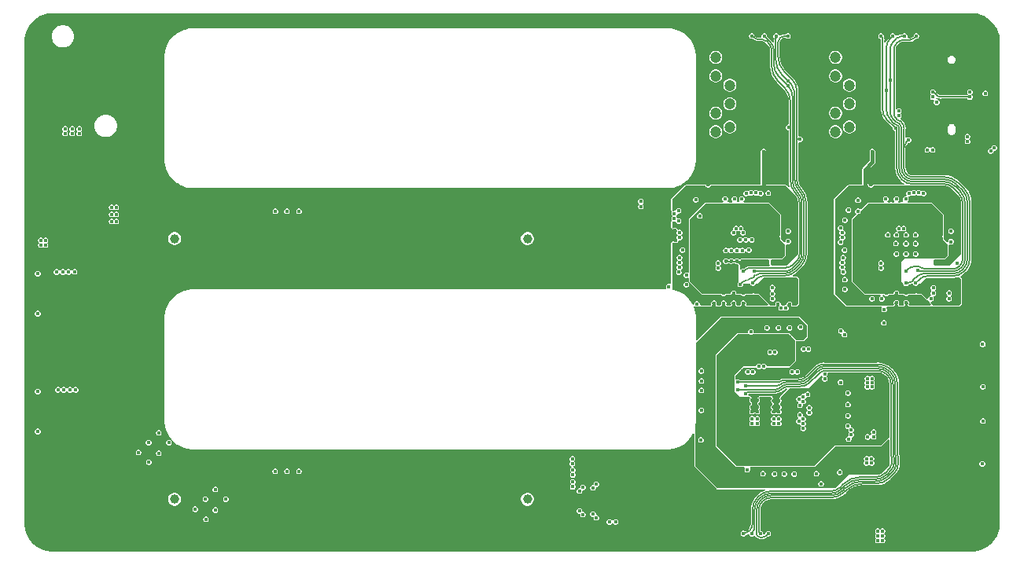
<source format=gbr>
%TF.GenerationSoftware,Altium Limited,Altium Designer,24.0.1 (36)*%
G04 Layer_Physical_Order=3*
G04 Layer_Color=16440176*
%FSLAX45Y45*%
%MOMM*%
%TF.SameCoordinates,B6A243B4-E260-46CF-AFF0-E69CB888832F*%
%TF.FilePolarity,Positive*%
%TF.FileFunction,Copper,L3,Inr,Signal*%
%TF.Part,Single*%
G01*
G75*
%TA.AperFunction,Conductor*%
%ADD10C,0.12954*%
%ADD11C,0.15240*%
%ADD36C,0.38100*%
%TA.AperFunction,ComponentPad*%
%ADD37C,2.99974*%
%ADD38C,1.19888*%
%ADD39C,1.30000*%
%ADD40C,1.00000*%
%TA.AperFunction,ViaPad*%
%ADD41C,0.40000*%
%TA.AperFunction,Conductor*%
%ADD42C,0.12700*%
G36*
X10259303Y8892906D02*
X10297303Y8882744D01*
X10333649Y8867706D01*
X10367719Y8848048D01*
X10398928Y8824106D01*
X10426742Y8796293D01*
X10450683Y8765083D01*
X10470342Y8731014D01*
X10485380Y8694667D01*
X10495541Y8656668D01*
X10500650Y8617667D01*
X10500635Y8598000D01*
X10500635D01*
X10500635Y8597999D01*
X10500635Y3398020D01*
X10500639Y3378356D01*
X10495512Y3339363D01*
X10485338Y3301373D01*
X10470292Y3265037D01*
X10450630Y3230977D01*
X10426690Y3199774D01*
X10398880Y3171965D01*
X10367678Y3148025D01*
X10333618Y3128363D01*
X10297282Y3113316D01*
X10259292Y3103143D01*
X10220299Y3098016D01*
X10200635Y3098020D01*
X300635Y3097999D01*
X280974Y3098006D01*
X241990Y3103151D01*
X204010Y3113337D01*
X167684Y3128392D01*
X133632Y3148057D01*
X102437Y3171996D01*
X74633Y3199801D01*
X50693Y3230996D01*
X31028Y3265048D01*
X15973Y3301374D01*
X5787Y3339353D01*
X642Y3378337D01*
X635Y3397999D01*
X634Y8597999D01*
X630Y8617663D01*
X5757Y8656656D01*
X15931Y8694646D01*
X30978Y8730982D01*
X50639Y8765043D01*
X74580Y8796245D01*
X102389Y8824054D01*
X133592Y8847995D01*
X167652Y8867656D01*
X203988Y8882703D01*
X241978Y8892877D01*
X280971Y8898003D01*
X300635Y8897999D01*
X300635Y8898000D01*
X10200635Y8897999D01*
X10220302Y8898014D01*
X10259303Y8892906D01*
D02*
G37*
%LPC*%
G36*
X429454Y8770535D02*
X400491D01*
X399118Y8769966D01*
X397645Y8770161D01*
X369668Y8762664D01*
X368489Y8761759D01*
X367016Y8761566D01*
X341933Y8747084D01*
X341028Y8745905D01*
X339655Y8745336D01*
X319175Y8724856D01*
X318606Y8723483D01*
X317427Y8722578D01*
X302945Y8697495D01*
X302751Y8696022D01*
X301847Y8694843D01*
X294350Y8666866D01*
X294544Y8665393D01*
X293976Y8664020D01*
Y8635057D01*
X294544Y8633684D01*
X294350Y8632210D01*
X301847Y8604234D01*
X302751Y8603055D01*
X302945Y8601582D01*
X317427Y8576498D01*
X318606Y8575593D01*
X319175Y8574221D01*
X339655Y8553740D01*
X341028Y8553172D01*
X341933Y8551993D01*
X367016Y8537511D01*
X368489Y8537317D01*
X369668Y8536412D01*
X397645Y8528916D01*
X399118Y8529110D01*
X400491Y8528541D01*
X429454D01*
X430827Y8529110D01*
X432301Y8528916D01*
X460277Y8536412D01*
X461456Y8537317D01*
X462929Y8537511D01*
X488013Y8551993D01*
X488917Y8553172D01*
X490290Y8553740D01*
X510771Y8574221D01*
X511339Y8575594D01*
X512518Y8576498D01*
X527000Y8601581D01*
X527194Y8603055D01*
X528099Y8604234D01*
X535595Y8632210D01*
X535401Y8633684D01*
X535969Y8635057D01*
Y8664020D01*
X535401Y8665393D01*
X535595Y8666866D01*
X528099Y8694843D01*
X527194Y8696022D01*
X527000Y8697495D01*
X512518Y8722578D01*
X511339Y8723483D01*
X510771Y8724856D01*
X490290Y8745336D01*
X488917Y8745905D01*
X488013Y8747084D01*
X462929Y8761566D01*
X461456Y8761760D01*
X460277Y8762664D01*
X432301Y8770161D01*
X430827Y8769966D01*
X429454Y8770535D01*
D02*
G37*
G36*
X6940297Y8736801D02*
X6920632Y8736797D01*
X1820635Y8736797D01*
X1820632Y8736796D01*
X1820631Y8736797D01*
X1800970Y8736790D01*
X1800268Y8736499D01*
X1799535Y8736695D01*
X1760551Y8731551D01*
X1759894Y8731171D01*
X1759141Y8731270D01*
X1721161Y8721083D01*
X1720559Y8720621D01*
X1719800Y8720621D01*
X1683473Y8705566D01*
X1682937Y8705030D01*
X1682184Y8704930D01*
X1648132Y8685265D01*
X1647670Y8684663D01*
X1646937Y8684466D01*
X1615742Y8660526D01*
X1615363Y8659869D01*
X1614661Y8659579D01*
X1586856Y8631773D01*
X1586566Y8631072D01*
X1585908Y8630692D01*
X1561969Y8599498D01*
X1561772Y8598764D01*
X1561170Y8598302D01*
X1541504Y8564251D01*
X1541405Y8563498D01*
X1540868Y8562961D01*
X1525814Y8526635D01*
X1525814Y8525876D01*
X1525351Y8525274D01*
X1515165Y8487294D01*
X1515263Y8486541D01*
X1514884Y8485884D01*
X1509739Y8446900D01*
X1509936Y8446166D01*
X1509645Y8445465D01*
X1509638Y8425804D01*
X1509639Y8425802D01*
X1509638Y8425800D01*
X1509638Y7324700D01*
X1509639Y7324698D01*
X1509638Y7324696D01*
X1509645Y7305035D01*
X1509936Y7304333D01*
X1509740Y7303600D01*
X1514884Y7264616D01*
X1515264Y7263959D01*
X1515165Y7263206D01*
X1525352Y7225226D01*
X1525814Y7224624D01*
X1525814Y7223865D01*
X1540869Y7187539D01*
X1541406Y7187002D01*
X1541505Y7186249D01*
X1561170Y7152198D01*
X1561772Y7151736D01*
X1561969Y7151002D01*
X1585908Y7119807D01*
X1586566Y7119428D01*
X1586856Y7118726D01*
X1614661Y7090921D01*
X1615363Y7090631D01*
X1615742Y7089973D01*
X1646937Y7066034D01*
X1647670Y7065837D01*
X1648133Y7065235D01*
X1682184Y7045570D01*
X1682937Y7045471D01*
X1683474Y7044934D01*
X1719800Y7029879D01*
X1720559Y7029879D01*
X1721161Y7029416D01*
X1759141Y7019230D01*
X1759893Y7019329D01*
X1760551Y7018949D01*
X1799535Y7013805D01*
X1800268Y7014001D01*
X1800970Y7013710D01*
X1820631Y7013703D01*
X1820633Y7013704D01*
X1820635Y7013703D01*
X6920633Y7013703D01*
X6940297Y7013699D01*
X6940999Y7013989D01*
X6941733Y7013792D01*
X6980725Y7018919D01*
X6981384Y7019299D01*
X6982136Y7019200D01*
X7020126Y7029374D01*
X7020729Y7029836D01*
X7021489D01*
X7057825Y7044882D01*
X7058362Y7045419D01*
X7059115Y7045519D01*
X7093176Y7065180D01*
X7093638Y7065783D01*
X7094372Y7065980D01*
X7125575Y7089920D01*
X7125955Y7090578D01*
X7126656Y7090869D01*
X7154465Y7118678D01*
X7154756Y7119380D01*
X7155414Y7119760D01*
X7179355Y7150962D01*
X7179551Y7151696D01*
X7180154Y7152158D01*
X7199816Y7186219D01*
X7199915Y7186972D01*
X7200452Y7187510D01*
X7215499Y7223846D01*
Y7224606D01*
X7215961Y7225209D01*
X7226135Y7263198D01*
X7226035Y7263951D01*
X7226415Y7264609D01*
X7231542Y7303602D01*
X7231345Y7304336D01*
X7231636Y7305038D01*
X7231632Y7324702D01*
X7231632Y8425800D01*
X7231632Y8425801D01*
X7231636Y8445462D01*
X7231345Y8446163D01*
X7231542Y8446898D01*
X7226416Y8485890D01*
X7226036Y8486549D01*
X7226135Y8487302D01*
X7215961Y8525291D01*
X7215499Y8525894D01*
Y8526654D01*
X7200452Y8562990D01*
X7199915Y8563527D01*
X7199816Y8564281D01*
X7180154Y8598341D01*
X7179552Y8598804D01*
X7179355Y8599538D01*
X7155414Y8630740D01*
X7154757Y8631120D01*
X7154466Y8631822D01*
X7126657Y8659631D01*
X7125955Y8659922D01*
X7125575Y8660580D01*
X7094373Y8684520D01*
X7093639Y8684717D01*
X7093176Y8685319D01*
X7059115Y8704981D01*
X7058362Y8705080D01*
X7057825Y8705618D01*
X7021489Y8720664D01*
X7020729D01*
X7020126Y8721127D01*
X6982136Y8731300D01*
X6981383Y8731201D01*
X6980725Y8731581D01*
X6941732Y8736707D01*
X6940998Y8736511D01*
X6940297Y8736801D01*
D02*
G37*
G36*
X8224479Y8683940D02*
X8212481D01*
X8201396Y8679348D01*
X8197399Y8675351D01*
X8186473Y8671069D01*
Y8671069D01*
X8162920Y8667968D01*
X8140972Y8658877D01*
X8134340Y8653788D01*
X8123044Y8657988D01*
X8121155Y8659679D01*
X8117049Y8669594D01*
X8108564Y8678078D01*
X8097479Y8682670D01*
X8085481D01*
X8074396Y8678078D01*
X8065912Y8669594D01*
X8061320Y8658509D01*
Y8646511D01*
X8065912Y8635426D01*
X8073687Y8627650D01*
X8073104Y8612355D01*
X8072936Y8612200D01*
X8072618Y8610599D01*
X8073066D01*
X8073067Y8599676D01*
Y8582798D01*
X8060367Y8578487D01*
X8046013Y8597193D01*
X8045443Y8596623D01*
X7994536Y8647530D01*
X7994640Y8647781D01*
Y8659779D01*
X7990049Y8670864D01*
X7981564Y8679348D01*
X7970479Y8683940D01*
X7958481D01*
X7947396Y8679348D01*
X7938912Y8670864D01*
X7934320Y8659779D01*
Y8647781D01*
X7935777Y8644264D01*
X7931008Y8636989D01*
X7920536Y8631608D01*
X7893246Y8635201D01*
X7867816Y8645735D01*
X7860980Y8650980D01*
Y8659779D01*
X7856388Y8670864D01*
X7847904Y8679348D01*
X7836819Y8683940D01*
X7824821D01*
X7813736Y8679348D01*
X7805252Y8670864D01*
X7800660Y8659779D01*
Y8647781D01*
X7805252Y8636696D01*
X7813736Y8628212D01*
X7824821Y8623620D01*
X7836819D01*
X7839085Y8624559D01*
X7850523Y8615782D01*
X7884295Y8601794D01*
X7920536Y8597022D01*
Y8597897D01*
X7945870D01*
Y8597800D01*
X7962795Y8594433D01*
X7977144Y8584846D01*
X7977213Y8584914D01*
X8004745Y8557382D01*
X8004540Y8557177D01*
X8016758Y8541255D01*
X8024438Y8522714D01*
X8027058Y8502816D01*
X8027347D01*
Y8333463D01*
X8026436D01*
X8031360Y8283476D01*
X8045940Y8235409D01*
X8069618Y8191111D01*
X8101483Y8152283D01*
X8102127Y8152927D01*
X8171977Y8083077D01*
X8172024Y8083046D01*
X8172053Y8083010D01*
X8172072Y8082983D01*
X8172081Y8082976D01*
X8196859Y8052783D01*
X8215340Y8018209D01*
X8226720Y7980693D01*
X8230558Y7941732D01*
X8230547Y7941678D01*
Y7698615D01*
X8223322D01*
X8212237Y7694023D01*
X8203753Y7685539D01*
X8199161Y7674454D01*
Y7662455D01*
X8203753Y7651370D01*
X8212237Y7642886D01*
X8223322Y7638295D01*
X8230547D01*
Y7094290D01*
X8229861D01*
X8233887Y7053422D01*
X8241000Y7029973D01*
X8229770Y7023242D01*
X8206896Y7046116D01*
X8199120Y7049337D01*
X7985062D01*
Y7282889D01*
X7985440Y7283801D01*
Y7295799D01*
X7985062Y7296711D01*
Y7341309D01*
X7985440Y7342221D01*
Y7354219D01*
X7985062Y7355131D01*
Y7399729D01*
X7985440Y7400641D01*
Y7412639D01*
X7980848Y7423724D01*
X7972364Y7432208D01*
X7961279Y7436800D01*
X7949281D01*
X7938196Y7432208D01*
X7929712Y7423724D01*
X7925120Y7412639D01*
Y7400641D01*
X7925498Y7399729D01*
Y7355131D01*
X7925120Y7354219D01*
Y7342221D01*
X7925498Y7341309D01*
Y7296711D01*
X7925120Y7295799D01*
Y7283801D01*
X7925498Y7282889D01*
Y7049337D01*
X7388097Y7049337D01*
X7386076Y7048500D01*
X7383888D01*
X7382342Y7046953D01*
X7380321Y7046116D01*
X7379483Y7044095D01*
X7377937Y7042548D01*
X7376275Y7038536D01*
X7370884Y7033145D01*
X7363841Y7030228D01*
X7356217D01*
X7349175Y7033145D01*
X7343784Y7038536D01*
X7342122Y7042548D01*
X7340575Y7044095D01*
X7339738Y7046116D01*
X7337717Y7046953D01*
X7336170Y7048500D01*
X7333983D01*
X7331962Y7049337D01*
X7117080D01*
X7109304Y7046116D01*
X6967064Y6903876D01*
X6963843Y6896100D01*
Y6774450D01*
X6964337Y6773257D01*
X6964123Y6771984D01*
X6965895Y6769496D01*
X6967064Y6766674D01*
X6971841Y6754446D01*
X6967540Y6744063D01*
Y6732064D01*
X6972132Y6720979D01*
X6973101Y6720010D01*
X6979969Y6711714D01*
X6973101Y6703417D01*
X6972132Y6702448D01*
X6967540Y6691363D01*
Y6679364D01*
X6971841Y6668981D01*
X6967065Y6656756D01*
X6965895Y6653931D01*
X6964123Y6651443D01*
X6964337Y6650170D01*
X6963843Y6648977D01*
Y6586112D01*
X6964680Y6584091D01*
Y6581903D01*
X6966227Y6580356D01*
X6967064Y6578335D01*
X6969085Y6577498D01*
X6970631Y6575952D01*
X6983331Y6570691D01*
X6985519D01*
X6987540Y6569854D01*
X6989561Y6570691D01*
X6991748D01*
X6993281Y6572223D01*
X7002344Y6575977D01*
X7009968D01*
X7017011Y6573060D01*
X7022402Y6567669D01*
X7026156Y6558605D01*
X7028008Y6550928D01*
X7024715Y6542956D01*
X7023420Y6539829D01*
Y6527831D01*
X7028012Y6516746D01*
X7028981Y6515777D01*
X7035849Y6507480D01*
X7028981Y6499183D01*
X7028012Y6498214D01*
X7023420Y6487129D01*
Y6475131D01*
X7028012Y6464046D01*
X7030052Y6462005D01*
X7029503Y6450273D01*
X7028253Y6447907D01*
X7026360Y6446014D01*
X7024958Y6442631D01*
X7019567Y6437240D01*
X7012524Y6434323D01*
X7004901D01*
X6997858Y6437240D01*
X6995316Y6439782D01*
X6993296Y6440619D01*
X6991749Y6442166D01*
X6989561D01*
X6987540Y6443003D01*
X6985519Y6442165D01*
X6983331D01*
X6970631Y6436905D01*
X6969085Y6435358D01*
X6967064Y6434521D01*
X6966227Y6432500D01*
X6964680Y6430953D01*
Y6428766D01*
X6963843Y6426745D01*
Y5987270D01*
X6960071Y5984281D01*
X6951143Y5980439D01*
X6942739Y5983920D01*
X6930741D01*
X6919656Y5979328D01*
X6911172Y5970844D01*
X6906580Y5959759D01*
Y5947761D01*
X6911172Y5936676D01*
X6911850Y5935997D01*
X6906590Y5923297D01*
X1820635Y5923297D01*
X1820632Y5923296D01*
X1820631Y5923297D01*
X1800970Y5923290D01*
X1800268Y5922999D01*
X1799535Y5923195D01*
X1760551Y5918051D01*
X1759894Y5917671D01*
X1759141Y5917770D01*
X1721161Y5907583D01*
X1720559Y5907121D01*
X1719800Y5907121D01*
X1683473Y5892066D01*
X1682937Y5891529D01*
X1682184Y5891430D01*
X1648132Y5871765D01*
X1647670Y5871163D01*
X1646937Y5870966D01*
X1615742Y5847026D01*
X1615363Y5846369D01*
X1614661Y5846078D01*
X1586856Y5818273D01*
X1586566Y5817572D01*
X1585908Y5817192D01*
X1561969Y5785998D01*
X1561772Y5785264D01*
X1561170Y5784802D01*
X1541504Y5750751D01*
X1541405Y5749998D01*
X1540868Y5749461D01*
X1525814Y5713135D01*
X1525814Y5712376D01*
X1525351Y5711773D01*
X1515165Y5673794D01*
X1515263Y5673041D01*
X1514884Y5672384D01*
X1509739Y5633399D01*
X1509936Y5632666D01*
X1509645Y5631965D01*
X1509638Y5612304D01*
X1509639Y5612302D01*
X1509638Y5612300D01*
X1509638Y4511200D01*
X1509639Y4511198D01*
X1509638Y4511196D01*
X1509645Y4491535D01*
X1509936Y4490833D01*
X1509740Y4490100D01*
X1514884Y4451116D01*
X1515264Y4450458D01*
X1515165Y4449706D01*
X1525352Y4411726D01*
X1525814Y4411124D01*
X1525814Y4410365D01*
X1540869Y4374038D01*
X1541406Y4373502D01*
X1541505Y4372749D01*
X1561170Y4338698D01*
X1561772Y4338235D01*
X1561969Y4337502D01*
X1585908Y4306307D01*
X1586566Y4305928D01*
X1586856Y4305226D01*
X1614661Y4277421D01*
X1615363Y4277131D01*
X1615742Y4276473D01*
X1646937Y4252534D01*
X1647670Y4252337D01*
X1648133Y4251735D01*
X1682184Y4232070D01*
X1682937Y4231970D01*
X1683474Y4231433D01*
X1719800Y4216379D01*
X1720559Y4216379D01*
X1721161Y4215916D01*
X1759141Y4205730D01*
X1759893Y4205829D01*
X1760551Y4205449D01*
X1799535Y4200305D01*
X1800268Y4200501D01*
X1800970Y4200210D01*
X1820631Y4200203D01*
X1820633Y4200204D01*
X1820635Y4200203D01*
X6920633Y4200203D01*
X6940297Y4200199D01*
X6940999Y4200489D01*
X6941733Y4200292D01*
X6980725Y4205419D01*
X6981384Y4205799D01*
X6982136Y4205700D01*
X7020126Y4215873D01*
X7020729Y4216336D01*
X7021489D01*
X7057825Y4231382D01*
X7058362Y4231919D01*
X7059115Y4232018D01*
X7093176Y4251680D01*
X7093638Y4252283D01*
X7094372Y4252480D01*
X7125575Y4276420D01*
X7125955Y4277078D01*
X7126656Y4277369D01*
X7154465Y4305178D01*
X7154756Y4305880D01*
X7155414Y4306260D01*
X7179355Y4337462D01*
X7179551Y4338196D01*
X7180154Y4338658D01*
X7199816Y4372719D01*
X7202603Y4374114D01*
X7215303Y4366268D01*
Y4015740D01*
X7218524Y4007964D01*
X7454744Y3771744D01*
X7462520Y3768523D01*
X7976036D01*
X7977920Y3755823D01*
X7957568Y3749649D01*
X7919014Y3729042D01*
X7885221Y3701309D01*
X7885047Y3701096D01*
X7857488Y3667516D01*
X7836881Y3628963D01*
X7824191Y3587129D01*
X7819906Y3543624D01*
X7820657D01*
Y3393440D01*
X7820384D01*
X7817700Y3373058D01*
X7809833Y3354065D01*
X7797318Y3337755D01*
Y3337756D01*
Y3337369D01*
X7787504Y3327555D01*
X7777671Y3320633D01*
X7766704Y3313306D01*
X7763704Y3312709D01*
X7759004Y3317408D01*
X7747919Y3322000D01*
X7735921D01*
X7724836Y3317408D01*
X7716352Y3308924D01*
X7711760Y3297839D01*
Y3285841D01*
X7716352Y3274756D01*
X7724836Y3266272D01*
X7735921Y3261680D01*
X7747919D01*
X7759004Y3266272D01*
X7767488Y3274756D01*
X7769042Y3278505D01*
X7787960Y3286342D01*
X7790336Y3286248D01*
X7797988Y3283564D01*
X7802836Y3280588D01*
X7805252Y3274756D01*
X7813736Y3266272D01*
X7824821Y3261680D01*
X7836819D01*
X7847904Y3266272D01*
X7855694Y3274061D01*
X7860107Y3273974D01*
X7869034Y3272097D01*
X7869924Y3267622D01*
X7875913Y3258657D01*
X7882204Y3249244D01*
X7900582Y3236964D01*
X7922260Y3232652D01*
Y3233417D01*
X7944645D01*
Y3233131D01*
X7963063Y3235556D01*
X7980226Y3242665D01*
X7994963Y3253974D01*
X8005524Y3259140D01*
X8012079D01*
X8023164Y3263732D01*
X8031648Y3272216D01*
X8036240Y3283301D01*
Y3295299D01*
X8031648Y3306384D01*
X8023164Y3314868D01*
X8012079Y3319460D01*
X8000081D01*
X7988996Y3314868D01*
X7980512Y3306384D01*
X7975920Y3295299D01*
Y3288723D01*
X7971041Y3278669D01*
X7965588Y3276120D01*
X7963436Y3276775D01*
X7952420Y3283301D01*
Y3295299D01*
X7947828Y3306384D01*
X7939344Y3314868D01*
X7928259Y3319460D01*
X7924891D01*
X7923115Y3328386D01*
X7922903D01*
Y3543624D01*
X7922855Y3543868D01*
X7926914Y3574704D01*
X7938911Y3603666D01*
X7957808Y3628293D01*
X7957981Y3628409D01*
X7957988Y3628419D01*
X7958010Y3628451D01*
X7958051Y3628479D01*
X7958190Y3628686D01*
X7982864Y3647619D01*
X8011826Y3659616D01*
X8042661Y3663675D01*
X8042906Y3663627D01*
X8686778D01*
Y3662915D01*
X8728713Y3667045D01*
X8769037Y3679277D01*
X8806199Y3699141D01*
X8829259Y3718066D01*
X8838773Y3725873D01*
X8838928Y3726062D01*
X8847224Y3735332D01*
X8858797Y3746905D01*
X8858835Y3746961D01*
X8858884Y3746994D01*
X8858891Y3746999D01*
X8859150Y3747386D01*
X8893163Y3775299D01*
X8932490Y3796320D01*
X8975162Y3809264D01*
X9019040Y3813586D01*
X9019540Y3813487D01*
X9170236D01*
Y3812785D01*
X9211765Y3816875D01*
X9251698Y3828989D01*
X9288501Y3848660D01*
X9311063Y3867177D01*
X9320759Y3875133D01*
X9320263Y3875630D01*
X9377168Y3932536D01*
X9377774Y3932535D01*
X9377812Y3932566D01*
X9377920Y3932698D01*
X9397354Y3956379D01*
X9411875Y3983546D01*
X9420817Y4013024D01*
X9423837Y4043680D01*
X9423403D01*
Y4112375D01*
X9423924D01*
X9420563Y4137903D01*
X9419565Y4140311D01*
X9416184Y4151619D01*
X9415332Y4153677D01*
X9414833Y4165400D01*
Y4908482D01*
X9415555D01*
X9411385Y4950819D01*
X9399036Y4991529D01*
X9378982Y5029048D01*
X9359955Y5052232D01*
X9351993Y5061933D01*
X9348230Y5065786D01*
X9348228Y5065788D01*
X9348003Y5065973D01*
X9348002Y5065974D01*
X9338877Y5073462D01*
X9313362Y5094402D01*
X9273583Y5115664D01*
X9230421Y5128757D01*
X9185551Y5133176D01*
X9185550Y5133177D01*
X9173152Y5132413D01*
X9160697Y5133691D01*
X9160372Y5133826D01*
X9157167Y5133091D01*
X9144467Y5132642D01*
X8608406D01*
Y5133584D01*
X8570124Y5128544D01*
X8534451Y5113768D01*
X8503860Y5090295D01*
X8504517Y5089637D01*
X8504516Y5089629D01*
X8413044Y4998156D01*
X8412865Y4997889D01*
X8387680Y4978564D01*
X8358058Y4966294D01*
X8326585Y4962151D01*
X8326270Y4962213D01*
X8172087D01*
Y4962999D01*
X8149995Y4958605D01*
X8131267Y4946091D01*
X8120950Y4940339D01*
X8115365Y4939228D01*
Y4938718D01*
X7706449D01*
X7706345Y4938969D01*
X7697861Y4947453D01*
X7686776Y4952045D01*
X7674777D01*
X7666557Y4948640D01*
X7657386Y4952663D01*
X7653857Y4955579D01*
Y4991625D01*
X7743935Y5081703D01*
X7878196D01*
X7879963Y5082435D01*
X7882788Y5075616D01*
X7891272Y5067132D01*
X7902357Y5062540D01*
X7914356D01*
X7925441Y5067132D01*
X7926410Y5068101D01*
X7934706Y5074969D01*
X7943003Y5068101D01*
X7943972Y5067132D01*
X7955057Y5062540D01*
X7967055D01*
X7978141Y5067132D01*
X7986625Y5075616D01*
X7989449Y5082435D01*
X7991216Y5081703D01*
X8234680D01*
X8242456Y5084924D01*
X8305956Y5148424D01*
X8309177Y5156200D01*
Y5366183D01*
X8389620D01*
X8397396Y5369404D01*
X8432956Y5404964D01*
X8436177Y5412740D01*
X8436177Y5532120D01*
X8432956Y5539896D01*
X8346596Y5626256D01*
X8338820Y5629477D01*
X7500620D01*
X7492844Y5626256D01*
X7243365Y5376778D01*
X7231632Y5381638D01*
Y5612300D01*
X7231632Y5612300D01*
X7231636Y5631962D01*
X7231345Y5632663D01*
X7231542Y5633397D01*
X7226416Y5672390D01*
X7226036Y5673049D01*
X7226135Y5673801D01*
X7215961Y5711791D01*
X7215499Y5712394D01*
Y5713154D01*
X7205451Y5737420D01*
X7205460Y5737553D01*
X7216647Y5745781D01*
X7218754Y5745933D01*
X7224456Y5740232D01*
X7235541Y5735640D01*
X7247539D01*
X7258624Y5740232D01*
X7260585Y5742193D01*
X7262387Y5742066D01*
X7272791Y5740244D01*
X7276020Y5738906D01*
X7279030Y5737131D01*
X7279816Y5737334D01*
X7280567Y5737023D01*
X7388034D01*
X7389671Y5737701D01*
X7391438Y5737563D01*
X7393411Y5739250D01*
X7395810Y5740244D01*
X7396488Y5741881D01*
X7397835Y5743033D01*
X7404297Y5755733D01*
X7404332Y5756188D01*
X7404656Y5756512D01*
Y5760326D01*
X7404952Y5764125D01*
X7404655Y5764472D01*
Y5764929D01*
X7402717Y5769608D01*
Y5777232D01*
X7405634Y5784275D01*
X7411025Y5789666D01*
X7418068Y5792583D01*
X7425692D01*
X7432735Y5789666D01*
X7438126Y5784275D01*
X7441043Y5777232D01*
Y5769608D01*
X7439105Y5764929D01*
Y5764472D01*
X7438808Y5764125D01*
X7439105Y5760323D01*
Y5756512D01*
X7439427Y5756189D01*
X7439463Y5755733D01*
X7445925Y5743033D01*
X7447272Y5741882D01*
X7447950Y5740244D01*
X7450349Y5739250D01*
X7452322Y5737563D01*
X7454089Y5737701D01*
X7455726Y5737023D01*
X7494714D01*
X7496351Y5737701D01*
X7498118Y5737563D01*
X7500091Y5739250D01*
X7502490Y5740244D01*
X7503168Y5741881D01*
X7504515Y5743033D01*
X7510977Y5755733D01*
X7511012Y5756188D01*
X7511336Y5756512D01*
Y5760326D01*
X7511632Y5764125D01*
X7511335Y5764472D01*
Y5764929D01*
X7509397Y5769608D01*
Y5777232D01*
X7512314Y5784275D01*
X7517705Y5789666D01*
X7524748Y5792583D01*
X7532372D01*
X7539415Y5789666D01*
X7544806Y5784275D01*
X7547723Y5777232D01*
Y5769608D01*
X7545785Y5764929D01*
Y5764472D01*
X7545488Y5764125D01*
X7545785Y5760323D01*
Y5756512D01*
X7546107Y5756189D01*
X7546143Y5755733D01*
X7552605Y5743033D01*
X7553952Y5741882D01*
X7554630Y5740244D01*
X7557029Y5739250D01*
X7559002Y5737563D01*
X7560769Y5737701D01*
X7562406Y5737023D01*
X7601394D01*
X7603031Y5737701D01*
X7604798Y5737563D01*
X7606771Y5739250D01*
X7609170Y5740244D01*
X7609848Y5741881D01*
X7611195Y5743033D01*
X7617657Y5755733D01*
X7617692Y5756188D01*
X7618016Y5756512D01*
Y5760326D01*
X7618312Y5764125D01*
X7618015Y5764472D01*
Y5764929D01*
X7616077Y5769608D01*
Y5777232D01*
X7618994Y5784275D01*
X7624385Y5789666D01*
X7631428Y5792583D01*
X7639052D01*
X7646095Y5789666D01*
X7651486Y5784275D01*
X7654403Y5777232D01*
Y5769608D01*
X7652465Y5764929D01*
Y5764472D01*
X7652168Y5764125D01*
X7652465Y5760323D01*
Y5756512D01*
X7652787Y5756189D01*
X7652823Y5755733D01*
X7659285Y5743033D01*
X7660632Y5741882D01*
X7661310Y5740244D01*
X7663709Y5739250D01*
X7665682Y5737563D01*
X7667449Y5737701D01*
X7669086Y5737023D01*
X7708074D01*
X7709711Y5737701D01*
X7711478Y5737563D01*
X7713451Y5739250D01*
X7715850Y5740244D01*
X7716528Y5741881D01*
X7717875Y5743033D01*
X7724337Y5755733D01*
X7724372Y5756188D01*
X7724696Y5756512D01*
Y5760326D01*
X7724992Y5764125D01*
X7724695Y5764472D01*
Y5764929D01*
X7722757Y5769608D01*
Y5777232D01*
X7725674Y5784275D01*
X7731065Y5789666D01*
X7738108Y5792583D01*
X7745732D01*
X7752775Y5789666D01*
X7758166Y5784275D01*
X7761083Y5777232D01*
Y5769608D01*
X7759145Y5764929D01*
Y5764472D01*
X7758848Y5764125D01*
X7759145Y5760323D01*
Y5756512D01*
X7759467Y5756189D01*
X7759503Y5755733D01*
X7765965Y5743033D01*
X7767312Y5741882D01*
X7767990Y5740244D01*
X7770389Y5739250D01*
X7772362Y5737563D01*
X7774129Y5737701D01*
X7775766Y5737023D01*
X8001874D01*
X8003895Y5737860D01*
X8006082D01*
X8007629Y5739407D01*
X8009650Y5740244D01*
X8022221Y5744267D01*
X8026244Y5740244D01*
X8034020Y5737023D01*
X8076425D01*
X8077466Y5737454D01*
X8078571Y5737234D01*
X8081238Y5739016D01*
X8084202Y5740244D01*
X8084633Y5741285D01*
X8085569Y5741910D01*
X8091744Y5751151D01*
X8092370Y5754297D01*
X8093597Y5757261D01*
Y5767072D01*
X8096514Y5774115D01*
X8101905Y5779506D01*
X8108948Y5782423D01*
X8116572D01*
X8123615Y5779506D01*
X8129006Y5774115D01*
X8131923Y5767072D01*
X8131923Y5757261D01*
X8130285Y5748188D01*
X8121802Y5739704D01*
X8117210Y5728619D01*
Y5716621D01*
X8121802Y5705536D01*
X8130286Y5697052D01*
X8141371Y5692460D01*
X8153369D01*
X8164454Y5697052D01*
X8165423Y5698021D01*
X8173720Y5704889D01*
X8182017Y5698021D01*
X8182986Y5697052D01*
X8194071Y5692460D01*
X8206069D01*
X8217154Y5697052D01*
X8225638Y5705536D01*
X8230230Y5716621D01*
Y5728619D01*
X8225638Y5739704D01*
X8217155Y5748188D01*
X8216037Y5755903D01*
X8216038Y5765714D01*
X8218955Y5772757D01*
X8224346Y5778148D01*
X8231389Y5781065D01*
X8239012D01*
X8246055Y5778148D01*
X8251446Y5772757D01*
X8254363Y5765714D01*
Y5755903D01*
X8255591Y5752940D01*
X8256216Y5749794D01*
X8261484Y5741910D01*
X8262421Y5741285D01*
X8262852Y5740244D01*
X8265815Y5739016D01*
X8268482Y5737234D01*
X8269587Y5737454D01*
X8270628Y5737023D01*
X8305800D01*
X8313576Y5740244D01*
X8338976Y5765644D01*
X8342197Y5773420D01*
Y5986780D01*
Y6032500D01*
X8338976Y6040276D01*
X8318656Y6060596D01*
X8310880Y6063817D01*
X8276093D01*
X8272912Y6076517D01*
X8290175Y6085744D01*
X8308686Y6100936D01*
X8318341Y6108860D01*
X8317937Y6109264D01*
X8373362Y6164689D01*
X8374257Y6164689D01*
X8374265Y6164695D01*
X8374388Y6164845D01*
X8398986Y6194818D01*
X8417356Y6229186D01*
X8428668Y6266476D01*
X8432487Y6305257D01*
X8431853D01*
Y6855460D01*
X8432646D01*
X8428194Y6900657D01*
X8417439Y6936113D01*
X8415011Y6944118D01*
X8414813Y6944488D01*
X8409432Y6955794D01*
D01*
X8393894Y6984863D01*
X8378977Y7003039D01*
X8371196Y7012520D01*
X8363129Y7021877D01*
X8363110Y7021901D01*
X8350036Y7038939D01*
X8337056Y7070276D01*
X8332694Y7103406D01*
X8332793Y7103905D01*
Y7500085D01*
X8345494Y7508571D01*
X8345521Y7508560D01*
X8357519D01*
X8368604Y7513152D01*
X8377088Y7521636D01*
X8381680Y7532721D01*
Y7544719D01*
X8377088Y7555804D01*
X8368604Y7564288D01*
X8357519Y7568880D01*
X8345521D01*
X8345494Y7568869D01*
X8332793Y7577355D01*
Y8061238D01*
X8333389D01*
X8329721Y8098475D01*
X8318860Y8134281D01*
X8301221Y8167280D01*
X8277484Y8196204D01*
X8277063Y8195783D01*
X8199058Y8273788D01*
X8198499Y8274162D01*
X8169400Y8309619D01*
X8147465Y8350655D01*
X8133958Y8395183D01*
X8129462Y8440830D01*
X8129593Y8441490D01*
Y8580067D01*
X8129519Y8580442D01*
X8133785Y8601891D01*
X8145921Y8620054D01*
X8146218Y8620253D01*
X8146232Y8620273D01*
X8146253Y8620287D01*
X8146267Y8620308D01*
X8146287Y8620322D01*
X8146486Y8620619D01*
X8164649Y8632755D01*
X8186098Y8637021D01*
X8186473Y8636947D01*
X8192808D01*
X8192912Y8636696D01*
X8201396Y8628212D01*
X8212481Y8623620D01*
X8224479D01*
X8235564Y8628212D01*
X8244049Y8636696D01*
X8248640Y8647781D01*
Y8659779D01*
X8244049Y8670864D01*
X8235564Y8679348D01*
X8224479Y8683940D01*
D02*
G37*
G36*
X9610699D02*
X9598701D01*
X9587616Y8679348D01*
X9579131Y8670864D01*
X9574540Y8659779D01*
Y8649257D01*
X9570451Y8645169D01*
X9570436Y8645146D01*
X9570412Y8645130D01*
X9570231Y8644858D01*
X9552649Y8633110D01*
X9531881Y8628979D01*
X9531533Y8629048D01*
X9514754D01*
X9506413Y8641749D01*
X9507860Y8645241D01*
Y8657239D01*
X9503268Y8668324D01*
X9494784Y8676808D01*
X9483699Y8681400D01*
X9471701D01*
X9460616Y8676808D01*
X9456847Y8673040D01*
X9445470Y8669845D01*
Y8669845D01*
X9420516Y8666560D01*
X9397262Y8656928D01*
X9393560Y8654087D01*
X9388566Y8655326D01*
X9379882Y8659599D01*
X9376268Y8668324D01*
X9367784Y8676808D01*
X9356699Y8681400D01*
X9344701D01*
X9333616Y8676808D01*
X9325131Y8668324D01*
X9320540Y8657239D01*
Y8646717D01*
X9302929Y8629106D01*
X9302339Y8629697D01*
X9280361Y8601054D01*
X9271348Y8579296D01*
X9258648Y8581823D01*
Y8610633D01*
X9258949D01*
X9256364Y8630266D01*
X9252010Y8640776D01*
X9253860Y8645241D01*
Y8657239D01*
X9249268Y8668324D01*
X9240784Y8676808D01*
X9229699Y8681400D01*
X9217701D01*
X9206616Y8676808D01*
X9198131Y8668324D01*
X9193540Y8657239D01*
Y8645241D01*
X9198131Y8634156D01*
X9206616Y8625672D01*
X9217701Y8621080D01*
X9220144D01*
X9222222Y8610633D01*
X9222392D01*
Y7857895D01*
X9221945D01*
X9225116Y7825700D01*
X9234507Y7794741D01*
X9249758Y7766210D01*
X9270281Y7741201D01*
X9270597Y7741517D01*
X9347840Y7664274D01*
Y7653752D01*
X9352432Y7642667D01*
X9360916Y7634183D01*
X9372001Y7629592D01*
X9373329D01*
X9374495Y7623732D01*
X9374792D01*
Y7227766D01*
X9374236D01*
X9377844Y7191130D01*
X9388530Y7155902D01*
X9405884Y7123436D01*
X9429238Y7094978D01*
X9429278Y7094946D01*
X9457695Y7071624D01*
X9475632Y7062037D01*
X9472450Y7049337D01*
X9141475D01*
X9139454Y7048500D01*
X9137266D01*
X9135720Y7046953D01*
X9133699Y7046116D01*
X9132862Y7044095D01*
X9131315Y7042548D01*
X9130204Y7039865D01*
X9124813Y7034474D01*
X9117770Y7031557D01*
X9110147D01*
X9103104Y7034474D01*
X9097713Y7039865D01*
X9096601Y7042549D01*
X9095055Y7044095D01*
X9094218Y7046116D01*
X9092196Y7046953D01*
X9090650Y7048500D01*
X9079802Y7057613D01*
Y7201264D01*
X9144932Y7266394D01*
X9145844Y7266772D01*
X9154328Y7275256D01*
X9158920Y7286341D01*
Y7298339D01*
X9158542Y7299251D01*
Y7343849D01*
X9158920Y7344761D01*
Y7356759D01*
X9158542Y7357671D01*
Y7402269D01*
X9158920Y7403181D01*
Y7415179D01*
X9154328Y7426264D01*
X9145844Y7434748D01*
X9134759Y7439340D01*
X9122761D01*
X9111676Y7434748D01*
X9103192Y7426264D01*
X9098600Y7415179D01*
Y7403181D01*
X9098978Y7402269D01*
Y7357671D01*
X9098600Y7356759D01*
Y7344761D01*
X9098978Y7343849D01*
Y7304676D01*
X9028961Y7234659D01*
X9022505Y7224997D01*
X9020238Y7213600D01*
Y7049337D01*
X8869680D01*
X8861904Y7046116D01*
X8719664Y6903876D01*
X8716443Y6896100D01*
Y5872480D01*
X8719664Y5864704D01*
X8844124Y5740244D01*
X8851900Y5737023D01*
X9226737D01*
X9231997Y5724323D01*
X9230971Y5723296D01*
X9226379Y5712211D01*
Y5700213D01*
X9230971Y5689128D01*
X9239455Y5680644D01*
X9250540Y5676052D01*
X9262538D01*
X9273624Y5680644D01*
X9282108Y5689128D01*
X9286699Y5700213D01*
Y5712211D01*
X9282108Y5723296D01*
X9281081Y5724323D01*
X9286342Y5737023D01*
X9356655D01*
X9358676Y5737860D01*
X9360863D01*
X9362410Y5739407D01*
X9364431Y5740244D01*
X9365268Y5742265D01*
X9366815Y5743811D01*
X9372075Y5756511D01*
Y5758699D01*
X9372913Y5760720D01*
X9372076Y5762741D01*
Y5764928D01*
X9372015Y5764989D01*
X9368261Y5774053D01*
Y5781677D01*
X9371178Y5788719D01*
X9376569Y5794110D01*
X9383612Y5797028D01*
X9391235D01*
X9398278Y5794110D01*
X9403669Y5788719D01*
X9406586Y5781677D01*
Y5774053D01*
X9402832Y5764989D01*
X9402771Y5764929D01*
Y5762741D01*
X9401934Y5760720D01*
X9402771Y5758699D01*
Y5756511D01*
X9408032Y5743811D01*
X9409579Y5742265D01*
X9410416Y5740244D01*
X9412437Y5739407D01*
X9413984Y5737860D01*
X9416171D01*
X9418192Y5737023D01*
X9463751D01*
X9465772Y5737860D01*
X9467960D01*
X9469507Y5739407D01*
X9471528Y5740244D01*
X9472365Y5742265D01*
X9473911Y5743811D01*
X9479172Y5756511D01*
Y5758699D01*
X9480009Y5760720D01*
X9479172Y5762741D01*
Y5764928D01*
X9479111Y5764989D01*
X9475357Y5774053D01*
Y5781677D01*
X9478274Y5788719D01*
X9483665Y5794110D01*
X9490708Y5797028D01*
X9498332D01*
X9505375Y5794110D01*
X9510766Y5788719D01*
X9513683Y5781677D01*
Y5774053D01*
X9509929Y5764989D01*
X9509868Y5764929D01*
Y5762741D01*
X9509031Y5760720D01*
X9509868Y5758699D01*
Y5756511D01*
X9515129Y5743811D01*
X9516675Y5742265D01*
X9517512Y5740244D01*
X9519533Y5739407D01*
X9521080Y5737860D01*
X9523268D01*
X9525289Y5737023D01*
X9754474D01*
X9756495Y5737860D01*
X9758682D01*
X9760229Y5739407D01*
X9762250Y5740244D01*
X9774821Y5744267D01*
X9778844Y5740244D01*
X9786620Y5737023D01*
X10058400D01*
X10066176Y5740244D01*
X10091576Y5765644D01*
X10094797Y5773420D01*
Y5986780D01*
Y6032500D01*
X10091576Y6040276D01*
X10078868Y6052985D01*
X10081188Y6068625D01*
X10105102Y6081408D01*
X10136266Y6106983D01*
X10136267Y6106983D01*
X10161864Y6138173D01*
X10180884Y6173757D01*
X10192596Y6212368D01*
X10196551Y6252522D01*
X10195908D01*
Y6827520D01*
X10195905Y6827533D01*
X10195908Y6827547D01*
X10195876Y6848898D01*
X10196595Y6861599D01*
X10196595D01*
X10192228Y6905931D01*
X10179262Y6948674D01*
X10158207Y6988067D01*
X10137763Y7012977D01*
X10129871Y7022595D01*
X10129776Y7022673D01*
X10120488Y7030917D01*
X10071167Y7080239D01*
X10071168Y7081410D01*
X10071088Y7081508D01*
X10033670Y7112215D01*
X9990980Y7135033D01*
X9944660Y7149085D01*
X9908905Y7152606D01*
X9896488Y7153829D01*
X9896364Y7153817D01*
X9884006Y7152988D01*
X9865361D01*
X9865360Y7152988D01*
X9562026D01*
Y7153273D01*
X9542746Y7155811D01*
X9524780Y7163253D01*
X9509351Y7175091D01*
X9497513Y7190520D01*
X9490071Y7208486D01*
X9487533Y7227766D01*
X9487248D01*
Y7450682D01*
X9491778Y7473455D01*
X9505081Y7493363D01*
X9505683Y7493766D01*
X9505703Y7493796D01*
X9505733Y7493815D01*
X9512185Y7500268D01*
X9522707D01*
X9533792Y7504859D01*
X9542276Y7513343D01*
X9546868Y7524428D01*
Y7536427D01*
X9542276Y7547512D01*
X9533792Y7555996D01*
X9522707Y7560588D01*
X9510708D01*
X9499624Y7555996D01*
X9487248Y7561582D01*
Y7654357D01*
X9487840Y7659752D01*
X9487840D01*
X9484097Y7688180D01*
X9473124Y7714671D01*
X9463205Y7727598D01*
X9455669Y7737420D01*
X9455667Y7737422D01*
X9446456Y7745846D01*
X9441740Y7750629D01*
X9441726Y7750643D01*
X9441729Y7750650D01*
X9441712Y7750657D01*
X9441705Y7750663D01*
X9433998Y7756950D01*
X9433686Y7770303D01*
X9438695Y7775311D01*
X9443286Y7786396D01*
Y7798395D01*
X9438695Y7809480D01*
X9437726Y7810449D01*
X9430858Y7818745D01*
X9437726Y7827042D01*
X9438695Y7828011D01*
X9443286Y7839096D01*
Y7851095D01*
X9438695Y7862180D01*
X9430211Y7870664D01*
X9419125Y7875255D01*
X9407127D01*
X9396042Y7870664D01*
X9392264Y7866885D01*
X9379564Y7872146D01*
Y8500257D01*
X9379695D01*
X9382844Y8524173D01*
X9392075Y8546459D01*
X9406759Y8565596D01*
X9425897Y8580281D01*
X9448182Y8589512D01*
X9472098Y8592660D01*
Y8592792D01*
X9531533D01*
Y8592355D01*
X9555275Y8595481D01*
X9577399Y8604645D01*
X9596342Y8619180D01*
X9596397Y8619223D01*
X9607276Y8623620D01*
X9610699D01*
X9621784Y8628212D01*
X9630268Y8636696D01*
X9634860Y8647781D01*
Y8659779D01*
X9630268Y8670864D01*
X9621784Y8679348D01*
X9610699Y8683940D01*
D02*
G37*
G36*
X9988776Y8440322D02*
X9975648D01*
X9973627Y8439485D01*
X9971440D01*
X9959311Y8434461D01*
X9957764Y8432915D01*
X9955743Y8432078D01*
X9946460Y8422795D01*
X9945623Y8420773D01*
X9944077Y8419227D01*
X9939053Y8407098D01*
Y8404911D01*
X9938216Y8402890D01*
Y8389762D01*
X9939053Y8387741D01*
Y8385553D01*
X9944077Y8373424D01*
X9945623Y8371878D01*
X9946460Y8369857D01*
X9955743Y8360574D01*
X9957764Y8359737D01*
X9959311Y8358190D01*
X9971440Y8353166D01*
X9973627D01*
X9975648Y8352329D01*
X9988776D01*
X9990797Y8353166D01*
X9992985D01*
X10005114Y8358190D01*
X10006660Y8359737D01*
X10008681Y8360574D01*
X10017964Y8369857D01*
X10018801Y8371877D01*
X10020348Y8373424D01*
X10025372Y8385553D01*
Y8387741D01*
X10026209Y8389762D01*
Y8402890D01*
X10025372Y8404911D01*
Y8407098D01*
X10020348Y8419227D01*
X10018801Y8420774D01*
X10017964Y8422795D01*
X10008681Y8432078D01*
X10006660Y8432915D01*
X10005113Y8434461D01*
X9992985Y8439485D01*
X9990797D01*
X9988776Y8440322D01*
D02*
G37*
G36*
X8742197Y8491474D02*
X8723739D01*
X8705909Y8486697D01*
X8689923Y8477467D01*
X8676871Y8464415D01*
X8667642Y8448429D01*
X8662864Y8430599D01*
Y8412141D01*
X8667642Y8394311D01*
X8676871Y8378325D01*
X8689923Y8365273D01*
X8705909Y8356043D01*
X8723739Y8351266D01*
X8742197D01*
X8760027Y8356043D01*
X8776013Y8365273D01*
X8789065Y8378325D01*
X8798295Y8394311D01*
X8803072Y8412141D01*
Y8430599D01*
X8798295Y8448429D01*
X8789065Y8464415D01*
X8776013Y8477467D01*
X8760027Y8486697D01*
X8742197Y8491474D01*
D02*
G37*
G36*
X7453715D02*
X7435257D01*
X7417427Y8486697D01*
X7401441Y8477467D01*
X7388389Y8464415D01*
X7379159Y8448429D01*
X7374382Y8430599D01*
Y8412141D01*
X7379159Y8394311D01*
X7388389Y8378325D01*
X7401441Y8365273D01*
X7417427Y8356043D01*
X7435257Y8351266D01*
X7453715D01*
X7471545Y8356043D01*
X7487531Y8365273D01*
X7500583Y8378325D01*
X7509813Y8394311D01*
X7514590Y8412141D01*
Y8430599D01*
X7509813Y8448429D01*
X7500583Y8464415D01*
X7487531Y8477467D01*
X7471545Y8486697D01*
X7453715Y8491474D01*
D02*
G37*
G36*
X8742197Y8291322D02*
X8723739D01*
X8705909Y8286545D01*
X8689923Y8277315D01*
X8676871Y8264263D01*
X8667642Y8248277D01*
X8662864Y8230447D01*
Y8211989D01*
X8667642Y8194159D01*
X8676871Y8178173D01*
X8689923Y8165121D01*
X8705909Y8155891D01*
X8723739Y8151114D01*
X8742197D01*
X8760027Y8155891D01*
X8776013Y8165121D01*
X8789065Y8178173D01*
X8798295Y8194159D01*
X8803072Y8211989D01*
Y8230447D01*
X8798295Y8248277D01*
X8789065Y8264263D01*
X8776013Y8277315D01*
X8760027Y8286545D01*
X8742197Y8291322D01*
D02*
G37*
G36*
X7453715D02*
X7435257D01*
X7417427Y8286545D01*
X7401441Y8277315D01*
X7388389Y8264263D01*
X7379159Y8248277D01*
X7374382Y8230447D01*
Y8211989D01*
X7379159Y8194159D01*
X7388389Y8178173D01*
X7401441Y8165121D01*
X7417427Y8155891D01*
X7435257Y8151114D01*
X7453715D01*
X7471545Y8155891D01*
X7487531Y8165121D01*
X7500583Y8178173D01*
X7509813Y8194159D01*
X7514590Y8211989D01*
Y8230447D01*
X7509813Y8248277D01*
X7500583Y8264263D01*
X7487531Y8277315D01*
X7471545Y8286545D01*
X7453715Y8291322D01*
D02*
G37*
G36*
X8892057Y8191500D02*
X8873599D01*
X8855769Y8186723D01*
X8839783Y8177493D01*
X8826731Y8164441D01*
X8817502Y8148455D01*
X8812724Y8130625D01*
Y8112167D01*
X8817502Y8094337D01*
X8826731Y8078351D01*
X8839783Y8065299D01*
X8855769Y8056069D01*
X8873599Y8051292D01*
X8892057D01*
X8909887Y8056069D01*
X8925873Y8065299D01*
X8938925Y8078351D01*
X8948155Y8094337D01*
X8952932Y8112167D01*
Y8130625D01*
X8948155Y8148455D01*
X8938925Y8164441D01*
X8925873Y8177493D01*
X8909887Y8186723D01*
X8892057Y8191500D01*
D02*
G37*
G36*
X7603575D02*
X7585117D01*
X7567287Y8186723D01*
X7551301Y8177493D01*
X7538249Y8164441D01*
X7529019Y8148455D01*
X7524242Y8130625D01*
Y8112167D01*
X7529019Y8094337D01*
X7538249Y8078351D01*
X7551301Y8065299D01*
X7567287Y8056069D01*
X7585117Y8051292D01*
X7603575D01*
X7621405Y8056069D01*
X7637391Y8065299D01*
X7650443Y8078351D01*
X7659673Y8094337D01*
X7664450Y8112167D01*
Y8130625D01*
X7659673Y8148455D01*
X7650443Y8164441D01*
X7637391Y8177493D01*
X7621405Y8186723D01*
X7603575Y8191500D01*
D02*
G37*
G36*
X10351419Y8064180D02*
X10339421D01*
X10328336Y8059588D01*
X10319852Y8051104D01*
X10315260Y8040019D01*
Y8028021D01*
X10319852Y8016936D01*
X10328336Y8008452D01*
X10339421Y8003860D01*
X10351419D01*
X10362504Y8008452D01*
X10370988Y8016936D01*
X10375580Y8028021D01*
Y8040019D01*
X10370988Y8051104D01*
X10362504Y8059588D01*
X10351419Y8064180D01*
D02*
G37*
G36*
X9788200Y8077843D02*
X9776201D01*
X9765116Y8073251D01*
X9756632Y8064767D01*
X9752040Y8053682D01*
Y8041683D01*
X9756632Y8030598D01*
X9757601Y8029629D01*
X9764469Y8021333D01*
X9757601Y8013036D01*
X9756632Y8012067D01*
X9752040Y8000982D01*
Y7988984D01*
X9756632Y7977898D01*
X9765116Y7969414D01*
X9776201Y7964823D01*
X9787123D01*
X9789888Y7962279D01*
X9795357Y7954041D01*
X9791727Y7945279D01*
Y7933280D01*
X9796319Y7922195D01*
X9804803Y7913711D01*
X9815888Y7909120D01*
X9827887D01*
X9838972Y7913711D01*
X9847456Y7922195D01*
X9852047Y7933280D01*
Y7945279D01*
X9847456Y7956364D01*
X9838972Y7964848D01*
X9827887Y7969439D01*
X9823471D01*
X9815008Y7981329D01*
X9817917Y7988184D01*
X9822422Y7989938D01*
X9825060Y7990189D01*
X9847057Y7981078D01*
X9874891Y7977413D01*
Y7978007D01*
X10154701D01*
X10154752Y7977886D01*
X10163236Y7969402D01*
X10174321Y7964810D01*
X10186319D01*
X10197404Y7969402D01*
X10205888Y7977886D01*
X10210480Y7988971D01*
Y8000969D01*
X10205888Y8012054D01*
X10204919Y8013023D01*
X10198051Y8021320D01*
X10204919Y8029617D01*
X10205888Y8030586D01*
X10210480Y8041671D01*
Y8053669D01*
X10205888Y8064754D01*
X10197404Y8073238D01*
X10186319Y8077830D01*
X10174321D01*
X10163236Y8073238D01*
X10154752Y8064754D01*
X10150160Y8053669D01*
Y8041671D01*
X10154752Y8030586D01*
X10155721Y8029617D01*
X10162589Y8021320D01*
X10155721Y8013023D01*
X10154752Y8012054D01*
X10154701Y8011933D01*
X9874891D01*
Y8012255D01*
X9856075Y8014732D01*
X9838541Y8021995D01*
X9823484Y8033549D01*
X9823256Y8033321D01*
X9812360Y8044217D01*
Y8053682D01*
X9807769Y8064767D01*
X9799285Y8073251D01*
X9788200Y8077843D01*
D02*
G37*
G36*
X8892057Y7991348D02*
X8873599D01*
X8855769Y7986571D01*
X8839783Y7977341D01*
X8826731Y7964289D01*
X8817502Y7948303D01*
X8812724Y7930473D01*
Y7912015D01*
X8817502Y7894185D01*
X8826731Y7878199D01*
X8839783Y7865147D01*
X8855769Y7855917D01*
X8873599Y7851140D01*
X8892057D01*
X8909887Y7855917D01*
X8925873Y7865147D01*
X8938925Y7878199D01*
X8948155Y7894185D01*
X8952932Y7912015D01*
Y7930473D01*
X8948155Y7948303D01*
X8938925Y7964289D01*
X8925873Y7977341D01*
X8909887Y7986571D01*
X8892057Y7991348D01*
D02*
G37*
G36*
X7603575D02*
X7585117D01*
X7567287Y7986571D01*
X7551301Y7977341D01*
X7538249Y7964289D01*
X7529019Y7948303D01*
X7524242Y7930473D01*
Y7912015D01*
X7529019Y7894185D01*
X7538249Y7878199D01*
X7551301Y7865147D01*
X7567287Y7855917D01*
X7585117Y7851140D01*
X7603575D01*
X7621405Y7855917D01*
X7637391Y7865147D01*
X7650443Y7878199D01*
X7659673Y7894185D01*
X7664450Y7912015D01*
Y7930473D01*
X7659673Y7948303D01*
X7650443Y7964289D01*
X7637391Y7977341D01*
X7621405Y7986571D01*
X7603575Y7991348D01*
D02*
G37*
G36*
X889448Y7805564D02*
X860485D01*
X859112Y7804995D01*
X857639Y7805189D01*
X829662Y7797693D01*
X828483Y7796788D01*
X827010Y7796594D01*
X801927Y7782113D01*
X801022Y7780934D01*
X799649Y7780365D01*
X779169Y7759885D01*
X778600Y7758512D01*
X777421Y7757607D01*
X762939Y7732524D01*
X762745Y7731050D01*
X761841Y7729872D01*
X754344Y7701895D01*
X754538Y7700421D01*
X753970Y7699049D01*
Y7670085D01*
X754538Y7668712D01*
X754344Y7667239D01*
X761841Y7639262D01*
X762745Y7638084D01*
X762939Y7636610D01*
X777421Y7611527D01*
X778600Y7610622D01*
X779169Y7609249D01*
X799649Y7588769D01*
X801022Y7588200D01*
X801927Y7587021D01*
X827010Y7572540D01*
X828483Y7572346D01*
X829662Y7571441D01*
X857639Y7563944D01*
X859112Y7564139D01*
X860485Y7563570D01*
X889448D01*
X890821Y7564139D01*
X892295Y7563944D01*
X920271Y7571441D01*
X921450Y7572346D01*
X922923Y7572540D01*
X948007Y7587021D01*
X948911Y7588200D01*
X950284Y7588769D01*
X970765Y7609249D01*
X971333Y7610622D01*
X972512Y7611527D01*
X986994Y7636610D01*
X987188Y7638084D01*
X988093Y7639263D01*
X995589Y7667239D01*
X995395Y7668712D01*
X995963Y7670085D01*
Y7699049D01*
X995395Y7700421D01*
X995589Y7701895D01*
X988093Y7729872D01*
X987188Y7731050D01*
X986994Y7732524D01*
X972512Y7757607D01*
X971333Y7758512D01*
X970765Y7759885D01*
X950284Y7780365D01*
X948911Y7780934D01*
X948007Y7782112D01*
X922923Y7796594D01*
X921450Y7796788D01*
X920271Y7797693D01*
X892295Y7805189D01*
X890821Y7804995D01*
X889448Y7805564D01*
D02*
G37*
G36*
X8742197Y7891526D02*
X8723739D01*
X8705909Y7886749D01*
X8689923Y7877519D01*
X8676871Y7864467D01*
X8667642Y7848481D01*
X8662864Y7830651D01*
Y7812193D01*
X8667642Y7794363D01*
X8676871Y7778377D01*
X8689923Y7765325D01*
X8705909Y7756095D01*
X8723739Y7751318D01*
X8742197D01*
X8760027Y7756095D01*
X8776013Y7765325D01*
X8789065Y7778377D01*
X8798295Y7794363D01*
X8803072Y7812193D01*
Y7830651D01*
X8798295Y7848481D01*
X8789065Y7864467D01*
X8776013Y7877519D01*
X8760027Y7886749D01*
X8742197Y7891526D01*
D02*
G37*
G36*
X7453715D02*
X7435257D01*
X7417427Y7886749D01*
X7401441Y7877519D01*
X7388389Y7864467D01*
X7379159Y7848481D01*
X7374382Y7830651D01*
Y7812193D01*
X7379159Y7794363D01*
X7388389Y7778377D01*
X7401441Y7765325D01*
X7417427Y7756095D01*
X7435257Y7751318D01*
X7453715D01*
X7471545Y7756095D01*
X7487531Y7765325D01*
X7500583Y7778377D01*
X7509813Y7794363D01*
X7514590Y7812193D01*
Y7830651D01*
X7509813Y7848481D01*
X7500583Y7864467D01*
X7487531Y7877519D01*
X7471545Y7886749D01*
X7453715Y7891526D01*
D02*
G37*
G36*
X9987951Y7705508D02*
X9976468D01*
X9974456Y7704674D01*
X9972279Y7704679D01*
X9961662Y7700304D01*
X9960120Y7698767D01*
X9958104Y7697940D01*
X9949955Y7689850D01*
X9949114Y7687841D01*
X9947566Y7686309D01*
X9943115Y7675725D01*
X9943103Y7673547D01*
X9942255Y7671541D01*
X9942214Y7665799D01*
X9942229Y7665761D01*
X9942213Y7665723D01*
X9942203Y7624501D01*
X9942316Y7624229D01*
X9942217Y7623951D01*
X9942495Y7618370D01*
X9943403Y7616452D01*
X9943483Y7614332D01*
X9948142Y7604172D01*
X9949697Y7602729D01*
X9950558Y7600789D01*
X9958656Y7593084D01*
X9960636Y7592322D01*
X9962154Y7590840D01*
X9972534Y7586691D01*
X9974655Y7586718D01*
X9976616Y7585906D01*
X9982204Y7585906D01*
X9982205Y7585906D01*
X9982205Y7585906D01*
X9987770D01*
X9989723Y7586715D01*
X9991836Y7586685D01*
X10002179Y7590801D01*
X10003694Y7592275D01*
X10005669Y7593029D01*
X10013757Y7600677D01*
X10014620Y7602606D01*
X10016176Y7604037D01*
X10020863Y7614133D01*
X10020951Y7616245D01*
X10021868Y7618149D01*
X10022179Y7623706D01*
X10022070Y7624015D01*
X10022196Y7624318D01*
X10022206Y7665717D01*
X10022189Y7665758D01*
X10022206Y7665799D01*
X10022165Y7671540D01*
X10021317Y7673547D01*
X10021305Y7675725D01*
X10016853Y7686309D01*
X10015305Y7687841D01*
X10014464Y7689850D01*
X10006316Y7697940D01*
X10004300Y7698767D01*
X10002757Y7700304D01*
X9992141Y7704679D01*
X9989963Y7704674D01*
X9987951Y7705508D01*
D02*
G37*
G36*
X8892057Y7741412D02*
X8873599D01*
X8855769Y7736635D01*
X8839783Y7727405D01*
X8826731Y7714353D01*
X8817502Y7698367D01*
X8812724Y7680537D01*
Y7662079D01*
X8817502Y7644249D01*
X8826731Y7628263D01*
X8839783Y7615211D01*
X8855769Y7605981D01*
X8873599Y7601204D01*
X8892057D01*
X8909887Y7605981D01*
X8925873Y7615211D01*
X8938925Y7628263D01*
X8948155Y7644249D01*
X8952932Y7662079D01*
Y7680537D01*
X8948155Y7698367D01*
X8938925Y7714353D01*
X8925873Y7727405D01*
X8909887Y7736635D01*
X8892057Y7741412D01*
D02*
G37*
G36*
X7603575D02*
X7585117D01*
X7567287Y7736635D01*
X7551301Y7727405D01*
X7538249Y7714353D01*
X7529019Y7698367D01*
X7524242Y7680537D01*
Y7662079D01*
X7529019Y7644249D01*
X7538249Y7628263D01*
X7551301Y7615211D01*
X7567287Y7605981D01*
X7585117Y7601204D01*
X7603575D01*
X7621405Y7605981D01*
X7637391Y7615211D01*
X7650443Y7628263D01*
X7659673Y7644249D01*
X7664450Y7662079D01*
Y7680537D01*
X7659673Y7698367D01*
X7650443Y7714353D01*
X7637391Y7727405D01*
X7621405Y7736635D01*
X7603575Y7741412D01*
D02*
G37*
G36*
X595279Y7683180D02*
X583281D01*
X572196Y7678588D01*
X563712Y7670104D01*
X559120Y7659019D01*
Y7647021D01*
X563712Y7635936D01*
X572027Y7627620D01*
X563712Y7619304D01*
X559120Y7608219D01*
Y7596221D01*
X563712Y7585136D01*
X572196Y7576652D01*
X583281Y7572060D01*
X595279D01*
X606364Y7576652D01*
X614848Y7585136D01*
X619440Y7596221D01*
Y7608219D01*
X614848Y7619304D01*
X606533Y7627620D01*
X614848Y7635936D01*
X619440Y7647021D01*
Y7659019D01*
X614848Y7670104D01*
X606364Y7678588D01*
X595279Y7683180D01*
D02*
G37*
G36*
X519079D02*
X507081D01*
X495996Y7678588D01*
X487512Y7670104D01*
X482920Y7659019D01*
Y7647021D01*
X487512Y7635936D01*
X495827Y7627620D01*
X487512Y7619304D01*
X482920Y7608219D01*
Y7596221D01*
X487512Y7585136D01*
X495996Y7576652D01*
X507081Y7572060D01*
X519079D01*
X530164Y7576652D01*
X538648Y7585136D01*
X543240Y7596221D01*
Y7608219D01*
X538648Y7619304D01*
X530333Y7627620D01*
X538648Y7635936D01*
X543240Y7647021D01*
Y7659019D01*
X538648Y7670104D01*
X530164Y7678588D01*
X519079Y7683180D01*
D02*
G37*
G36*
X442879D02*
X430881D01*
X419796Y7678588D01*
X411312Y7670104D01*
X406720Y7659019D01*
Y7647021D01*
X411312Y7635936D01*
X419627Y7627620D01*
X411312Y7619304D01*
X406720Y7608219D01*
Y7596221D01*
X411312Y7585136D01*
X419796Y7576652D01*
X430881Y7572060D01*
X442879D01*
X453964Y7576652D01*
X462448Y7585136D01*
X467040Y7596221D01*
Y7608219D01*
X462448Y7619304D01*
X454133Y7627620D01*
X462448Y7635936D01*
X467040Y7647021D01*
Y7659019D01*
X462448Y7670104D01*
X453964Y7678588D01*
X442879Y7683180D01*
D02*
G37*
G36*
X8742197Y7691374D02*
X8723739D01*
X8705909Y7686597D01*
X8689923Y7677367D01*
X8676871Y7664315D01*
X8667642Y7648329D01*
X8662864Y7630499D01*
Y7612041D01*
X8667642Y7594211D01*
X8676871Y7578225D01*
X8689923Y7565173D01*
X8705909Y7555943D01*
X8723739Y7551166D01*
X8742197D01*
X8760027Y7555943D01*
X8776013Y7565173D01*
X8789065Y7578225D01*
X8798295Y7594211D01*
X8803072Y7612041D01*
Y7630499D01*
X8798295Y7648329D01*
X8789065Y7664315D01*
X8776013Y7677367D01*
X8760027Y7686597D01*
X8742197Y7691374D01*
D02*
G37*
G36*
X7453715D02*
X7435257D01*
X7417427Y7686597D01*
X7401441Y7677367D01*
X7388389Y7664315D01*
X7379159Y7648329D01*
X7374382Y7630499D01*
Y7612041D01*
X7379159Y7594211D01*
X7388389Y7578225D01*
X7401441Y7565173D01*
X7417427Y7555943D01*
X7435257Y7551166D01*
X7453715D01*
X7471545Y7555943D01*
X7487531Y7565173D01*
X7500583Y7578225D01*
X7509813Y7594211D01*
X7514590Y7612041D01*
Y7630499D01*
X7509813Y7648329D01*
X7500583Y7664315D01*
X7487531Y7677367D01*
X7471545Y7686597D01*
X7453715Y7691374D01*
D02*
G37*
G36*
X10160919Y7600183D02*
X10148921D01*
X10137836Y7595591D01*
X10129352Y7587107D01*
X10124760Y7576022D01*
Y7564024D01*
X10129352Y7552939D01*
X10130321Y7551970D01*
X10137189Y7543673D01*
X10130321Y7535376D01*
X10129352Y7534407D01*
X10124760Y7523322D01*
Y7511324D01*
X10129352Y7500239D01*
X10137836Y7491755D01*
X10148921Y7487163D01*
X10160919D01*
X10172004Y7491755D01*
X10180488Y7500239D01*
X10185080Y7511324D01*
Y7523322D01*
X10180488Y7534407D01*
X10179519Y7535376D01*
X10172651Y7543673D01*
X10179519Y7551970D01*
X10180488Y7552939D01*
X10185080Y7564024D01*
Y7576022D01*
X10180488Y7587107D01*
X10172004Y7595591D01*
X10160919Y7600183D01*
D02*
G37*
G36*
X9781790Y7457120D02*
X9769791D01*
X9758706Y7452528D01*
X9757737Y7451559D01*
X9749440Y7444691D01*
X9741144Y7451559D01*
X9740175Y7452528D01*
X9729090Y7457120D01*
X9717091D01*
X9706006Y7452528D01*
X9697522Y7444044D01*
X9692931Y7432959D01*
Y7420961D01*
X9697522Y7409876D01*
X9706006Y7401392D01*
X9717091Y7396800D01*
X9729090D01*
X9740175Y7401392D01*
X9741144Y7402361D01*
X9749440Y7409229D01*
X9757737Y7402361D01*
X9758706Y7401392D01*
X9769791Y7396800D01*
X9781790D01*
X9792875Y7401392D01*
X9801359Y7409876D01*
X9805950Y7420961D01*
Y7432959D01*
X9801359Y7444044D01*
X9792875Y7452528D01*
X9781790Y7457120D01*
D02*
G37*
G36*
X10447939Y7477440D02*
X10435941D01*
X10424856Y7472848D01*
X10416372Y7464364D01*
X10411780Y7453279D01*
Y7453269D01*
X10409362Y7441536D01*
X10397364Y7441535D01*
X10386279Y7436944D01*
X10377795Y7428460D01*
X10373204Y7417375D01*
Y7405376D01*
X10377795Y7394291D01*
X10386279Y7385807D01*
X10397364Y7381215D01*
X10409363D01*
X10420448Y7385807D01*
X10428932Y7394291D01*
X10433523Y7405376D01*
Y7405387D01*
X10435941Y7417120D01*
X10447939Y7417120D01*
X10459024Y7421712D01*
X10467508Y7430196D01*
X10472100Y7441281D01*
Y7453279D01*
X10467508Y7464364D01*
X10459024Y7472848D01*
X10447939Y7477440D01*
D02*
G37*
G36*
X996599Y6837360D02*
X984601D01*
X973516Y6832768D01*
X965200Y6824453D01*
X956884Y6832768D01*
X945799Y6837360D01*
X933801D01*
X922716Y6832768D01*
X914232Y6824284D01*
X909640Y6813199D01*
Y6801201D01*
X914232Y6790116D01*
X922716Y6781632D01*
X933801Y6777040D01*
X945799D01*
X956884Y6781632D01*
X965200Y6789947D01*
X973516Y6781632D01*
X984601Y6777040D01*
X996599D01*
X1007684Y6781632D01*
X1016168Y6790116D01*
X1020760Y6801201D01*
Y6813199D01*
X1016168Y6824284D01*
X1007684Y6832768D01*
X996599Y6837360D01*
D02*
G37*
G36*
X6643019Y6899270D02*
X6631021D01*
X6619936Y6894678D01*
X6611452Y6886194D01*
X6606860Y6875109D01*
Y6863111D01*
X6611452Y6852026D01*
X6612421Y6851057D01*
X6619289Y6842760D01*
X6612421Y6834463D01*
X6611452Y6833494D01*
X6606860Y6822409D01*
Y6810411D01*
X6611452Y6799326D01*
X6619936Y6790842D01*
X6631021Y6786250D01*
X6643019D01*
X6654104Y6790842D01*
X6662588Y6799326D01*
X6667180Y6810411D01*
Y6822409D01*
X6662588Y6833494D01*
X6661619Y6834463D01*
X6654751Y6842760D01*
X6661619Y6851057D01*
X6662588Y6852026D01*
X6667180Y6863111D01*
Y6875109D01*
X6662588Y6886194D01*
X6654104Y6894678D01*
X6643019Y6899270D01*
D02*
G37*
G36*
X996599Y6761160D02*
X984601D01*
X973516Y6756568D01*
X965200Y6748253D01*
X956884Y6756568D01*
X945799Y6761160D01*
X933801D01*
X922716Y6756568D01*
X914232Y6748084D01*
X909640Y6736999D01*
Y6725001D01*
X914232Y6713916D01*
X922716Y6705432D01*
X933801Y6700840D01*
X945799D01*
X956884Y6705432D01*
X965200Y6713747D01*
X973516Y6705432D01*
X984601Y6700840D01*
X996599D01*
X1007684Y6705432D01*
X1016168Y6713916D01*
X1020760Y6725001D01*
Y6736999D01*
X1016168Y6748084D01*
X1007684Y6756568D01*
X996599Y6761160D01*
D02*
G37*
G36*
X2962559Y6794180D02*
X2950561D01*
X2939476Y6789588D01*
X2930992Y6781104D01*
X2926400Y6770019D01*
Y6758021D01*
X2930992Y6746936D01*
X2939476Y6738452D01*
X2950561Y6733860D01*
X2962559D01*
X2973644Y6738452D01*
X2982128Y6746936D01*
X2986720Y6758021D01*
Y6770019D01*
X2982128Y6781104D01*
X2973644Y6789588D01*
X2962559Y6794180D01*
D02*
G37*
G36*
X2833019D02*
X2821021D01*
X2809936Y6789588D01*
X2801452Y6781104D01*
X2796860Y6770019D01*
Y6758021D01*
X2801452Y6746936D01*
X2809936Y6738452D01*
X2821021Y6733860D01*
X2833019D01*
X2844104Y6738452D01*
X2852588Y6746936D01*
X2857180Y6758021D01*
Y6770019D01*
X2852588Y6781104D01*
X2844104Y6789588D01*
X2833019Y6794180D01*
D02*
G37*
G36*
X2708559D02*
X2696561D01*
X2685476Y6789588D01*
X2676992Y6781104D01*
X2672400Y6770019D01*
Y6758021D01*
X2676992Y6746936D01*
X2685476Y6738452D01*
X2696561Y6733860D01*
X2708559D01*
X2719644Y6738452D01*
X2728128Y6746936D01*
X2732720Y6758021D01*
Y6770019D01*
X2728128Y6781104D01*
X2719644Y6789588D01*
X2708559Y6794180D01*
D02*
G37*
G36*
X996599Y6684960D02*
X984601D01*
X973516Y6680368D01*
X965200Y6672053D01*
X956884Y6680368D01*
X945799Y6684960D01*
X933801D01*
X922716Y6680368D01*
X914232Y6671884D01*
X909640Y6660799D01*
Y6648801D01*
X914232Y6637716D01*
X922716Y6629232D01*
X933801Y6624640D01*
X945799D01*
X956884Y6629232D01*
X965200Y6637547D01*
X973516Y6629232D01*
X984601Y6624640D01*
X996599D01*
X1007684Y6629232D01*
X1016168Y6637716D01*
X1020760Y6648801D01*
Y6660799D01*
X1016168Y6671884D01*
X1007684Y6680368D01*
X996599Y6684960D01*
D02*
G37*
G36*
X234599Y6481760D02*
X222601D01*
X211516Y6477168D01*
X203200Y6468853D01*
X194884Y6477168D01*
X183799Y6481760D01*
X171801D01*
X160716Y6477168D01*
X152232Y6468684D01*
X147640Y6457599D01*
Y6445601D01*
X152232Y6434516D01*
X160547Y6426200D01*
X152232Y6417884D01*
X147640Y6406799D01*
Y6394801D01*
X152232Y6383716D01*
X160716Y6375232D01*
X171801Y6370640D01*
X183799D01*
X194884Y6375232D01*
X203200Y6383547D01*
X211516Y6375232D01*
X222601Y6370640D01*
X234599D01*
X245684Y6375232D01*
X254168Y6383716D01*
X258760Y6394801D01*
Y6406799D01*
X254168Y6417884D01*
X245853Y6426200D01*
X254168Y6434516D01*
X258760Y6445601D01*
Y6457599D01*
X254168Y6468684D01*
X245684Y6477168D01*
X234599Y6481760D01*
D02*
G37*
G36*
X5425353Y6539636D02*
X5406879D01*
X5389035Y6534855D01*
X5373037Y6525618D01*
X5359974Y6512555D01*
X5350737Y6496557D01*
X5345956Y6478713D01*
Y6460239D01*
X5350737Y6442395D01*
X5359974Y6426397D01*
X5373037Y6413334D01*
X5389035Y6404097D01*
X5406879Y6399316D01*
X5425353D01*
X5443197Y6404097D01*
X5459195Y6413334D01*
X5472258Y6426397D01*
X5481494Y6442395D01*
X5486276Y6460239D01*
Y6478713D01*
X5481494Y6496557D01*
X5472258Y6512555D01*
X5459195Y6525618D01*
X5443197Y6534855D01*
X5425353Y6539636D01*
D02*
G37*
G36*
X1625353D02*
X1606879D01*
X1589035Y6534855D01*
X1573037Y6525618D01*
X1559974Y6512555D01*
X1550737Y6496557D01*
X1545956Y6478713D01*
Y6460239D01*
X1550737Y6442395D01*
X1559974Y6426397D01*
X1573037Y6413334D01*
X1589035Y6404097D01*
X1606879Y6399316D01*
X1625353D01*
X1643197Y6404097D01*
X1659195Y6413334D01*
X1672258Y6426397D01*
X1681494Y6442395D01*
X1686276Y6460239D01*
Y6478713D01*
X1681494Y6496557D01*
X1672258Y6512555D01*
X1659195Y6525618D01*
X1643197Y6534855D01*
X1625353Y6539636D01*
D02*
G37*
G36*
X547019Y6143940D02*
X535021D01*
X523936Y6139348D01*
X515452Y6130865D01*
X511310Y6130013D01*
X501366Y6130046D01*
X494604Y6136808D01*
X483519Y6141400D01*
X471521D01*
X460436Y6136808D01*
X452930Y6129302D01*
X445770Y6128778D01*
X438610Y6129302D01*
X431104Y6136808D01*
X420019Y6141400D01*
X408021D01*
X396936Y6136808D01*
X388452Y6128324D01*
X387873Y6126928D01*
X374127D01*
X373548Y6128324D01*
X365064Y6136808D01*
X353979Y6141400D01*
X341981D01*
X330896Y6136808D01*
X322412Y6128324D01*
X317820Y6117239D01*
Y6105241D01*
X322412Y6094156D01*
X330896Y6085672D01*
X341981Y6081080D01*
X353979D01*
X365064Y6085672D01*
X373548Y6094156D01*
X374127Y6095552D01*
X387873D01*
X388452Y6094156D01*
X396936Y6085672D01*
X408021Y6081080D01*
X420019D01*
X431104Y6085672D01*
X438610Y6093178D01*
X445770Y6093702D01*
X452930Y6093178D01*
X460436Y6085672D01*
X471521Y6081080D01*
X483519D01*
X494604Y6085672D01*
X503088Y6094155D01*
X507230Y6095007D01*
X517174Y6094974D01*
X523936Y6088212D01*
X535021Y6083620D01*
X547019D01*
X558104Y6088212D01*
X566588Y6096696D01*
X571180Y6107781D01*
Y6119779D01*
X566588Y6130864D01*
X558104Y6139348D01*
X547019Y6143940D01*
D02*
G37*
G36*
X150779Y6123620D02*
X138781D01*
X127696Y6119028D01*
X119212Y6110544D01*
X114620Y6099459D01*
Y6087461D01*
X119212Y6076376D01*
X127696Y6067892D01*
X138781Y6063300D01*
X150779D01*
X161864Y6067892D01*
X170348Y6076376D01*
X174940Y6087461D01*
Y6099459D01*
X170348Y6110544D01*
X161864Y6119028D01*
X150779Y6123620D01*
D02*
G37*
G36*
Y5692540D02*
X138781D01*
X127696Y5687948D01*
X119212Y5679464D01*
X114620Y5668379D01*
Y5656381D01*
X119212Y5645296D01*
X127696Y5636812D01*
X138781Y5632220D01*
X150779D01*
X161864Y5636812D01*
X170348Y5645296D01*
X174940Y5656381D01*
Y5668379D01*
X170348Y5679464D01*
X161864Y5687948D01*
X150779Y5692540D01*
D02*
G37*
G36*
X9259219Y5591810D02*
X9247221D01*
X9236136Y5587218D01*
X9227652Y5578734D01*
X9223060Y5567649D01*
Y5555651D01*
X9227652Y5544566D01*
X9236136Y5536082D01*
X9247221Y5531490D01*
X9259219D01*
X9270304Y5536082D01*
X9278788Y5544566D01*
X9283380Y5555651D01*
Y5567649D01*
X9278788Y5578734D01*
X9270304Y5587218D01*
X9259219Y5591810D01*
D02*
G37*
G36*
X8798627Y5502172D02*
X8786628D01*
X8775543Y5497581D01*
X8767059Y5489097D01*
X8762468Y5478012D01*
Y5466013D01*
X8767059Y5454928D01*
X8775543Y5446444D01*
X8786628Y5441852D01*
X8787999D01*
X8798722Y5440842D01*
X8799732Y5430119D01*
Y5428749D01*
X8804324Y5417664D01*
X8812808Y5409179D01*
X8823893Y5404588D01*
X8835891D01*
X8846976Y5409179D01*
X8855461Y5417664D01*
X8860052Y5428749D01*
Y5440747D01*
X8855461Y5451832D01*
X8846976Y5460316D01*
X8835891Y5464908D01*
X8834521D01*
X8823798Y5465918D01*
X8822788Y5476641D01*
Y5478012D01*
X8818196Y5489097D01*
X8809712Y5497581D01*
X8798627Y5502172D01*
D02*
G37*
G36*
X10323101Y5361940D02*
X10311102D01*
X10300017Y5357348D01*
X10291533Y5348864D01*
X10286942Y5337779D01*
Y5325781D01*
X10291533Y5314695D01*
X10300017Y5306211D01*
X10311102Y5301620D01*
X10323101D01*
X10334186Y5306211D01*
X10342670Y5314695D01*
X10347261Y5325781D01*
Y5337779D01*
X10342670Y5348864D01*
X10334186Y5357348D01*
X10323101Y5361940D01*
D02*
G37*
G36*
X8446988Y5310820D02*
X8434990D01*
X8423905Y5306228D01*
X8422936Y5305259D01*
X8414639Y5298391D01*
X8406342Y5305259D01*
X8405373Y5306228D01*
X8394288Y5310820D01*
X8382290D01*
X8371205Y5306228D01*
X8362721Y5297744D01*
X8358129Y5286659D01*
Y5274661D01*
X8362721Y5263576D01*
X8371205Y5255092D01*
X8382290Y5250500D01*
X8394288D01*
X8405373Y5255092D01*
X8406342Y5256061D01*
X8414639Y5262929D01*
X8422936Y5256061D01*
X8423905Y5255092D01*
X8434990Y5250500D01*
X8446988D01*
X8458073Y5255092D01*
X8466557Y5263576D01*
X8471149Y5274661D01*
Y5286659D01*
X8466557Y5297744D01*
X8458073Y5306228D01*
X8446988Y5310820D01*
D02*
G37*
G36*
X7847040Y5064440D02*
X7835042D01*
X7823957Y5059848D01*
X7822988Y5058879D01*
X7814691Y5052011D01*
X7806394Y5058879D01*
X7805425Y5059848D01*
X7794340Y5064440D01*
X7782342D01*
X7771257Y5059848D01*
X7762773Y5051364D01*
X7758181Y5040279D01*
Y5028281D01*
X7762773Y5017196D01*
X7771257Y5008712D01*
X7782342Y5004120D01*
X7794340D01*
X7805425Y5008712D01*
X7806394Y5009681D01*
X7814691Y5016549D01*
X7822988Y5009681D01*
X7823957Y5008712D01*
X7835042Y5004120D01*
X7847040D01*
X7858125Y5008712D01*
X7866609Y5017196D01*
X7871201Y5028281D01*
Y5040279D01*
X7866609Y5051364D01*
X7858125Y5059848D01*
X7847040Y5064440D01*
D02*
G37*
G36*
X8326973Y5062260D02*
X8314975D01*
X8303890Y5057668D01*
X8302634Y5056412D01*
X8294337Y5050009D01*
X8286040Y5056412D01*
X8284784Y5057668D01*
X8273699Y5062260D01*
X8261701D01*
X8250616Y5057668D01*
X8242132Y5049184D01*
X8237540Y5038099D01*
Y5026101D01*
X8242132Y5015016D01*
X8250616Y5006532D01*
X8261701Y5001940D01*
X8273699D01*
X8284784Y5006532D01*
X8286040Y5007788D01*
X8294337Y5014191D01*
X8302634Y5007788D01*
X8303890Y5006532D01*
X8314975Y5001940D01*
X8326973D01*
X8338058Y5006532D01*
X8346542Y5015016D01*
X8351134Y5026101D01*
Y5038099D01*
X8346542Y5049184D01*
X8338058Y5057668D01*
X8326973Y5062260D01*
D02*
G37*
G36*
X559719Y4871400D02*
X547721D01*
X536636Y4866808D01*
X529130Y4859302D01*
X521970Y4858778D01*
X514810Y4859302D01*
X507304Y4866808D01*
X496219Y4871400D01*
X484221D01*
X473136Y4866808D01*
X464652Y4858324D01*
X464073Y4856928D01*
X450327D01*
X449748Y4858324D01*
X441264Y4866808D01*
X430179Y4871400D01*
X418181D01*
X407096Y4866808D01*
X399590Y4859302D01*
X392430Y4858778D01*
X385270Y4859302D01*
X377764Y4866808D01*
X366679Y4871400D01*
X354681D01*
X343596Y4866808D01*
X335112Y4858324D01*
X330520Y4847239D01*
Y4835241D01*
X335112Y4824156D01*
X343596Y4815672D01*
X354681Y4811080D01*
X366679D01*
X377764Y4815672D01*
X385270Y4823178D01*
X392430Y4823702D01*
X399590Y4823178D01*
X407096Y4815672D01*
X418181Y4811080D01*
X430179D01*
X441264Y4815672D01*
X449748Y4824156D01*
X450327Y4825552D01*
X464073D01*
X464652Y4824156D01*
X473136Y4815672D01*
X484221Y4811080D01*
X496219D01*
X507304Y4815672D01*
X514810Y4823178D01*
X521970Y4823702D01*
X529130Y4823178D01*
X536636Y4815672D01*
X547721Y4811080D01*
X559719D01*
X570804Y4815672D01*
X579288Y4824156D01*
X583880Y4835241D01*
Y4847239D01*
X579288Y4858324D01*
X570804Y4866808D01*
X559719Y4871400D01*
D02*
G37*
G36*
X10325457Y4904420D02*
X10313459D01*
X10302374Y4899828D01*
X10293890Y4891344D01*
X10289298Y4880259D01*
Y4868261D01*
X10293890Y4857176D01*
X10302374Y4848692D01*
X10313459Y4844100D01*
X10325457D01*
X10336542Y4848692D01*
X10345027Y4857176D01*
X10349618Y4868261D01*
Y4880259D01*
X10345027Y4891344D01*
X10336542Y4899828D01*
X10325457Y4904420D01*
D02*
G37*
G36*
X150779Y4853620D02*
X138781D01*
X127696Y4849028D01*
X119212Y4840544D01*
X114620Y4829459D01*
Y4817461D01*
X119212Y4806376D01*
X127696Y4797892D01*
X138781Y4793300D01*
X150779D01*
X161864Y4797892D01*
X170348Y4806376D01*
X174940Y4817461D01*
Y4829459D01*
X170348Y4840544D01*
X161864Y4849028D01*
X150779Y4853620D01*
D02*
G37*
G36*
X10325457Y4533900D02*
X10313459D01*
X10302374Y4529308D01*
X10293890Y4520824D01*
X10289298Y4509739D01*
Y4497741D01*
X10293890Y4486655D01*
X10302374Y4478171D01*
X10313459Y4473580D01*
X10325457D01*
X10336542Y4478171D01*
X10345027Y4486655D01*
X10349618Y4497741D01*
Y4509739D01*
X10345027Y4520824D01*
X10336542Y4529308D01*
X10325457Y4533900D01*
D02*
G37*
G36*
X150779Y4422540D02*
X138781D01*
X127696Y4417948D01*
X119212Y4409464D01*
X114620Y4398379D01*
Y4386381D01*
X119212Y4375296D01*
X127696Y4366812D01*
X138781Y4362220D01*
X150779D01*
X161864Y4366812D01*
X170348Y4375296D01*
X174940Y4386381D01*
Y4398379D01*
X170348Y4409464D01*
X161864Y4417948D01*
X150779Y4422540D01*
D02*
G37*
G36*
X1451259Y4409120D02*
X1439261D01*
X1428176Y4404528D01*
X1419692Y4396044D01*
X1415100Y4384959D01*
Y4372961D01*
X1419692Y4361876D01*
X1428176Y4353392D01*
X1439261Y4348800D01*
X1451259D01*
X1462344Y4353392D01*
X1470828Y4361876D01*
X1475420Y4372961D01*
Y4384959D01*
X1470828Y4396044D01*
X1462344Y4404528D01*
X1451259Y4409120D01*
D02*
G37*
G36*
X1563019Y4302440D02*
X1551021D01*
X1539936Y4297848D01*
X1531452Y4289364D01*
X1526860Y4278279D01*
Y4266281D01*
X1531452Y4255196D01*
X1539936Y4246712D01*
X1551021Y4242120D01*
X1563019D01*
X1574104Y4246712D01*
X1582588Y4255196D01*
X1587180Y4266281D01*
Y4278279D01*
X1582588Y4289364D01*
X1574104Y4297848D01*
X1563019Y4302440D01*
D02*
G37*
G36*
X1344579D02*
X1332581D01*
X1321496Y4297848D01*
X1313012Y4289364D01*
X1308420Y4278279D01*
Y4266281D01*
X1313012Y4255196D01*
X1321496Y4246712D01*
X1332581Y4242120D01*
X1344579D01*
X1355664Y4246712D01*
X1364148Y4255196D01*
X1368740Y4266281D01*
Y4278279D01*
X1364148Y4289364D01*
X1355664Y4297848D01*
X1344579Y4302440D01*
D02*
G37*
G36*
X1235359Y4195760D02*
X1223361D01*
X1212276Y4191168D01*
X1203792Y4182684D01*
X1199200Y4171599D01*
Y4159601D01*
X1203792Y4148516D01*
X1212276Y4140032D01*
X1223361Y4135440D01*
X1235359D01*
X1246444Y4140032D01*
X1254928Y4148516D01*
X1259520Y4159601D01*
Y4171599D01*
X1254928Y4182684D01*
X1246444Y4191168D01*
X1235359Y4195760D01*
D02*
G37*
G36*
X1451259Y4188140D02*
X1439261D01*
X1428176Y4183548D01*
X1419692Y4175064D01*
X1415100Y4163979D01*
Y4151981D01*
X1419692Y4140896D01*
X1428176Y4132412D01*
X1439261Y4127820D01*
X1451259D01*
X1462344Y4132412D01*
X1470828Y4140896D01*
X1475420Y4151981D01*
Y4163979D01*
X1470828Y4175064D01*
X1462344Y4183548D01*
X1451259Y4188140D01*
D02*
G37*
G36*
X1347119Y4089080D02*
X1335121D01*
X1324036Y4084488D01*
X1315552Y4076004D01*
X1310960Y4064919D01*
Y4052921D01*
X1315552Y4041836D01*
X1324036Y4033352D01*
X1335121Y4028760D01*
X1347119D01*
X1358204Y4033352D01*
X1366688Y4041836D01*
X1371280Y4052921D01*
Y4064919D01*
X1366688Y4076004D01*
X1358204Y4084488D01*
X1347119Y4089080D01*
D02*
G37*
G36*
X10319233Y4073840D02*
X10307234D01*
X10296149Y4069248D01*
X10287665Y4060764D01*
X10283074Y4049679D01*
Y4037681D01*
X10287665Y4026596D01*
X10296149Y4018112D01*
X10307234Y4013520D01*
X10319233D01*
X10330318Y4018112D01*
X10338802Y4026596D01*
X10343394Y4037681D01*
Y4049679D01*
X10338802Y4060764D01*
X10330318Y4069248D01*
X10319233Y4073840D01*
D02*
G37*
G36*
X2962559Y3992560D02*
X2950561D01*
X2939476Y3987968D01*
X2930992Y3979484D01*
X2926400Y3968399D01*
Y3956401D01*
X2930992Y3945316D01*
X2939476Y3936832D01*
X2950561Y3932240D01*
X2962559D01*
X2973644Y3936832D01*
X2982128Y3945316D01*
X2986720Y3956401D01*
Y3968399D01*
X2982128Y3979484D01*
X2973644Y3987968D01*
X2962559Y3992560D01*
D02*
G37*
G36*
X2830479D02*
X2818481D01*
X2807396Y3987968D01*
X2798912Y3979484D01*
X2794320Y3968399D01*
Y3956401D01*
X2798912Y3945316D01*
X2807396Y3936832D01*
X2818481Y3932240D01*
X2830479D01*
X2841564Y3936832D01*
X2850048Y3945316D01*
X2854640Y3956401D01*
Y3968399D01*
X2850048Y3979484D01*
X2841564Y3987968D01*
X2830479Y3992560D01*
D02*
G37*
G36*
X2703479D02*
X2691481D01*
X2680396Y3987968D01*
X2671912Y3979484D01*
X2667320Y3968399D01*
Y3956401D01*
X2671912Y3945316D01*
X2680396Y3936832D01*
X2691481Y3932240D01*
X2703479D01*
X2714564Y3936832D01*
X2723048Y3945316D01*
X2727640Y3956401D01*
Y3968399D01*
X2723048Y3979484D01*
X2714564Y3987968D01*
X2703479Y3992560D01*
D02*
G37*
G36*
X5903879Y4126860D02*
X5891881D01*
X5880796Y4122268D01*
X5872312Y4113784D01*
X5867720Y4102699D01*
Y4090701D01*
X5872312Y4079616D01*
X5873281Y4078647D01*
X5880149Y4070350D01*
X5873281Y4062053D01*
X5872312Y4061084D01*
X5867720Y4049999D01*
Y4038001D01*
X5872312Y4026916D01*
X5880796Y4018432D01*
X5889454Y4014845D01*
X5891138Y4006035D01*
X5890717Y4001622D01*
X5888416Y4000668D01*
X5879932Y3992184D01*
X5875340Y3981099D01*
Y3969101D01*
X5879932Y3958016D01*
X5880901Y3957047D01*
X5887769Y3948750D01*
X5880901Y3940453D01*
X5879932Y3939484D01*
X5875340Y3928399D01*
Y3916401D01*
X5879932Y3905316D01*
X5888416Y3896832D01*
X5899501Y3892240D01*
X5911499D01*
X5922584Y3896832D01*
X5931068Y3905316D01*
X5935660Y3916401D01*
Y3928399D01*
X5931068Y3939484D01*
X5930099Y3940453D01*
X5923231Y3948750D01*
X5930099Y3957047D01*
X5931068Y3958016D01*
X5935660Y3969101D01*
Y3981099D01*
X5931068Y3992184D01*
X5922584Y4000668D01*
X5913926Y4004255D01*
X5912242Y4013065D01*
X5912663Y4017478D01*
X5914964Y4018432D01*
X5923448Y4026916D01*
X5928040Y4038001D01*
Y4049999D01*
X5923448Y4061084D01*
X5922479Y4062053D01*
X5915611Y4070350D01*
X5922479Y4078647D01*
X5923448Y4079616D01*
X5928040Y4090701D01*
Y4102699D01*
X5923448Y4113784D01*
X5914964Y4122268D01*
X5903879Y4126860D01*
D02*
G37*
G36*
X5911499Y3878260D02*
X5899501D01*
X5888416Y3873668D01*
X5879932Y3865184D01*
X5875340Y3854099D01*
Y3842101D01*
X5879932Y3831016D01*
X5880901Y3830047D01*
X5887769Y3821750D01*
X5880901Y3813453D01*
X5879932Y3812484D01*
X5875340Y3801399D01*
Y3789401D01*
X5879932Y3778316D01*
X5888416Y3769832D01*
X5899501Y3765240D01*
X5911499D01*
X5922584Y3769832D01*
X5931068Y3778316D01*
X5935660Y3789401D01*
Y3801399D01*
X5931068Y3812484D01*
X5930099Y3813453D01*
X5923231Y3821750D01*
X5930099Y3830047D01*
X5931068Y3831016D01*
X5935660Y3842101D01*
Y3854099D01*
X5931068Y3865184D01*
X5922584Y3873668D01*
X5911499Y3878260D01*
D02*
G37*
G36*
X6165499Y3852884D02*
X6153501D01*
X6142416Y3848292D01*
X6133932Y3839808D01*
X6129340Y3828723D01*
Y3827353D01*
X6128330Y3816630D01*
X6117607Y3815619D01*
X6116236D01*
X6105151Y3811028D01*
X6096667Y3802544D01*
X6092075Y3791459D01*
Y3779460D01*
X6096667Y3768375D01*
X6105151Y3759891D01*
X6116236Y3755299D01*
X6128235D01*
X6139320Y3759891D01*
X6147804Y3768375D01*
X6152395Y3779460D01*
Y3780831D01*
X6153406Y3791554D01*
X6164129Y3792564D01*
X6165499D01*
X6176584Y3797155D01*
X6185068Y3805640D01*
X6189660Y3816725D01*
Y3828723D01*
X6185068Y3839808D01*
X6176584Y3848292D01*
X6165499Y3852884D01*
D02*
G37*
G36*
X2063189Y3797190D02*
X2051191D01*
X2040106Y3792598D01*
X2031622Y3784114D01*
X2027030Y3773029D01*
Y3761031D01*
X2031622Y3749946D01*
X2040106Y3741462D01*
X2051191Y3736870D01*
X2063189D01*
X2074274Y3741462D01*
X2082758Y3749946D01*
X2087350Y3761031D01*
Y3773029D01*
X2082758Y3784114D01*
X2074274Y3792598D01*
X2063189Y3797190D01*
D02*
G37*
G36*
X6020719Y3817324D02*
X6008721D01*
X5997636Y3812732D01*
X5989152Y3804248D01*
X5984560Y3793163D01*
Y3791793D01*
X5983550Y3781070D01*
X5972827Y3780059D01*
X5971456D01*
X5960371Y3775468D01*
X5951887Y3766984D01*
X5947295Y3755899D01*
Y3743900D01*
X5951887Y3732815D01*
X5960371Y3724331D01*
X5971456Y3719739D01*
X5983455D01*
X5994540Y3724331D01*
X6003024Y3732815D01*
X6007615Y3743900D01*
Y3745271D01*
X6008626Y3755994D01*
X6019349Y3757004D01*
X6020719D01*
X6031804Y3761595D01*
X6040288Y3770080D01*
X6044880Y3781165D01*
Y3793163D01*
X6040288Y3804248D01*
X6031804Y3812732D01*
X6020719Y3817324D01*
D02*
G37*
G36*
X2174949Y3690510D02*
X2162951D01*
X2151866Y3685918D01*
X2143382Y3677434D01*
X2138790Y3666349D01*
Y3654351D01*
X2143382Y3643266D01*
X2151866Y3634782D01*
X2162951Y3630190D01*
X2174949D01*
X2186034Y3634782D01*
X2194518Y3643266D01*
X2199110Y3654351D01*
Y3666349D01*
X2194518Y3677434D01*
X2186034Y3685918D01*
X2174949Y3690510D01*
D02*
G37*
G36*
X1956509D02*
X1944511D01*
X1933426Y3685918D01*
X1924942Y3677434D01*
X1920350Y3666349D01*
Y3654351D01*
X1924942Y3643266D01*
X1933426Y3634782D01*
X1944511Y3630190D01*
X1956509D01*
X1967594Y3634782D01*
X1976078Y3643266D01*
X1980670Y3654351D01*
Y3666349D01*
X1976078Y3677434D01*
X1967594Y3685918D01*
X1956509Y3690510D01*
D02*
G37*
G36*
X5425353Y3732286D02*
X5406879D01*
X5389035Y3727505D01*
X5373037Y3718268D01*
X5359974Y3705205D01*
X5350737Y3689207D01*
X5345956Y3671363D01*
Y3652889D01*
X5350737Y3635045D01*
X5359974Y3619047D01*
X5373037Y3605984D01*
X5389035Y3596747D01*
X5406879Y3591966D01*
X5425353D01*
X5443197Y3596747D01*
X5459195Y3605984D01*
X5472258Y3619047D01*
X5481494Y3635045D01*
X5486276Y3652889D01*
Y3671363D01*
X5481494Y3689207D01*
X5472258Y3705205D01*
X5459195Y3718268D01*
X5443197Y3727505D01*
X5425353Y3732286D01*
D02*
G37*
G36*
X1625353D02*
X1606879D01*
X1589035Y3727505D01*
X1573037Y3718268D01*
X1559974Y3705205D01*
X1550737Y3689207D01*
X1545956Y3671363D01*
Y3652889D01*
X1550737Y3635045D01*
X1559974Y3619047D01*
X1573037Y3605984D01*
X1589035Y3596747D01*
X1606879Y3591966D01*
X1625353D01*
X1643197Y3596747D01*
X1659195Y3605984D01*
X1672258Y3619047D01*
X1681494Y3635045D01*
X1686276Y3652889D01*
Y3671363D01*
X1681494Y3689207D01*
X1672258Y3705205D01*
X1659195Y3718268D01*
X1643197Y3727505D01*
X1625353Y3732286D01*
D02*
G37*
G36*
X1847289Y3583830D02*
X1835291D01*
X1824206Y3579238D01*
X1815722Y3570754D01*
X1811130Y3559669D01*
Y3547671D01*
X1815722Y3536586D01*
X1824206Y3528102D01*
X1835291Y3523510D01*
X1847289D01*
X1858374Y3528102D01*
X1866858Y3536586D01*
X1871450Y3547671D01*
Y3559669D01*
X1866858Y3570754D01*
X1858374Y3579238D01*
X1847289Y3583830D01*
D02*
G37*
G36*
X2063189Y3576210D02*
X2051191D01*
X2040106Y3571618D01*
X2031622Y3563134D01*
X2027030Y3552049D01*
Y3540051D01*
X2031622Y3528966D01*
X2040106Y3520482D01*
X2051191Y3515890D01*
X2063189D01*
X2074274Y3520482D01*
X2082758Y3528966D01*
X2087350Y3540051D01*
Y3552049D01*
X2082758Y3563134D01*
X2074274Y3571618D01*
X2063189Y3576210D01*
D02*
G37*
G36*
X5983455Y3565005D02*
X5971456D01*
X5960371Y3560413D01*
X5951887Y3551929D01*
X5947295Y3540844D01*
Y3528845D01*
X5951887Y3517760D01*
X5960371Y3509276D01*
X5971456Y3504685D01*
X5972827D01*
X5983550Y3503674D01*
X5984560Y3492951D01*
Y3491581D01*
X5989152Y3480496D01*
X5997636Y3472012D01*
X6008721Y3467420D01*
X6020719D01*
X6031804Y3472012D01*
X6040288Y3480496D01*
X6044880Y3491581D01*
Y3503579D01*
X6040288Y3514664D01*
X6031804Y3523148D01*
X6020719Y3527740D01*
X6019349D01*
X6008626Y3528750D01*
X6007615Y3539473D01*
Y3540844D01*
X6003024Y3551929D01*
X5994540Y3560413D01*
X5983455Y3565005D01*
D02*
G37*
G36*
X6371239Y3446460D02*
X6359241D01*
X6348156Y3441868D01*
X6339672Y3433384D01*
X6339093Y3431988D01*
X6325347D01*
X6324768Y3433384D01*
X6316284Y3441868D01*
X6305199Y3446460D01*
X6293201D01*
X6282116Y3441868D01*
X6273632Y3433384D01*
X6269040Y3422299D01*
Y3410301D01*
X6273632Y3399216D01*
X6282116Y3390732D01*
X6293201Y3386140D01*
X6305199D01*
X6316284Y3390732D01*
X6324768Y3399216D01*
X6325347Y3400612D01*
X6339093D01*
X6339672Y3399216D01*
X6348156Y3390732D01*
X6359241Y3386140D01*
X6371239D01*
X6382324Y3390732D01*
X6390808Y3399216D01*
X6395400Y3410301D01*
Y3422299D01*
X6390808Y3433384D01*
X6382324Y3441868D01*
X6371239Y3446460D01*
D02*
G37*
G36*
X6128235Y3529445D02*
X6116236D01*
X6105151Y3524853D01*
X6096667Y3516369D01*
X6092075Y3505284D01*
Y3493285D01*
X6096667Y3482200D01*
X6105151Y3473716D01*
X6116236Y3469125D01*
X6117607D01*
X6128330Y3468114D01*
X6129340Y3457391D01*
Y3456021D01*
X6133932Y3444936D01*
X6142416Y3436452D01*
X6153501Y3431860D01*
X6165499D01*
X6176584Y3436452D01*
X6185068Y3444936D01*
X6189660Y3456021D01*
Y3468019D01*
X6185068Y3479104D01*
X6176584Y3487588D01*
X6165499Y3492180D01*
X6164129D01*
X6153406Y3493190D01*
X6152395Y3503913D01*
Y3505284D01*
X6147804Y3516369D01*
X6139320Y3524853D01*
X6128235Y3529445D01*
D02*
G37*
G36*
X1959049Y3477150D02*
X1947051D01*
X1935966Y3472558D01*
X1927482Y3464074D01*
X1922890Y3452989D01*
Y3440991D01*
X1927482Y3429906D01*
X1935966Y3421422D01*
X1947051Y3416830D01*
X1959049D01*
X1970134Y3421422D01*
X1978618Y3429906D01*
X1983210Y3440991D01*
Y3452989D01*
X1978618Y3464074D01*
X1970134Y3472558D01*
X1959049Y3477150D01*
D02*
G37*
G36*
X9246519Y3349940D02*
X9234521D01*
X9223436Y3345348D01*
X9215120Y3337033D01*
X9206804Y3345348D01*
X9195719Y3349940D01*
X9183721D01*
X9172636Y3345348D01*
X9164152Y3336864D01*
X9159560Y3325779D01*
Y3313781D01*
X9164152Y3302696D01*
X9172467Y3294380D01*
X9164152Y3286064D01*
X9159560Y3274979D01*
Y3262981D01*
X9164152Y3251896D01*
X9172467Y3243580D01*
X9164152Y3235264D01*
X9159560Y3224179D01*
Y3212181D01*
X9164152Y3201096D01*
X9172636Y3192612D01*
X9183721Y3188020D01*
X9195719D01*
X9206804Y3192612D01*
X9215120Y3200927D01*
X9223436Y3192612D01*
X9234521Y3188020D01*
X9246519D01*
X9257604Y3192612D01*
X9266088Y3201096D01*
X9270680Y3212181D01*
Y3224179D01*
X9266088Y3235264D01*
X9257773Y3243580D01*
X9266088Y3251896D01*
X9270680Y3262981D01*
Y3274979D01*
X9266088Y3286064D01*
X9257773Y3294380D01*
X9266088Y3302696D01*
X9270680Y3313781D01*
Y3325779D01*
X9266088Y3336864D01*
X9257604Y3345348D01*
X9246519Y3349940D01*
D02*
G37*
%LPD*%
G36*
X7331962Y7038340D02*
X7334461Y7032306D01*
X7342945Y7023822D01*
X7354030Y7019231D01*
X7366028D01*
X7377114Y7023822D01*
X7385598Y7032306D01*
X7388097Y7038340D01*
X8199120Y7038340D01*
X8285546Y6951914D01*
X8285526Y6951275D01*
X8285526Y6951275D01*
X8285583Y6951138D01*
X8294802Y6942612D01*
X8296690Y6940469D01*
X8297758Y6939076D01*
X8304979Y6929171D01*
X8304979Y6929170D01*
X8312507Y6919855D01*
X8325373Y6888793D01*
X8328660Y6863830D01*
Y6301739D01*
X8209279Y6182359D01*
X8044179Y6182361D01*
X8031480Y6195060D01*
Y6233160D01*
X8045882Y6247563D01*
X8155940D01*
X8163716Y6250784D01*
X8196736Y6283804D01*
X8199957Y6291580D01*
Y6402783D01*
X8207416Y6409485D01*
X8211411Y6411416D01*
X8216534Y6409294D01*
X8228533D01*
X8239618Y6413885D01*
X8248102Y6422369D01*
X8252693Y6433454D01*
Y6445453D01*
X8248102Y6456538D01*
X8239618Y6465022D01*
X8228533Y6469613D01*
X8216534D01*
X8205449Y6465022D01*
X8196965Y6456538D01*
X8192374Y6445453D01*
Y6435980D01*
X8185215Y6431196D01*
X8180640Y6429752D01*
X8144077Y6466315D01*
Y6485292D01*
X8143684Y6486241D01*
Y6498239D01*
X8144077Y6499188D01*
Y6728460D01*
X8140856Y6736236D01*
X8021476Y6855616D01*
X8013700Y6858837D01*
X7746123D01*
X7745347Y6860093D01*
X7742230Y6871537D01*
X7748268Y6877576D01*
X7752860Y6888661D01*
Y6900659D01*
X7748268Y6911744D01*
X7739784Y6920228D01*
X7728699Y6924820D01*
X7716701D01*
X7705616Y6920228D01*
X7697131Y6911744D01*
X7692540Y6900659D01*
Y6888661D01*
X7697131Y6877576D01*
X7698394Y6876313D01*
X7696785Y6871365D01*
X7692166Y6864580D01*
X7682581D01*
X7678808Y6863017D01*
X7674674Y6864760D01*
X7669528Y6877576D01*
X7674120Y6888661D01*
Y6900659D01*
X7669528Y6911744D01*
X7661044Y6920228D01*
X7649959Y6924820D01*
X7637961D01*
X7626876Y6920228D01*
X7618391Y6911744D01*
X7613800Y6900659D01*
Y6888661D01*
X7618391Y6877576D01*
X7624430Y6871537D01*
X7621313Y6860093D01*
X7620536Y6858837D01*
X7597595D01*
X7596444Y6859988D01*
X7585359Y6864580D01*
X7575276D01*
X7571461Y6869750D01*
X7569049Y6876313D01*
X7570311Y6877576D01*
X7574903Y6888661D01*
Y6900659D01*
X7570311Y6911744D01*
X7561827Y6920228D01*
X7550742Y6924820D01*
X7538743D01*
X7527658Y6920228D01*
X7519174Y6911744D01*
X7514583Y6900659D01*
Y6888661D01*
X7519174Y6877576D01*
X7525213Y6871537D01*
X7522096Y6860093D01*
X7521319Y6858837D01*
X7332980D01*
X7325204Y6855616D01*
X7157564Y6687976D01*
X7154343Y6680200D01*
Y6105549D01*
X7142502Y6099428D01*
X7131418Y6104020D01*
X7119419D01*
X7108334Y6099428D01*
X7099850Y6090944D01*
X7095258Y6079859D01*
Y6067861D01*
X7099850Y6056776D01*
X7108334Y6048292D01*
X7119419Y6043700D01*
X7131418D01*
X7142502Y6048292D01*
X7154343Y6042171D01*
Y6012180D01*
X7157564Y6004404D01*
X7294724Y5867244D01*
X7302500Y5864023D01*
X7502873D01*
X7502992Y5863736D01*
X7511476Y5855252D01*
X7522561Y5850660D01*
X7534559D01*
X7545644Y5855252D01*
X7554128Y5863736D01*
X7554247Y5864023D01*
X7605080D01*
X7612856Y5867244D01*
X7616077Y5875020D01*
X7654403D01*
X7657624Y5867244D01*
X7665400Y5864023D01*
X7716233D01*
X7716352Y5863736D01*
X7724836Y5855252D01*
X7735921Y5850660D01*
X7747919D01*
X7759004Y5855252D01*
X7767488Y5863736D01*
X7767607Y5864023D01*
X7831697D01*
X7835880Y5865756D01*
X7836801D01*
X7845865Y5869510D01*
X7853489D01*
X7862553Y5865756D01*
X7863473D01*
X7867657Y5864023D01*
X7902465D01*
X8006734Y5759753D01*
X8001874Y5748020D01*
X7775766D01*
X7769305Y5760720D01*
X7772080Y5767421D01*
Y5779419D01*
X7767488Y5790504D01*
X7759004Y5798988D01*
X7747919Y5803580D01*
X7735921D01*
X7724836Y5798988D01*
X7716352Y5790504D01*
X7711760Y5779419D01*
Y5767421D01*
X7714535Y5760720D01*
X7708074Y5748020D01*
X7669086D01*
X7662625Y5760720D01*
X7665400Y5767421D01*
Y5779419D01*
X7660808Y5790504D01*
X7652324Y5798988D01*
X7641239Y5803580D01*
X7629241D01*
X7618156Y5798988D01*
X7609672Y5790504D01*
X7605080Y5779419D01*
Y5767421D01*
X7607855Y5760720D01*
X7601394Y5748020D01*
X7562406D01*
X7555945Y5760720D01*
X7558720Y5767421D01*
Y5779419D01*
X7554128Y5790504D01*
X7545644Y5798988D01*
X7534559Y5803580D01*
X7522561D01*
X7511476Y5798988D01*
X7502992Y5790504D01*
X7498400Y5779419D01*
Y5767421D01*
X7501175Y5760720D01*
X7494714Y5748020D01*
X7455726D01*
X7449265Y5760720D01*
X7452040Y5767421D01*
Y5779419D01*
X7447448Y5790504D01*
X7438964Y5798988D01*
X7427879Y5803580D01*
X7415881D01*
X7404796Y5798988D01*
X7396312Y5790504D01*
X7391720Y5779419D01*
Y5767421D01*
X7394495Y5760720D01*
X7388034Y5748020D01*
X7280567D01*
X7271700Y5759801D01*
Y5771799D01*
X7267108Y5782884D01*
X7258624Y5791368D01*
X7247539Y5795960D01*
X7235541D01*
X7224456Y5791368D01*
X7215972Y5782884D01*
X7211380Y5771799D01*
Y5770689D01*
X7199055Y5758895D01*
X7194989Y5759142D01*
X7180154Y5784841D01*
X7179552Y5785304D01*
X7179355Y5786038D01*
X7155414Y5817240D01*
X7154757Y5817620D01*
X7154466Y5818322D01*
X7126657Y5846131D01*
X7125955Y5846422D01*
X7125575Y5847079D01*
X7094373Y5871020D01*
X7093639Y5871217D01*
X7093176Y5871819D01*
X7059115Y5891481D01*
X7058362Y5891580D01*
X7057825Y5892118D01*
X7021489Y5907164D01*
X7020729D01*
X7020126Y5907626D01*
X6982137Y5917800D01*
X6974840Y5927472D01*
Y6426745D01*
X6987540Y6432005D01*
X6991628Y6427917D01*
X7002713Y6423325D01*
X7014712D01*
X7025797Y6427917D01*
X7034281Y6436401D01*
X7036520Y6441805D01*
X7047581Y6450970D01*
X7059579D01*
X7070664Y6455562D01*
X7079148Y6464046D01*
X7083740Y6475131D01*
Y6487129D01*
X7079148Y6498214D01*
X7078179Y6499183D01*
X7071311Y6507480D01*
X7078179Y6515777D01*
X7079148Y6516746D01*
X7083740Y6527831D01*
Y6539829D01*
X7079148Y6550914D01*
X7070664Y6559398D01*
X7059579Y6563990D01*
X7047581D01*
X7036316Y6562814D01*
X7031725Y6573899D01*
X7023240Y6582383D01*
X7012155Y6586974D01*
X7000157D01*
X6989072Y6582383D01*
X6987540Y6580851D01*
X6974840Y6586112D01*
Y6648977D01*
X6987540Y6656927D01*
X6991701Y6655204D01*
X7003699D01*
X7017106Y6647010D01*
X7018596Y6643413D01*
X7027080Y6634929D01*
X7038165Y6630337D01*
X7050163D01*
X7061249Y6634929D01*
X7069733Y6643413D01*
X7074324Y6654498D01*
Y6666496D01*
X7069733Y6677581D01*
X7061249Y6686065D01*
X7050163Y6690657D01*
X7038165D01*
X7024759Y6698850D01*
X7023268Y6702448D01*
X7022299Y6703417D01*
X7015431Y6711714D01*
X7022299Y6720010D01*
X7023268Y6720979D01*
X7026459Y6728682D01*
X7034881Y6738940D01*
X7046879D01*
X7057964Y6743532D01*
X7066448Y6752016D01*
X7071040Y6763101D01*
Y6775099D01*
X7066448Y6786184D01*
X7057964Y6794668D01*
X7046879Y6799260D01*
X7034881D01*
X7023796Y6794668D01*
X7015312Y6786184D01*
X7012121Y6778481D01*
X7003699Y6768223D01*
X6991701D01*
X6987540Y6766500D01*
X6974840Y6774450D01*
Y6896100D01*
X7117080Y7038340D01*
X7331962D01*
D02*
G37*
G36*
X8133080Y6728460D02*
Y6499188D01*
X8132687Y6498239D01*
Y6486241D01*
X8133080Y6485292D01*
Y6461760D01*
X8188960Y6405880D01*
Y6291580D01*
X8155940Y6258560D01*
X7726679Y6258560D01*
X7722447Y6254328D01*
X7714676Y6251108D01*
X7708966Y6245398D01*
X7701280Y6243706D01*
X7693594Y6245398D01*
X7687884Y6251108D01*
X7676799Y6255700D01*
X7664801D01*
X7653716Y6251108D01*
X7648006Y6245398D01*
X7640320Y6243706D01*
X7632634Y6245398D01*
X7626924Y6251108D01*
X7615839Y6255700D01*
X7603841D01*
X7592756Y6251108D01*
X7588842Y6247195D01*
X7580630Y6244028D01*
X7572418Y6247195D01*
X7568504Y6251108D01*
X7557419Y6255700D01*
X7545421D01*
X7534336Y6251108D01*
X7525852Y6242624D01*
X7521260Y6231539D01*
Y6219541D01*
X7525852Y6208456D01*
X7534336Y6199972D01*
X7545421Y6195380D01*
X7557419D01*
X7568504Y6199972D01*
X7572418Y6203885D01*
X7580630Y6207052D01*
X7588842Y6203885D01*
X7592756Y6199972D01*
X7603841Y6195380D01*
X7615839D01*
X7626924Y6199972D01*
X7632634Y6205682D01*
X7640320Y6207374D01*
X7648006Y6205682D01*
X7653716Y6199972D01*
X7664801Y6195380D01*
X7676799D01*
X7678420Y6196051D01*
X7691120Y6187565D01*
Y6012180D01*
X7687107Y5998232D01*
X7683127Y5994252D01*
X7678536Y5983167D01*
Y5971169D01*
X7683127Y5960084D01*
X7691611Y5951600D01*
X7702696Y5947008D01*
X7714695D01*
X7725780Y5951600D01*
X7734264Y5960084D01*
X7738855Y5971169D01*
Y5983167D01*
X7750589Y5986780D01*
X7814250D01*
X7818785Y5975832D01*
X7827269Y5967348D01*
X7838354Y5962757D01*
X7850352D01*
X7861437Y5967348D01*
X7869922Y5975832D01*
X7874456Y5986780D01*
X7894320D01*
X7960360Y6052820D01*
X8310880D01*
X8331200Y6032500D01*
Y5986780D01*
Y5773420D01*
X8305800Y5748020D01*
X8270628D01*
X8265360Y5755903D01*
Y5767902D01*
X8260769Y5778987D01*
X8252285Y5787471D01*
X8241200Y5792062D01*
X8229201D01*
X8218116Y5787471D01*
X8209632Y5778987D01*
X8205040Y5767902D01*
X8205040Y5755903D01*
X8194070Y5752780D01*
X8182986Y5748188D01*
X8182817Y5748020D01*
X8164623D01*
X8164454Y5748188D01*
X8154599Y5752270D01*
X8142920Y5757261D01*
X8142920Y5769259D01*
X8138328Y5780344D01*
X8129844Y5788828D01*
X8118759Y5793420D01*
X8106761D01*
X8095676Y5788828D01*
X8087192Y5780344D01*
X8082600Y5769259D01*
Y5757261D01*
X8076425Y5748020D01*
X8034020D01*
X7907020Y5875020D01*
X7867657D01*
X7866761Y5875916D01*
X7855676Y5880507D01*
X7843678D01*
X7832593Y5875916D01*
X7831697Y5875020D01*
X7665400D01*
Y5886819D01*
X7660808Y5897904D01*
X7652324Y5906388D01*
X7641239Y5910980D01*
X7629241D01*
X7618156Y5906388D01*
X7609672Y5897904D01*
X7605080Y5886819D01*
Y5875020D01*
X7302500D01*
X7165340Y6012180D01*
Y6680200D01*
X7332980Y6847840D01*
X8013700D01*
X8133080Y6728460D01*
D02*
G37*
G36*
X8019310Y6239850D02*
X8021188Y6234863D01*
X8020483Y6233160D01*
Y6195060D01*
X8023704Y6187284D01*
X8024859Y6186129D01*
X8019598Y6173429D01*
X7828280D01*
Y6174285D01*
X7792589Y6169586D01*
X7759330Y6155810D01*
X7744990Y6144806D01*
X7743256Y6145524D01*
X7731257D01*
X7720172Y6140933D01*
X7714817Y6135578D01*
X7702117Y6140003D01*
Y6187565D01*
X7701686Y6188606D01*
X7701906Y6189711D01*
X7700124Y6192378D01*
X7698896Y6195342D01*
X7697855Y6195773D01*
X7697229Y6196709D01*
X7684529Y6205195D01*
X7683424Y6205415D01*
X7682628Y6206212D01*
X7679420D01*
X7676274Y6206837D01*
X7675586Y6206377D01*
X7666988D01*
X7659945Y6209294D01*
X7655782Y6213458D01*
X7652915Y6214645D01*
X7650371Y6216421D01*
X7642685Y6218114D01*
X7640320Y6217693D01*
X7637955Y6218114D01*
X7630269Y6216421D01*
X7627725Y6214645D01*
X7624858Y6213458D01*
X7620695Y6209294D01*
X7613652Y6206377D01*
X7606028D01*
X7598985Y6209294D01*
X7596618Y6211662D01*
X7594477Y6212549D01*
X7592798Y6214146D01*
X7584586Y6217312D01*
X7580630Y6217215D01*
X7576674Y6217312D01*
X7568462Y6214146D01*
X7566783Y6212549D01*
X7564642Y6211662D01*
X7562275Y6209294D01*
X7555232Y6206377D01*
X7547608D01*
X7540565Y6209294D01*
X7535174Y6214685D01*
X7532257Y6221728D01*
Y6229352D01*
X7535174Y6236395D01*
X7540565Y6241786D01*
X7547608Y6244703D01*
X7555232D01*
X7562275Y6241786D01*
X7564642Y6239418D01*
X7566783Y6238531D01*
X7568462Y6236934D01*
X7576674Y6233768D01*
X7580630Y6233865D01*
X7584586Y6233768D01*
X7592798Y6236934D01*
X7594477Y6238531D01*
X7596618Y6239418D01*
X7598985Y6241786D01*
X7606028Y6244703D01*
X7613652D01*
X7620695Y6241786D01*
X7624858Y6237622D01*
X7627725Y6236435D01*
X7630269Y6234659D01*
X7637955Y6232966D01*
X7640320Y6233387D01*
X7642685Y6232966D01*
X7650371Y6234659D01*
X7652915Y6236435D01*
X7655782Y6237622D01*
X7659945Y6241786D01*
X7666988Y6244703D01*
X7674612D01*
X7681655Y6241786D01*
X7685818Y6237622D01*
X7688685Y6236435D01*
X7691229Y6234659D01*
X7698915Y6232966D01*
X7701280Y6233387D01*
X7703645Y6232966D01*
X7711331Y6234659D01*
X7713875Y6236435D01*
X7716742Y6237622D01*
X7720905Y6241786D01*
X7726656Y6244168D01*
X7728202Y6245714D01*
X7730224Y6246551D01*
X7731235Y6247563D01*
X8013737Y6247563D01*
X8019310Y6239850D01*
D02*
G37*
G36*
X8298180Y5377180D02*
Y5156200D01*
X8234680Y5092700D01*
X7991216D01*
Y5098699D01*
X7986625Y5109784D01*
X7978141Y5118268D01*
X7967055Y5122860D01*
X7955057D01*
X7943972Y5118268D01*
X7943003Y5117299D01*
X7934706Y5110431D01*
X7926410Y5117299D01*
X7925441Y5118268D01*
X7914356Y5122860D01*
X7902357D01*
X7891272Y5118268D01*
X7882788Y5109784D01*
X7878196Y5098699D01*
Y5092700D01*
X7739380D01*
X7642860Y4996180D01*
Y4823460D01*
X7701280Y4765040D01*
X7808515D01*
X7810332Y4760656D01*
X7818647Y4752340D01*
X7810332Y4744024D01*
X7805740Y4732939D01*
Y4720941D01*
X7810332Y4709856D01*
X7818816Y4701372D01*
X7823278Y4699523D01*
Y4685777D01*
X7818816Y4683928D01*
X7810332Y4675444D01*
X7805740Y4664359D01*
Y4652361D01*
X7810332Y4641276D01*
X7818647Y4632960D01*
X7810332Y4624644D01*
X7805740Y4613559D01*
Y4601561D01*
X7810332Y4590476D01*
X7818816Y4581992D01*
X7829901Y4577400D01*
X7841899D01*
X7852984Y4581992D01*
X7854273Y4583281D01*
X7862570Y4589632D01*
X7870867Y4583281D01*
X7872156Y4581992D01*
X7883241Y4577400D01*
X7895239D01*
X7906324Y4581992D01*
X7914808Y4590476D01*
X7919400Y4601561D01*
Y4613559D01*
X7914808Y4624644D01*
X7906493Y4632960D01*
X7914808Y4641276D01*
X7919400Y4652361D01*
Y4664359D01*
X7914808Y4675444D01*
X7906324Y4683928D01*
X7901862Y4685777D01*
Y4699523D01*
X7906324Y4701372D01*
X7914808Y4709856D01*
X7919400Y4720941D01*
Y4732939D01*
X7914808Y4744024D01*
X7906493Y4752340D01*
X7914808Y4760656D01*
X7916625Y4765040D01*
X8038603D01*
X8041472Y4758116D01*
X8049787Y4749800D01*
X8041472Y4741484D01*
X8036880Y4730399D01*
Y4718401D01*
X8041472Y4707316D01*
X8049956Y4698832D01*
X8054418Y4696983D01*
Y4683237D01*
X8049956Y4681388D01*
X8041472Y4672904D01*
X8036880Y4661819D01*
Y4649821D01*
X8041472Y4638736D01*
X8049787Y4630420D01*
X8041472Y4622104D01*
X8036880Y4611019D01*
Y4599021D01*
X8041472Y4587936D01*
X8049956Y4579452D01*
X8061041Y4574860D01*
X8073039D01*
X8084124Y4579452D01*
X8085413Y4580741D01*
X8093710Y4587092D01*
X8102007Y4580741D01*
X8103296Y4579452D01*
X8114381Y4574860D01*
X8126379D01*
X8137464Y4579452D01*
X8145948Y4587936D01*
X8150540Y4599021D01*
Y4611019D01*
X8145948Y4622104D01*
X8137633Y4630420D01*
X8145948Y4638736D01*
X8150540Y4649821D01*
Y4661819D01*
X8145948Y4672904D01*
X8137464Y4681388D01*
X8133002Y4683237D01*
Y4696983D01*
X8137464Y4698832D01*
X8145948Y4707316D01*
X8150540Y4718401D01*
Y4730399D01*
X8145948Y4741484D01*
X8137633Y4749800D01*
X8145948Y4758116D01*
X8150540Y4769201D01*
Y4769800D01*
X8235630Y4854890D01*
X8441370D01*
X8579155Y4992675D01*
X8589263Y4990508D01*
X8595623Y4979020D01*
X8591081Y4973532D01*
X8590112Y4972563D01*
X8585520Y4961478D01*
Y4949480D01*
X8590112Y4938395D01*
X8598596Y4929911D01*
X8609681Y4925319D01*
X8621679D01*
X8632764Y4929911D01*
X8641248Y4938395D01*
X8645840Y4949480D01*
Y4961478D01*
X8641248Y4972563D01*
X8640279Y4973532D01*
X8633411Y4981829D01*
X8640279Y4990126D01*
X8641248Y4991095D01*
X8645840Y5002180D01*
Y5014178D01*
X8644486Y5017446D01*
X8652959Y5030147D01*
X9185534D01*
X9185962Y5030232D01*
X9218455Y5025954D01*
X9249131Y5013247D01*
X9275073Y4993342D01*
X9275288Y4993020D01*
X9275340Y4992985D01*
X9275374Y4992934D01*
X9275425Y4992900D01*
X9275460Y4992848D01*
X9275782Y4992633D01*
X9295687Y4966691D01*
X9308394Y4936015D01*
X9311640Y4911359D01*
Y4330700D01*
X9222740Y4241800D01*
X8722360D01*
X8498840Y4018280D01*
X7673340D01*
X7452360Y4239260D01*
Y5212080D01*
X7683500Y5443220D01*
X7803407D01*
X7806116Y5440512D01*
X7817201Y5435920D01*
X7829199D01*
X7840284Y5440512D01*
X7842993Y5443220D01*
X8232140D01*
X8298180Y5377180D01*
D02*
G37*
G36*
X8425180Y5532120D02*
X8425180Y5412740D01*
X8389620Y5377180D01*
X8309177D01*
X8305956Y5384956D01*
X8239916Y5450996D01*
X8232140Y5454217D01*
X7857278D01*
X7853360Y5460081D01*
Y5472079D01*
X7848768Y5483164D01*
X7840284Y5491648D01*
X7829199Y5496240D01*
X7817201D01*
X7806116Y5491648D01*
X7797632Y5483164D01*
X7793040Y5472079D01*
Y5460081D01*
X7789122Y5454217D01*
X7683500D01*
X7675724Y5450996D01*
X7444584Y5219856D01*
X7441363Y5212080D01*
Y4239260D01*
X7444584Y4231484D01*
X7665564Y4010504D01*
X7673340Y4007283D01*
X7751590D01*
X7754579Y4003511D01*
X7758421Y3994583D01*
X7754940Y3986179D01*
Y3974181D01*
X7759532Y3963096D01*
X7768016Y3954612D01*
X7779101Y3950020D01*
X7791099D01*
X7802184Y3954612D01*
X7810668Y3963096D01*
X7815260Y3974181D01*
Y3986179D01*
X7811779Y3994583D01*
X7815621Y4003511D01*
X7818610Y4007283D01*
X8498840D01*
X8506616Y4010504D01*
X8726915Y4230803D01*
X9222740D01*
X9230516Y4234024D01*
X9300853Y4304361D01*
X9312587Y4299501D01*
Y4135528D01*
X9312139D01*
X9314180Y4125265D01*
Y4023360D01*
X9223750Y3932930D01*
X9202915Y3924300D01*
X8872220D01*
X8727440Y3779520D01*
X7462520D01*
X7226300Y4015740D01*
Y4450909D01*
X7226415Y4451109D01*
X7231542Y4490102D01*
X7231345Y4490836D01*
X7231636Y4491538D01*
X7231632Y4511202D01*
X7231632Y5349492D01*
X7500620Y5618480D01*
X8338820D01*
X8425180Y5532120D01*
D02*
G37*
G36*
X8210178Y4844991D02*
X8142764Y4777576D01*
X8141503Y4774532D01*
X8140380Y4773409D01*
X8136626Y4764345D01*
X8129856Y4757576D01*
X8126636Y4749800D01*
X8129856Y4742024D01*
X8136626Y4735255D01*
X8139543Y4728212D01*
Y4720588D01*
X8136626Y4713545D01*
X8131235Y4708154D01*
X8128793Y4707143D01*
X8127247Y4705597D01*
X8125226Y4704759D01*
X8124389Y4702739D01*
X8122842Y4701192D01*
Y4699004D01*
X8122005Y4696983D01*
Y4683237D01*
X8122842Y4681216D01*
Y4679028D01*
X8124389Y4677482D01*
X8125226Y4675461D01*
X8127247Y4674623D01*
X8128793Y4673077D01*
X8131235Y4672066D01*
X8136626Y4666675D01*
X8139543Y4659632D01*
Y4652008D01*
X8136626Y4644965D01*
X8129856Y4638196D01*
X8126636Y4630420D01*
X8129856Y4622644D01*
X8136626Y4615875D01*
X8139543Y4608832D01*
Y4601208D01*
X8136626Y4594165D01*
X8131235Y4588774D01*
X8124192Y4585857D01*
X8116568D01*
X8108960Y4589008D01*
X8108692Y4589473D01*
X8100395Y4595824D01*
X8097633Y4596561D01*
X8095158Y4597994D01*
X8093709Y4597608D01*
X8092262Y4597994D01*
X8089788Y4596562D01*
X8087025Y4595824D01*
X8078728Y4589473D01*
X8078460Y4589008D01*
X8070852Y4585857D01*
X8063228D01*
X8056185Y4588774D01*
X8050794Y4594165D01*
X8047877Y4601208D01*
Y4608832D01*
X8050794Y4615875D01*
X8057564Y4622644D01*
X8060784Y4630420D01*
X8057564Y4638196D01*
X8050794Y4644965D01*
X8047877Y4652008D01*
Y4659632D01*
X8050794Y4666675D01*
X8056185Y4672066D01*
X8058627Y4673077D01*
X8060173Y4674623D01*
X8062194Y4675461D01*
X8063031Y4677481D01*
X8064578Y4679028D01*
Y4681216D01*
X8065415Y4683237D01*
Y4696983D01*
X8064578Y4699004D01*
Y4701192D01*
X8063031Y4702738D01*
X8062194Y4704759D01*
X8060173Y4705597D01*
X8058627Y4707143D01*
X8056185Y4708154D01*
X8050794Y4713545D01*
X8047877Y4720588D01*
Y4728212D01*
X8050794Y4735255D01*
X8057564Y4742024D01*
X8060784Y4749800D01*
X8057564Y4757576D01*
X8050794Y4764345D01*
X8048763Y4769249D01*
X8047217Y4770795D01*
X8046380Y4772816D01*
X8044359Y4773653D01*
X8042812Y4775200D01*
X8040625D01*
X8038603Y4776037D01*
X7916625D01*
X7914603Y4775200D01*
X7912416D01*
X7910870Y4773653D01*
X7908848Y4772816D01*
X7908011Y4770795D01*
X7906465Y4769249D01*
X7905486Y4766885D01*
X7898716Y4760116D01*
X7895496Y4752340D01*
X7898716Y4744564D01*
X7905486Y4737795D01*
X7908403Y4730752D01*
Y4723128D01*
X7905486Y4716085D01*
X7900095Y4710694D01*
X7897653Y4709683D01*
X7896107Y4708137D01*
X7894086Y4707299D01*
X7893249Y4705279D01*
X7891702Y4703732D01*
Y4701544D01*
X7890865Y4699523D01*
Y4685777D01*
X7891702Y4683756D01*
Y4681568D01*
X7893249Y4680022D01*
X7894086Y4678001D01*
X7896107Y4677163D01*
X7897653Y4675617D01*
X7900095Y4674606D01*
X7905486Y4669215D01*
X7908403Y4662172D01*
Y4654548D01*
X7905486Y4647505D01*
X7898716Y4640736D01*
X7895496Y4632960D01*
X7898716Y4625184D01*
X7905486Y4618415D01*
X7908403Y4611372D01*
Y4603748D01*
X7905486Y4596705D01*
X7900095Y4591314D01*
X7893052Y4588397D01*
X7885428D01*
X7877820Y4591548D01*
X7877552Y4592013D01*
X7869255Y4598364D01*
X7866493Y4599101D01*
X7864018Y4600534D01*
X7862569Y4600148D01*
X7861122Y4600534D01*
X7858648Y4599102D01*
X7855885Y4598364D01*
X7847588Y4592013D01*
X7847320Y4591548D01*
X7839712Y4588397D01*
X7832088D01*
X7825045Y4591314D01*
X7819654Y4596705D01*
X7816737Y4603748D01*
Y4611372D01*
X7819654Y4618415D01*
X7826424Y4625184D01*
X7829644Y4632960D01*
X7826424Y4640736D01*
X7819654Y4647505D01*
X7816737Y4654548D01*
Y4662172D01*
X7819654Y4669215D01*
X7825045Y4674606D01*
X7827487Y4675617D01*
X7829033Y4677163D01*
X7831054Y4678001D01*
X7831891Y4680021D01*
X7833438Y4681568D01*
Y4683756D01*
X7834275Y4685777D01*
Y4699523D01*
X7833438Y4701544D01*
Y4703732D01*
X7831891Y4705278D01*
X7831054Y4707299D01*
X7829033Y4708137D01*
X7827487Y4709683D01*
X7825045Y4710694D01*
X7819654Y4716085D01*
X7816737Y4723128D01*
Y4730752D01*
X7819654Y4737795D01*
X7826424Y4744564D01*
X7829644Y4752340D01*
X7826424Y4760116D01*
X7819654Y4766885D01*
X7818675Y4769249D01*
X7817129Y4770795D01*
X7816292Y4772816D01*
X7814271Y4773653D01*
X7812724Y4775200D01*
X7810536D01*
X7808515Y4776037D01*
X7796923D01*
X7790551Y4787679D01*
X7794958Y4799783D01*
X7806698Y4802118D01*
Y4802182D01*
X8085235D01*
Y4801511D01*
X8115296Y4805469D01*
X8143309Y4817072D01*
X8167364Y4835531D01*
Y4835530D01*
X8167401Y4836085D01*
X8183959Y4848790D01*
X8203630Y4856938D01*
X8204246Y4857019D01*
X8210178Y4844991D01*
D02*
G37*
%LPC*%
G36*
X7880949Y6992300D02*
X7868951D01*
X7857866Y6987708D01*
X7856897Y6986739D01*
X7848600Y6979871D01*
X7840303Y6986739D01*
X7839334Y6987708D01*
X7828249Y6992300D01*
X7816251D01*
X7805166Y6987708D01*
X7796682Y6979225D01*
X7789755Y6977847D01*
X7787134Y6980467D01*
X7776049Y6985059D01*
X7764051D01*
X7752965Y6980467D01*
X7744481Y6971983D01*
X7739890Y6960898D01*
Y6948900D01*
X7744481Y6937815D01*
X7752965Y6929331D01*
X7764051Y6924739D01*
X7776049D01*
X7787134Y6929331D01*
X7795618Y6937814D01*
X7802545Y6939192D01*
X7805166Y6936572D01*
X7816251Y6931980D01*
X7828249D01*
X7839334Y6936572D01*
X7840303Y6937541D01*
X7848600Y6944409D01*
X7856897Y6937541D01*
X7857866Y6936572D01*
X7868951Y6931980D01*
X7880949D01*
X7892034Y6936572D01*
X7894655Y6939192D01*
X7901582Y6937814D01*
X7910066Y6929331D01*
X7921151Y6924739D01*
X7933149D01*
X7944234Y6929331D01*
X7952718Y6937815D01*
X7957310Y6948900D01*
Y6960898D01*
X7952718Y6971983D01*
X7944234Y6980467D01*
X7933149Y6985059D01*
X7921151D01*
X7910066Y6980467D01*
X7907445Y6977847D01*
X7900518Y6979225D01*
X7892034Y6987708D01*
X7880949Y6992300D01*
D02*
G37*
G36*
X8014619Y6989760D02*
X8002621D01*
X7991536Y6985168D01*
X7983052Y6976684D01*
X7978460Y6965599D01*
Y6953601D01*
X7983052Y6942516D01*
X7991536Y6934032D01*
X8002621Y6929440D01*
X8014619D01*
X8025704Y6934032D01*
X8034188Y6942516D01*
X8038780Y6953601D01*
Y6965599D01*
X8034188Y6976684D01*
X8025704Y6985168D01*
X8014619Y6989760D01*
D02*
G37*
G36*
X7233190Y6917749D02*
X7221192D01*
X7210106Y6913158D01*
X7201622Y6904674D01*
X7197031Y6893588D01*
Y6881590D01*
X7201622Y6870505D01*
X7210106Y6862021D01*
X7221192Y6857429D01*
X7233190D01*
X7244275Y6862021D01*
X7252759Y6870505D01*
X7257351Y6881590D01*
Y6893588D01*
X7252759Y6904674D01*
X7244275Y6913158D01*
X7233190Y6917749D01*
D02*
G37*
G36*
X8229086Y6579713D02*
X8217088D01*
X8206003Y6575121D01*
X8197519Y6566637D01*
X8192927Y6555552D01*
Y6543554D01*
X8197519Y6532469D01*
X8206003Y6523985D01*
X8217088Y6519393D01*
X8229086D01*
X8240171Y6523985D01*
X8248655Y6532469D01*
X8253247Y6543554D01*
Y6555552D01*
X8248655Y6566637D01*
X8240171Y6575121D01*
X8229086Y6579713D01*
D02*
G37*
G36*
X7090059Y6375080D02*
X7078061D01*
X7066976Y6370488D01*
X7058492Y6362004D01*
X7053900Y6350919D01*
Y6338921D01*
X7058492Y6327836D01*
X7066976Y6319352D01*
X7078061Y6314760D01*
X7090059D01*
X7101144Y6319352D01*
X7109628Y6327836D01*
X7114220Y6338921D01*
Y6350919D01*
X7109628Y6362004D01*
X7101144Y6370488D01*
X7090059Y6375080D01*
D02*
G37*
G36*
X7059579Y6296650D02*
X7047581D01*
X7036496Y6292058D01*
X7028012Y6283574D01*
X7023420Y6272489D01*
Y6260490D01*
X7028012Y6249405D01*
X7028977Y6248440D01*
X7035845Y6240136D01*
X7028977Y6231847D01*
X7028005Y6230874D01*
X7023413Y6219789D01*
Y6207791D01*
X7028005Y6196706D01*
X7028974Y6195737D01*
X7035842Y6187440D01*
X7028974Y6179143D01*
X7028005Y6178174D01*
X7023413Y6167089D01*
Y6155091D01*
X7027714Y6144708D01*
X7031415Y6132495D01*
X7022932Y6124010D01*
X7018340Y6112925D01*
Y6100927D01*
X7022932Y6089842D01*
X7031416Y6081358D01*
X7042501Y6076766D01*
X7054499D01*
X7065584Y6081358D01*
X7074068Y6089842D01*
X7078660Y6100927D01*
Y6112925D01*
X7074359Y6123308D01*
X7070658Y6135521D01*
X7079142Y6144006D01*
X7083733Y6155091D01*
Y6167089D01*
X7079142Y6178174D01*
X7078173Y6179143D01*
X7071305Y6187440D01*
X7078173Y6195737D01*
X7079142Y6196706D01*
X7083733Y6207791D01*
Y6219789D01*
X7079142Y6230874D01*
X7078176Y6231839D01*
X7071308Y6240143D01*
X7078176Y6248433D01*
X7079149Y6249405D01*
X7083740Y6260490D01*
Y6272489D01*
X7079149Y6283574D01*
X7070665Y6292058D01*
X7059579Y6296650D01*
D02*
G37*
G36*
X7131418Y6003522D02*
X7119419D01*
X7108334Y5998930D01*
X7099850Y5990446D01*
X7095258Y5979361D01*
Y5967362D01*
X7099850Y5956277D01*
X7108334Y5947793D01*
X7119419Y5943202D01*
X7131418D01*
X7142503Y5947793D01*
X7150987Y5956277D01*
X7155578Y5967362D01*
Y5979361D01*
X7150987Y5990446D01*
X7142503Y5998930D01*
X7131418Y6003522D01*
D02*
G37*
G36*
X7278122Y6743278D02*
X7266123D01*
X7255038Y6738686D01*
X7246554Y6730202D01*
X7241962Y6719117D01*
Y6707118D01*
X7246554Y6696033D01*
X7255038Y6687549D01*
X7266123Y6682958D01*
X7278122D01*
X7289207Y6687549D01*
X7297691Y6696033D01*
X7302282Y6707118D01*
Y6719117D01*
X7297691Y6730202D01*
X7289207Y6738686D01*
X7278122Y6743278D01*
D02*
G37*
G36*
X7718389Y6608760D02*
X7706391D01*
X7695306Y6604168D01*
X7694337Y6603199D01*
X7686040Y6596331D01*
X7677743Y6603199D01*
X7676774Y6604168D01*
X7665689Y6608760D01*
X7653691D01*
X7642606Y6604168D01*
X7634122Y6595684D01*
X7629530Y6584599D01*
Y6572601D01*
X7631895Y6566891D01*
X7628824Y6562295D01*
X7617739Y6557704D01*
X7609255Y6549220D01*
X7604663Y6538135D01*
Y6526136D01*
X7609255Y6515051D01*
X7617739Y6506567D01*
X7628824Y6501976D01*
X7640823D01*
X7651908Y6506567D01*
X7660392Y6515051D01*
X7664983Y6526136D01*
Y6538135D01*
X7662618Y6543844D01*
X7665690Y6548440D01*
X7676774Y6553032D01*
X7677743Y6554001D01*
X7686040Y6560869D01*
X7694337Y6554001D01*
X7695306Y6553032D01*
X7706390Y6548440D01*
X7709462Y6543844D01*
X7707097Y6538135D01*
Y6526136D01*
X7711688Y6515051D01*
X7720172Y6506567D01*
X7731257Y6501976D01*
X7743256D01*
X7754341Y6506567D01*
X7762825Y6515051D01*
X7767417Y6526136D01*
Y6538135D01*
X7762825Y6549220D01*
X7754341Y6557704D01*
X7743256Y6562295D01*
X7740185Y6566891D01*
X7742550Y6572601D01*
Y6584599D01*
X7737958Y6595684D01*
X7729474Y6604168D01*
X7718389Y6608760D01*
D02*
G37*
G36*
X7836819Y6486840D02*
X7824821D01*
X7813736Y6482248D01*
X7806230Y6474742D01*
X7799070Y6474218D01*
X7791910Y6474742D01*
X7784404Y6482248D01*
X7773319Y6486840D01*
X7761321D01*
X7750236Y6482248D01*
X7743147Y6475159D01*
X7737423Y6474082D01*
X7728410Y6474742D01*
X7721910Y6481242D01*
X7710825Y6485834D01*
X7698827D01*
X7687742Y6481242D01*
X7679258Y6472758D01*
X7674666Y6461673D01*
Y6449675D01*
X7679258Y6438590D01*
X7687742Y6430106D01*
X7698827Y6425514D01*
X7710825D01*
X7721910Y6430106D01*
X7729000Y6437195D01*
X7734723Y6438272D01*
X7743736Y6437611D01*
X7750236Y6431112D01*
X7761321Y6426520D01*
X7773319D01*
X7784404Y6431112D01*
X7791910Y6438618D01*
X7799070Y6439142D01*
X7806230Y6438618D01*
X7813736Y6431112D01*
X7824821Y6426520D01*
X7836819D01*
X7847904Y6431112D01*
X7856388Y6439596D01*
X7860980Y6450681D01*
Y6462679D01*
X7856388Y6473764D01*
X7847904Y6482248D01*
X7836819Y6486840D01*
D02*
G37*
G36*
X7806339Y6375080D02*
X7794341D01*
X7783256Y6370488D01*
X7774772Y6362004D01*
X7772397Y6356272D01*
X7758651D01*
X7757328Y6359464D01*
X7748844Y6367948D01*
X7737759Y6372540D01*
X7725761D01*
X7714676Y6367948D01*
X7708966Y6362238D01*
X7701280Y6360546D01*
X7693594Y6362238D01*
X7687884Y6367948D01*
X7676799Y6372540D01*
X7664801D01*
X7653716Y6367948D01*
X7648006Y6362238D01*
X7640320Y6360546D01*
X7632634Y6362238D01*
X7626924Y6367948D01*
X7615839Y6372540D01*
X7603841D01*
X7592756Y6367948D01*
X7588842Y6364035D01*
X7580630Y6360868D01*
X7572418Y6364035D01*
X7568504Y6367948D01*
X7557419Y6372540D01*
X7545421D01*
X7534336Y6367948D01*
X7525852Y6359464D01*
X7521260Y6348379D01*
Y6336381D01*
X7525852Y6325296D01*
X7534336Y6316812D01*
X7545421Y6312220D01*
X7557419D01*
X7568504Y6316812D01*
X7572418Y6320725D01*
X7580630Y6323892D01*
X7588842Y6320725D01*
X7592756Y6316812D01*
X7603841Y6312220D01*
X7615839D01*
X7626924Y6316812D01*
X7632634Y6322522D01*
X7640320Y6324214D01*
X7648006Y6322522D01*
X7653716Y6316812D01*
X7664801Y6312220D01*
X7676799D01*
X7687884Y6316812D01*
X7693594Y6322522D01*
X7701280Y6324214D01*
X7708966Y6322522D01*
X7714676Y6316812D01*
X7725761Y6312220D01*
X7737759D01*
X7748844Y6316812D01*
X7757328Y6325296D01*
X7759703Y6331028D01*
X7773449D01*
X7774772Y6327836D01*
X7783256Y6319352D01*
X7794341Y6314760D01*
X7806339D01*
X7817424Y6319352D01*
X7825908Y6327836D01*
X7830500Y6338921D01*
Y6350919D01*
X7825908Y6362004D01*
X7817424Y6370488D01*
X7806339Y6375080D01*
D02*
G37*
G36*
X7476139Y6234130D02*
X7464141D01*
X7453056Y6229538D01*
X7444572Y6221054D01*
X7439980Y6209969D01*
Y6197971D01*
X7444572Y6186886D01*
X7445541Y6185917D01*
X7452409Y6177620D01*
X7445541Y6169323D01*
X7444572Y6168354D01*
X7439980Y6157269D01*
Y6145271D01*
X7444572Y6134186D01*
X7453056Y6125702D01*
X7464141Y6121110D01*
X7476139D01*
X7487224Y6125702D01*
X7495708Y6134186D01*
X7500300Y6145271D01*
Y6157269D01*
X7495708Y6168354D01*
X7494739Y6169323D01*
X7487871Y6177620D01*
X7494739Y6185917D01*
X7495708Y6186886D01*
X7500300Y6197971D01*
Y6209969D01*
X7495708Y6221054D01*
X7487224Y6229538D01*
X7476139Y6234130D01*
D02*
G37*
G36*
X8060339Y5973760D02*
X8048341D01*
X8037256Y5969168D01*
X8028772Y5960684D01*
X8024180Y5949599D01*
Y5937601D01*
X8028772Y5926516D01*
X8037256Y5918032D01*
X8038652Y5917453D01*
Y5903707D01*
X8037256Y5903128D01*
X8028772Y5894644D01*
X8024180Y5883559D01*
Y5871561D01*
X8028772Y5860476D01*
X8032685Y5856562D01*
X8035852Y5848350D01*
X8032685Y5840138D01*
X8028772Y5836224D01*
X8024180Y5825139D01*
Y5813141D01*
X8028772Y5802056D01*
X8037256Y5793572D01*
X8048341Y5788980D01*
X8060339D01*
X8071424Y5793572D01*
X8079908Y5802056D01*
X8084500Y5813141D01*
Y5825139D01*
X8079908Y5836224D01*
X8075995Y5840138D01*
X8072828Y5848350D01*
X8075995Y5856562D01*
X8079908Y5860476D01*
X8084500Y5871561D01*
Y5883559D01*
X8079908Y5894644D01*
X8071424Y5903128D01*
X8070028Y5903707D01*
Y5917453D01*
X8071424Y5918032D01*
X8079908Y5926516D01*
X8084500Y5937601D01*
Y5949599D01*
X8079908Y5960684D01*
X8071424Y5969168D01*
X8060339Y5973760D01*
D02*
G37*
G36*
X8087070Y5275260D02*
X8075072D01*
X8063987Y5270668D01*
X8063018Y5269699D01*
X8054721Y5262831D01*
X8046424Y5269699D01*
X8045455Y5270668D01*
X8034370Y5275260D01*
X8022372D01*
X8011287Y5270668D01*
X8002803Y5262184D01*
X7998211Y5251099D01*
Y5239101D01*
X8002803Y5228016D01*
X8011287Y5219532D01*
X8022372Y5214940D01*
X8034370D01*
X8045455Y5219532D01*
X8046424Y5220501D01*
X8054721Y5227369D01*
X8063018Y5220501D01*
X8063987Y5219532D01*
X8075072Y5214940D01*
X8087070D01*
X8098155Y5219532D01*
X8106639Y5228016D01*
X8111231Y5239101D01*
Y5251099D01*
X8106639Y5262184D01*
X8098155Y5270668D01*
X8087070Y5275260D01*
D02*
G37*
G36*
X9129679Y4993320D02*
X9117681D01*
X9106596Y4988728D01*
X9099550Y4981683D01*
X9092504Y4988728D01*
X9081419Y4993320D01*
X9069421D01*
X9058336Y4988728D01*
X9049852Y4980244D01*
X9045260Y4969159D01*
Y4957161D01*
X9049852Y4946076D01*
X9055627Y4940300D01*
X9049852Y4934524D01*
X9045260Y4923439D01*
Y4911441D01*
X9049852Y4900356D01*
X9055627Y4894580D01*
X9049852Y4888804D01*
X9045260Y4877719D01*
Y4865721D01*
X9049852Y4854636D01*
X9058336Y4846152D01*
X9069421Y4841560D01*
X9081419D01*
X9092504Y4846152D01*
X9099550Y4853197D01*
X9106596Y4846152D01*
X9117681Y4841560D01*
X9129679D01*
X9140764Y4846152D01*
X9149248Y4854636D01*
X9153840Y4865721D01*
Y4877719D01*
X9149248Y4888804D01*
X9143473Y4894580D01*
X9149248Y4900356D01*
X9153840Y4911441D01*
Y4923439D01*
X9149248Y4934524D01*
X9143473Y4940300D01*
X9149248Y4946076D01*
X9153840Y4957161D01*
Y4969159D01*
X9149248Y4980244D01*
X9140764Y4988728D01*
X9129679Y4993320D01*
D02*
G37*
G36*
X8791139Y4951545D02*
X8779141D01*
X8768056Y4946953D01*
X8759572Y4938469D01*
X8754980Y4927384D01*
Y4915386D01*
X8759572Y4904301D01*
X8768056Y4895816D01*
X8779141Y4891225D01*
X8791139D01*
X8802224Y4895816D01*
X8810708Y4904301D01*
X8815300Y4915386D01*
Y4927384D01*
X8810708Y4938469D01*
X8802224Y4946953D01*
X8791139Y4951545D01*
D02*
G37*
G36*
X8873139Y4833300D02*
X8861141D01*
X8850056Y4828708D01*
X8841572Y4820224D01*
X8836980Y4809139D01*
Y4797141D01*
X8841572Y4786056D01*
X8850056Y4777572D01*
X8861141Y4772980D01*
X8873139D01*
X8884224Y4777572D01*
X8892708Y4786056D01*
X8897300Y4797141D01*
Y4809139D01*
X8892708Y4820224D01*
X8884224Y4828708D01*
X8873139Y4833300D01*
D02*
G37*
G36*
Y4711380D02*
X8861141D01*
X8850056Y4706788D01*
X8841572Y4698304D01*
X8836980Y4687219D01*
Y4675221D01*
X8841572Y4664136D01*
X8850056Y4655652D01*
X8861141Y4651060D01*
X8873139D01*
X8884224Y4655652D01*
X8892708Y4664136D01*
X8897300Y4675221D01*
Y4687219D01*
X8892708Y4698304D01*
X8884224Y4706788D01*
X8873139Y4711380D01*
D02*
G37*
G36*
X8436933Y4823963D02*
X8424935D01*
X8413850Y4819371D01*
X8405366Y4810887D01*
X8403114Y4805451D01*
X8390899Y4798309D01*
X8378901D01*
X8367816Y4793717D01*
X8359332Y4785233D01*
X8357438Y4780661D01*
X8345259Y4771959D01*
X8333261D01*
X8322176Y4767367D01*
X8313692Y4758883D01*
X8309100Y4747798D01*
Y4735800D01*
X8313692Y4724715D01*
X8322176Y4716231D01*
X8332399Y4711996D01*
X8334088Y4706889D01*
X8334492Y4704569D01*
X8334833Y4698939D01*
X8326894Y4690999D01*
X8322302Y4679914D01*
Y4667916D01*
X8326894Y4656831D01*
X8335378Y4648347D01*
X8346463Y4643755D01*
X8358461D01*
X8369546Y4648347D01*
X8378030Y4656831D01*
X8382622Y4667916D01*
Y4679914D01*
X8386214Y4685289D01*
X8390899D01*
X8401984Y4689881D01*
X8410468Y4698365D01*
X8415060Y4709450D01*
Y4721448D01*
X8410468Y4732533D01*
X8409499Y4733502D01*
X8402631Y4741799D01*
X8409499Y4750096D01*
X8410468Y4751065D01*
X8412720Y4756501D01*
X8424935Y4763643D01*
X8436933D01*
X8448018Y4768235D01*
X8456503Y4776719D01*
X8461094Y4787804D01*
Y4799802D01*
X8456503Y4810887D01*
X8448018Y4819371D01*
X8436933Y4823963D01*
D02*
G37*
G36*
X8456579Y4678421D02*
X8444581D01*
X8433496Y4673829D01*
X8425012Y4665345D01*
X8420420Y4654260D01*
Y4642262D01*
X8425012Y4631177D01*
X8425981Y4630208D01*
X8432849Y4621911D01*
X8425981Y4613614D01*
X8425012Y4612645D01*
X8420420Y4601560D01*
Y4589562D01*
X8425012Y4578477D01*
X8433496Y4569993D01*
X8444581Y4565401D01*
X8456579D01*
X8467664Y4569993D01*
X8476148Y4578477D01*
X8480740Y4589562D01*
Y4601560D01*
X8476148Y4612645D01*
X8475179Y4613614D01*
X8468311Y4621911D01*
X8475179Y4630208D01*
X8476148Y4631177D01*
X8480740Y4642262D01*
Y4654260D01*
X8476148Y4665345D01*
X8467664Y4673829D01*
X8456579Y4678421D01*
D02*
G37*
G36*
X8126379Y4558980D02*
X8114381D01*
X8103296Y4554388D01*
X8102007Y4553099D01*
X8093710Y4546748D01*
X8085413Y4553099D01*
X8084124Y4554388D01*
X8073039Y4558980D01*
X8061041D01*
X8049956Y4554388D01*
X8041472Y4545904D01*
X8036880Y4534819D01*
Y4522821D01*
X8041472Y4511736D01*
X8049787Y4503420D01*
X8041472Y4495104D01*
X8036880Y4484019D01*
Y4472021D01*
X8041472Y4460936D01*
X8049956Y4452452D01*
X8061041Y4447860D01*
X8073039D01*
X8084124Y4452452D01*
X8085413Y4453741D01*
X8093710Y4460092D01*
X8102007Y4453741D01*
X8103296Y4452452D01*
X8114381Y4447860D01*
X8126379D01*
X8137464Y4452452D01*
X8145948Y4460936D01*
X8150540Y4472021D01*
Y4484019D01*
X8145948Y4495104D01*
X8137633Y4503420D01*
X8145948Y4511736D01*
X8150540Y4522821D01*
Y4534819D01*
X8145948Y4545904D01*
X8137464Y4554388D01*
X8126379Y4558980D01*
D02*
G37*
G36*
X7895239D02*
X7883241D01*
X7872156Y4554388D01*
X7870867Y4553099D01*
X7862570Y4546748D01*
X7854273Y4553099D01*
X7852984Y4554388D01*
X7841899Y4558980D01*
X7829901D01*
X7818816Y4554388D01*
X7810332Y4545904D01*
X7805740Y4534819D01*
Y4522821D01*
X7810332Y4511736D01*
X7818647Y4503420D01*
X7810332Y4495104D01*
X7805740Y4484019D01*
Y4472021D01*
X7810332Y4460936D01*
X7818816Y4452452D01*
X7829901Y4447860D01*
X7841899D01*
X7852984Y4452452D01*
X7854273Y4453741D01*
X7862570Y4460092D01*
X7870867Y4453741D01*
X7872156Y4452452D01*
X7883241Y4447860D01*
X7895239D01*
X7906324Y4452452D01*
X7914808Y4460936D01*
X7919400Y4472021D01*
Y4484019D01*
X7914808Y4495104D01*
X7906493Y4503420D01*
X7914808Y4511736D01*
X7919400Y4522821D01*
Y4534819D01*
X7914808Y4545904D01*
X7906324Y4554388D01*
X7895239Y4558980D01*
D02*
G37*
G36*
X8873139Y4589460D02*
X8861141D01*
X8850056Y4584868D01*
X8841572Y4576384D01*
X8836980Y4565299D01*
Y4553301D01*
X8841572Y4542216D01*
X8850056Y4533732D01*
X8861141Y4529140D01*
X8873139D01*
X8884224Y4533732D01*
X8892708Y4542216D01*
X8897300Y4553301D01*
Y4565299D01*
X8892708Y4576384D01*
X8884224Y4584868D01*
X8873139Y4589460D01*
D02*
G37*
G36*
X8358625Y4600067D02*
X8346626D01*
X8335541Y4595475D01*
X8327057Y4586991D01*
X8322465Y4575906D01*
Y4563908D01*
X8327057Y4552823D01*
X8335124Y4544756D01*
X8334958Y4541200D01*
X8333855Y4535254D01*
X8332634Y4531796D01*
X8322176Y4527464D01*
X8313692Y4518980D01*
X8309100Y4507895D01*
Y4495897D01*
X8313692Y4484812D01*
X8322176Y4476328D01*
X8333261Y4471736D01*
X8345259D01*
X8357438Y4463034D01*
X8359332Y4458462D01*
X8360204Y4457589D01*
X8367070Y4449098D01*
X8360204Y4440996D01*
X8359139Y4439931D01*
X8354547Y4428846D01*
Y4416847D01*
X8359139Y4405762D01*
X8367623Y4397278D01*
X8378708Y4392686D01*
X8390706D01*
X8401791Y4397278D01*
X8410276Y4405762D01*
X8414867Y4416847D01*
Y4428846D01*
X8410276Y4439931D01*
X8409403Y4440803D01*
X8402537Y4449294D01*
X8409403Y4457396D01*
X8410468Y4458462D01*
X8415060Y4469547D01*
Y4481545D01*
X8410468Y4492630D01*
X8409499Y4493599D01*
X8402631Y4501896D01*
X8409499Y4510193D01*
X8410468Y4511162D01*
X8415060Y4522247D01*
Y4534245D01*
X8410468Y4545330D01*
X8401984Y4553814D01*
X8393762Y4557220D01*
X8382785Y4563908D01*
Y4575906D01*
X8378194Y4586991D01*
X8369710Y4595475D01*
X8358625Y4600067D01*
D02*
G37*
G36*
X9147459Y4416740D02*
X9135461D01*
X9124376Y4412148D01*
X9115892Y4403664D01*
X9111300Y4392579D01*
Y4380581D01*
X9115892Y4369496D01*
X9118777Y4366610D01*
X9114684Y4355210D01*
X9102249Y4354144D01*
X9097584Y4358808D01*
X9086499Y4363400D01*
X9074501D01*
X9063416Y4358808D01*
X9054932Y4350324D01*
X9050340Y4339239D01*
Y4327241D01*
X9054932Y4316156D01*
X9063416Y4307672D01*
X9074501Y4303080D01*
X9086499D01*
X9097584Y4307672D01*
X9104038Y4314125D01*
X9108787Y4315956D01*
X9119410Y4315178D01*
X9124376Y4310212D01*
X9135461Y4305620D01*
X9147459D01*
X9158544Y4310212D01*
X9167028Y4318696D01*
X9171620Y4329781D01*
Y4341779D01*
X9167028Y4352864D01*
X9158713Y4361180D01*
X9167028Y4369496D01*
X9171620Y4380581D01*
Y4392579D01*
X9167028Y4403664D01*
X9158544Y4412148D01*
X9147459Y4416740D01*
D02*
G37*
G36*
X8873885Y4480052D02*
X8861886D01*
X8850801Y4475460D01*
X8842317Y4466976D01*
X8837726Y4455891D01*
Y4443893D01*
X8842317Y4432808D01*
X8850801Y4424324D01*
X8859024Y4420918D01*
X8870000Y4414230D01*
Y4402232D01*
X8874592Y4391147D01*
X8875561Y4390178D01*
X8882429Y4381881D01*
X8875561Y4373584D01*
X8874592Y4372615D01*
X8870000Y4361530D01*
Y4349532D01*
X8862665Y4338370D01*
X8856275Y4335723D01*
X8847791Y4327239D01*
X8843199Y4316154D01*
Y4304155D01*
X8847791Y4293070D01*
X8856275Y4284586D01*
X8867360Y4279995D01*
X8879358D01*
X8890443Y4284586D01*
X8898928Y4293070D01*
X8903519Y4304155D01*
Y4316154D01*
X8910855Y4327316D01*
X8917244Y4329963D01*
X8925728Y4338447D01*
X8930320Y4349532D01*
Y4361530D01*
X8925728Y4372615D01*
X8924759Y4373584D01*
X8917891Y4381881D01*
X8924759Y4390178D01*
X8925728Y4391147D01*
X8930320Y4402232D01*
Y4414230D01*
X8925728Y4425315D01*
X8917244Y4433799D01*
X8909022Y4437205D01*
X8898045Y4443893D01*
Y4455891D01*
X8893454Y4466976D01*
X8884970Y4475460D01*
X8873885Y4480052D01*
D02*
G37*
G36*
X8362599Y5544500D02*
X8350601D01*
X8339516Y5539908D01*
X8331032Y5531424D01*
X8326440Y5520339D01*
Y5508341D01*
X8331032Y5497256D01*
X8339516Y5488772D01*
X8350601Y5484180D01*
X8362599D01*
X8373684Y5488772D01*
X8382168Y5497256D01*
X8386760Y5508341D01*
Y5520339D01*
X8382168Y5531424D01*
X8373684Y5539908D01*
X8362599Y5544500D01*
D02*
G37*
G36*
X8001919Y5536880D02*
X7989921D01*
X7978836Y5532288D01*
X7970352Y5523804D01*
X7965760Y5512719D01*
Y5500721D01*
X7970352Y5489636D01*
X7978836Y5481152D01*
X7989921Y5476560D01*
X8001919D01*
X8013004Y5481152D01*
X8021488Y5489636D01*
X8026080Y5500721D01*
Y5512719D01*
X8021488Y5523804D01*
X8013004Y5532288D01*
X8001919Y5536880D01*
D02*
G37*
G36*
X8243219Y5536500D02*
X8231221D01*
X8220136Y5531908D01*
X8211652Y5523424D01*
X8207060Y5512339D01*
Y5500341D01*
X8211652Y5489255D01*
X8220136Y5480771D01*
X8231221Y5476180D01*
X8243219D01*
X8254304Y5480771D01*
X8262788Y5489255D01*
X8267380Y5500341D01*
Y5512339D01*
X8262788Y5523424D01*
X8254304Y5531908D01*
X8243219Y5536500D01*
D02*
G37*
G36*
X8122762D02*
X8110764D01*
X8099679Y5531908D01*
X8091195Y5523424D01*
X8086603Y5512339D01*
Y5500341D01*
X8091195Y5489255D01*
X8099679Y5480771D01*
X8110764Y5476180D01*
X8122762D01*
X8133847Y5480771D01*
X8142331Y5489255D01*
X8146923Y5500341D01*
Y5512339D01*
X8142331Y5523424D01*
X8133847Y5531908D01*
X8122762Y5536500D01*
D02*
G37*
G36*
X7293259Y5074600D02*
X7281261D01*
X7270176Y5070008D01*
X7261692Y5061524D01*
X7257100Y5050439D01*
Y5038441D01*
X7261692Y5027356D01*
X7270176Y5018872D01*
X7281261Y5014280D01*
X7293259D01*
X7304344Y5018872D01*
X7312828Y5027356D01*
X7317420Y5038441D01*
Y5050439D01*
X7312828Y5061524D01*
X7304344Y5070008D01*
X7293259Y5074600D01*
D02*
G37*
G36*
Y4967920D02*
X7281261D01*
X7270176Y4963328D01*
X7261692Y4954844D01*
X7257100Y4943759D01*
Y4931761D01*
X7261692Y4920676D01*
X7270176Y4912192D01*
X7281261Y4907600D01*
X7293259D01*
X7304344Y4912192D01*
X7312828Y4920676D01*
X7317420Y4931761D01*
Y4943759D01*
X7312828Y4954844D01*
X7304344Y4963328D01*
X7293259Y4967920D01*
D02*
G37*
G36*
Y4863780D02*
X7281261D01*
X7270176Y4859188D01*
X7261692Y4850704D01*
X7257100Y4839619D01*
Y4827621D01*
X7261692Y4816536D01*
X7270176Y4808052D01*
X7281261Y4803460D01*
X7293259D01*
X7304344Y4808052D01*
X7312828Y4816536D01*
X7317420Y4827621D01*
Y4839619D01*
X7312828Y4850704D01*
X7304344Y4859188D01*
X7293259Y4863780D01*
D02*
G37*
G36*
Y4650420D02*
X7281261D01*
X7270176Y4645828D01*
X7261692Y4637344D01*
X7257100Y4626259D01*
Y4614261D01*
X7261692Y4603176D01*
X7270176Y4594692D01*
X7281261Y4590100D01*
X7293259D01*
X7304344Y4594692D01*
X7312828Y4603176D01*
X7317420Y4614261D01*
Y4626259D01*
X7312828Y4637344D01*
X7304344Y4645828D01*
X7293259Y4650420D01*
D02*
G37*
G36*
X7290719Y4330380D02*
X7278721D01*
X7267636Y4325788D01*
X7259152Y4317304D01*
X7254560Y4306219D01*
Y4294221D01*
X7259152Y4283136D01*
X7267636Y4274652D01*
X7278721Y4270060D01*
X7290719D01*
X7301804Y4274652D01*
X7310288Y4283136D01*
X7314880Y4294221D01*
Y4306219D01*
X7310288Y4317304D01*
X7301804Y4325788D01*
X7290719Y4330380D01*
D02*
G37*
G36*
X9127139Y4129720D02*
X9115141D01*
X9104056Y4125128D01*
X9101497Y4122569D01*
X9093200Y4117962D01*
X9084903Y4122569D01*
X9082344Y4125128D01*
X9071259Y4129720D01*
X9059261D01*
X9048176Y4125128D01*
X9039692Y4116644D01*
X9035100Y4105559D01*
Y4093561D01*
X9039692Y4082476D01*
X9046737Y4075430D01*
X9039692Y4068384D01*
X9035100Y4057299D01*
Y4045301D01*
X9039692Y4034216D01*
X9048176Y4025732D01*
X9059261Y4021140D01*
X9071259D01*
X9082344Y4025732D01*
X9084903Y4028291D01*
X9093200Y4032898D01*
X9101497Y4028291D01*
X9104056Y4025732D01*
X9115141Y4021140D01*
X9127139D01*
X9138224Y4025732D01*
X9146708Y4034216D01*
X9151300Y4045301D01*
Y4057299D01*
X9146708Y4068384D01*
X9139663Y4075430D01*
X9146708Y4082476D01*
X9151300Y4093561D01*
Y4105559D01*
X9146708Y4116644D01*
X9138224Y4125128D01*
X9127139Y4129720D01*
D02*
G37*
G36*
X8784239Y3982400D02*
X8772241D01*
X8761156Y3977808D01*
X8752672Y3969324D01*
X8748080Y3958239D01*
Y3946241D01*
X8752672Y3935156D01*
X8761156Y3926672D01*
X8772241Y3922080D01*
X8784239D01*
X8795324Y3926672D01*
X8803808Y3935156D01*
X8808400Y3946241D01*
Y3958239D01*
X8803808Y3969324D01*
X8795324Y3977808D01*
X8784239Y3982400D01*
D02*
G37*
G36*
X8535319Y3967160D02*
X8523321D01*
X8512236Y3962568D01*
X8503752Y3954084D01*
X8499160Y3942999D01*
Y3931001D01*
X8503752Y3919916D01*
X8512236Y3911432D01*
X8523321Y3906840D01*
X8535319D01*
X8546404Y3911432D01*
X8554888Y3919916D01*
X8559480Y3931001D01*
Y3942999D01*
X8554888Y3954084D01*
X8546404Y3962568D01*
X8535319Y3967160D01*
D02*
G37*
G36*
X7958739D02*
X7946741D01*
X7935656Y3962568D01*
X7927172Y3954084D01*
X7922580Y3942999D01*
Y3931001D01*
X7927172Y3919916D01*
X7935656Y3911432D01*
X7946741Y3906840D01*
X7958739D01*
X7969824Y3911432D01*
X7978308Y3919916D01*
X7982900Y3931001D01*
Y3942999D01*
X7978308Y3954084D01*
X7969824Y3962568D01*
X7958739Y3967160D01*
D02*
G37*
G36*
X8294019Y3964620D02*
X8282021D01*
X8270936Y3960028D01*
X8262452Y3951544D01*
X8257860Y3940459D01*
Y3928461D01*
X8262452Y3917376D01*
X8270936Y3908892D01*
X8282021Y3904300D01*
X8294019D01*
X8305104Y3908892D01*
X8313588Y3917376D01*
X8318180Y3928461D01*
Y3940459D01*
X8313588Y3951544D01*
X8305104Y3960028D01*
X8294019Y3964620D01*
D02*
G37*
G36*
X8187339D02*
X8175341D01*
X8164256Y3960028D01*
X8155772Y3951544D01*
X8151180Y3940459D01*
Y3928461D01*
X8155772Y3917376D01*
X8164256Y3908892D01*
X8175341Y3904300D01*
X8187339D01*
X8198424Y3908892D01*
X8206908Y3917376D01*
X8211500Y3928461D01*
Y3940459D01*
X8206908Y3951544D01*
X8198424Y3960028D01*
X8187339Y3964620D01*
D02*
G37*
G36*
X8080659D02*
X8068661D01*
X8057576Y3960028D01*
X8049092Y3951544D01*
X8044500Y3940459D01*
Y3928461D01*
X8049092Y3917376D01*
X8057576Y3908892D01*
X8068661Y3904300D01*
X8080659D01*
X8091744Y3908892D01*
X8100228Y3917376D01*
X8104820Y3928461D01*
Y3940459D01*
X8100228Y3951544D01*
X8091744Y3960028D01*
X8080659Y3964620D01*
D02*
G37*
G36*
X8583579Y3859043D02*
X8571581D01*
X8560496Y3854451D01*
X8552012Y3845967D01*
X8547420Y3834882D01*
Y3822884D01*
X8552012Y3811799D01*
X8560496Y3803314D01*
X8571581Y3798723D01*
X8583579D01*
X8594664Y3803314D01*
X8603148Y3811799D01*
X8607740Y3822884D01*
Y3834882D01*
X8603148Y3845967D01*
X8594664Y3854451D01*
X8583579Y3859043D01*
D02*
G37*
%LPD*%
G36*
X9086441Y7038340D02*
X9088390Y7033636D01*
X9096874Y7025152D01*
X9107959Y7020560D01*
X9119958D01*
X9131043Y7025152D01*
X9139527Y7033636D01*
X9141475Y7038340D01*
X9914833Y7038340D01*
X9931130Y7036194D01*
X9963411Y7022823D01*
X9979852Y7010207D01*
X10048922Y6941137D01*
X10058165Y6929875D01*
X10071889Y6904199D01*
X10080341Y6876339D01*
X10081260Y6867004D01*
Y6301739D01*
X9961879Y6182359D01*
X9796779Y6182361D01*
X9784080Y6195060D01*
Y6233160D01*
X9798482Y6247563D01*
X9908540D01*
X9916316Y6250784D01*
X9949336Y6283804D01*
X9952557Y6291580D01*
Y6400243D01*
X9963663Y6408606D01*
X9964291Y6408760D01*
X9969134Y6406754D01*
X9981133D01*
X9992218Y6411345D01*
X10000702Y6419829D01*
X10005293Y6430914D01*
Y6442913D01*
X10000702Y6453998D01*
X9992218Y6462482D01*
X9981133Y6467073D01*
X9969134D01*
X9958049Y6462482D01*
X9949565Y6453998D01*
X9944974Y6442913D01*
Y6435980D01*
X9932411Y6430581D01*
X9896677Y6466315D01*
Y6485292D01*
X9896284Y6486241D01*
Y6498239D01*
X9896677Y6499188D01*
Y6728460D01*
X9893456Y6736236D01*
X9774076Y6855616D01*
X9766300Y6858837D01*
X9511044D01*
X9510267Y6860093D01*
X9507150Y6871537D01*
X9513188Y6877576D01*
X9517780Y6888661D01*
Y6900659D01*
X9513188Y6911744D01*
X9511927Y6913006D01*
X9515081Y6920841D01*
X9518154Y6924739D01*
X9528649D01*
X9539734Y6929331D01*
X9548218Y6937814D01*
X9560910Y6935269D01*
X9568851Y6931980D01*
X9580849D01*
X9591934Y6936572D01*
X9592903Y6937541D01*
X9601200Y6944409D01*
X9609497Y6937541D01*
X9610466Y6936572D01*
X9621551Y6931980D01*
X9633549D01*
X9641489Y6935269D01*
X9654182Y6937814D01*
X9662666Y6929331D01*
X9673751Y6924739D01*
X9685749D01*
X9696834Y6929331D01*
X9705318Y6937815D01*
X9709910Y6948900D01*
Y6960898D01*
X9705318Y6971983D01*
X9696834Y6980467D01*
X9685749Y6985059D01*
X9673751D01*
X9665810Y6981770D01*
X9653118Y6979225D01*
X9644634Y6987708D01*
X9633549Y6992300D01*
X9621551D01*
X9610466Y6987708D01*
X9609497Y6986739D01*
X9601200Y6979871D01*
X9592903Y6986739D01*
X9591934Y6987708D01*
X9580849Y6992300D01*
X9568851D01*
X9557766Y6987708D01*
X9549282Y6979225D01*
X9536590Y6981770D01*
X9528649Y6985059D01*
X9516651D01*
X9505565Y6980467D01*
X9497081Y6971983D01*
X9492490Y6960898D01*
Y6948900D01*
X9497081Y6937815D01*
X9498343Y6936553D01*
X9495189Y6928718D01*
X9492116Y6924820D01*
X9481621D01*
X9470536Y6920228D01*
X9462052Y6911744D01*
X9457460Y6900659D01*
Y6888661D01*
X9461433Y6879068D01*
X9461584Y6876159D01*
X9457596Y6864071D01*
X9452874Y6862221D01*
X9447179Y6864580D01*
X9435181D01*
X9424096Y6859988D01*
X9423122Y6859014D01*
X9410653Y6859824D01*
X9410487Y6860093D01*
X9407370Y6871537D01*
X9413408Y6877576D01*
X9418000Y6888661D01*
Y6900659D01*
X9413408Y6911744D01*
X9404924Y6920228D01*
X9393839Y6924820D01*
X9381841D01*
X9370756Y6920228D01*
X9362272Y6911744D01*
X9357680Y6900659D01*
Y6888661D01*
X9362272Y6877576D01*
X9368310Y6871537D01*
X9365193Y6860093D01*
X9365027Y6859824D01*
X9352558Y6859014D01*
X9351584Y6859988D01*
X9340499Y6864580D01*
X9328501D01*
X9317416Y6859988D01*
X9316265Y6858837D01*
X9295523D01*
X9294024Y6861466D01*
X9291630Y6871537D01*
X9297980Y6877887D01*
X9302571Y6888972D01*
Y6900970D01*
X9297980Y6912056D01*
X9289496Y6920540D01*
X9278410Y6925131D01*
X9266412D01*
X9255327Y6920540D01*
X9246843Y6912056D01*
X9242251Y6900970D01*
Y6888972D01*
X9246843Y6877887D01*
X9253193Y6871537D01*
X9250799Y6861466D01*
X9249299Y6858837D01*
X9085580D01*
X9077804Y6855616D01*
X9007716Y6785528D01*
X8991090Y6786863D01*
X8988364Y6789588D01*
X8977279Y6794180D01*
X8965281D01*
X8954196Y6789588D01*
X8945712Y6781104D01*
X8941120Y6770019D01*
Y6758021D01*
X8945712Y6746936D01*
X8954195Y6738452D01*
X8955265Y6733077D01*
X8910164Y6687976D01*
X8906943Y6680200D01*
Y6012180D01*
X8910164Y6004404D01*
X9047324Y5867244D01*
X9055100Y5864023D01*
X9214771D01*
X9223976Y5855585D01*
X9223977Y5855584D01*
X9223976D01*
X9224360Y5851840D01*
X9213276Y5847248D01*
X9204792Y5838764D01*
X9200200Y5827679D01*
Y5815681D01*
X9204792Y5804596D01*
X9213276Y5796112D01*
X9224361Y5791520D01*
X9236359D01*
X9247444Y5796112D01*
X9255928Y5804596D01*
X9260520Y5815681D01*
Y5827679D01*
X9255928Y5838764D01*
X9247444Y5847248D01*
X9236360Y5851840D01*
X9236744Y5855584D01*
X9236743D01*
X9236744Y5855585D01*
X9245949Y5864023D01*
X9254396D01*
X9254515Y5863736D01*
X9262999Y5855252D01*
X9274084Y5850660D01*
X9286082D01*
X9297167Y5855252D01*
X9305651Y5863736D01*
X9305770Y5864023D01*
X9357263D01*
X9365040Y5867244D01*
X9368261Y5875020D01*
X9406586D01*
X9409807Y5867244D01*
X9417583Y5864023D01*
X9468833D01*
X9468952Y5863736D01*
X9477436Y5855252D01*
X9488521Y5850660D01*
X9500519D01*
X9511604Y5855252D01*
X9520088Y5863736D01*
X9520207Y5864023D01*
X9583220D01*
X9587403Y5865756D01*
X9588324D01*
X9597388Y5869510D01*
X9605012D01*
X9614076Y5865756D01*
X9614997D01*
X9619180Y5864023D01*
X9655065D01*
X9708044Y5811044D01*
X9710064Y5810207D01*
X9711612Y5808660D01*
X9713799D01*
X9715820Y5807823D01*
X9717841Y5808660D01*
X9720029D01*
X9724237Y5810403D01*
X9747403Y5787237D01*
X9745660Y5783029D01*
Y5780841D01*
X9744823Y5778820D01*
X9745660Y5776799D01*
Y5774612D01*
X9747207Y5773065D01*
X9748044Y5771044D01*
X9759334Y5759753D01*
X9754474Y5748020D01*
X9525289D01*
X9520028Y5760720D01*
X9520088Y5760780D01*
X9524680Y5771866D01*
Y5783864D01*
X9520088Y5794949D01*
X9511604Y5803433D01*
X9500519Y5808025D01*
X9488521D01*
X9477436Y5803433D01*
X9468952Y5794949D01*
X9464360Y5783864D01*
Y5771866D01*
X9468952Y5760780D01*
X9469012Y5760720D01*
X9463751Y5748020D01*
X9418192D01*
X9412931Y5760720D01*
X9412992Y5760780D01*
X9417583Y5771866D01*
Y5783864D01*
X9412992Y5794949D01*
X9404508Y5803433D01*
X9393423Y5808025D01*
X9381424D01*
X9370339Y5803433D01*
X9361855Y5794949D01*
X9357263Y5783864D01*
Y5771866D01*
X9361855Y5760780D01*
X9361915Y5760720D01*
X9356655Y5748020D01*
X8851900D01*
X8727440Y5872480D01*
Y6896100D01*
X8869680Y7038340D01*
X9086441D01*
D02*
G37*
G36*
X9885680Y6728460D02*
Y6499188D01*
X9885287Y6498239D01*
Y6486241D01*
X9885680Y6485292D01*
Y6461760D01*
X9941560Y6405880D01*
Y6291580D01*
X9908540Y6258560D01*
X9479279Y6258560D01*
X9443720Y6223000D01*
Y6012179D01*
X9460272Y5995628D01*
X9459697Y5994240D01*
Y5982242D01*
X9464288Y5971156D01*
X9472772Y5962672D01*
X9483857Y5958081D01*
X9495856D01*
X9506941Y5962672D01*
X9515425Y5971156D01*
X9515429Y5971163D01*
X9517368Y5974573D01*
X9536269Y5977062D01*
X9553882Y5984357D01*
X9555117Y5985305D01*
X9568412Y5983010D01*
X9571385Y5975832D01*
X9579869Y5967348D01*
X9590954Y5962757D01*
X9602952D01*
X9614037Y5967348D01*
X9622522Y5975832D01*
X9627056Y5986780D01*
X9646920D01*
X9705486Y6045346D01*
X9720895Y6047375D01*
Y6047392D01*
X9990849D01*
Y6046750D01*
X10030970Y6050701D01*
X10037955Y6052820D01*
X10063480D01*
X10083800Y6032500D01*
Y5986780D01*
Y5773420D01*
X10058400Y5748020D01*
X9786620D01*
X9755820Y5778820D01*
X9761081Y5791520D01*
X9764679D01*
X9775764Y5796112D01*
X9784248Y5804596D01*
X9788840Y5815681D01*
Y5827679D01*
X9784248Y5838764D01*
X9783233Y5839780D01*
X9788493Y5852480D01*
X9792619D01*
X9803704Y5857072D01*
X9812188Y5865556D01*
X9816780Y5876641D01*
Y5888639D01*
X9812188Y5899724D01*
X9808275Y5903638D01*
X9805108Y5911850D01*
X9808275Y5920062D01*
X9812188Y5923976D01*
X9816780Y5935061D01*
Y5947059D01*
X9812188Y5958144D01*
X9803704Y5966628D01*
X9792619Y5971220D01*
X9780621D01*
X9769536Y5966628D01*
X9761052Y5958144D01*
X9756460Y5947059D01*
Y5935061D01*
X9761052Y5923976D01*
X9764965Y5920062D01*
X9768132Y5911850D01*
X9764965Y5903638D01*
X9761052Y5899724D01*
X9756460Y5888639D01*
Y5876641D01*
X9761052Y5865556D01*
X9762067Y5864540D01*
X9756807Y5851840D01*
X9752681D01*
X9741596Y5847248D01*
X9733112Y5838764D01*
X9728520Y5827679D01*
Y5824081D01*
X9715820Y5818820D01*
X9659620Y5875020D01*
X9619180D01*
X9618284Y5875916D01*
X9607199Y5880507D01*
X9595201D01*
X9584116Y5875916D01*
X9583220Y5875020D01*
X9417583D01*
Y5886819D01*
X9412992Y5897904D01*
X9404508Y5906388D01*
X9393423Y5910980D01*
X9381424D01*
X9370339Y5906388D01*
X9361855Y5897904D01*
X9357263Y5886819D01*
Y5875020D01*
X9055100D01*
X8917940Y6012180D01*
Y6680200D01*
X8971600Y6733860D01*
X8977279D01*
X8988364Y6738452D01*
X8996848Y6746936D01*
X9001440Y6758021D01*
Y6763700D01*
X9085580Y6847840D01*
X9766300D01*
X9885680Y6728460D01*
D02*
G37*
%LPC*%
G36*
X8980710Y6912669D02*
X8968712D01*
X8957626Y6908078D01*
X8949142Y6899594D01*
X8944551Y6888508D01*
Y6876510D01*
X8949142Y6865425D01*
X8957626Y6856941D01*
X8968712Y6852349D01*
X8980710D01*
X8991795Y6856941D01*
X9000279Y6865425D01*
X9004871Y6876510D01*
Y6888508D01*
X9000279Y6899594D01*
X8991795Y6908078D01*
X8980710Y6912669D01*
D02*
G37*
G36*
X8878219Y6806880D02*
X8866221D01*
X8855136Y6802288D01*
X8846652Y6793804D01*
X8842060Y6782719D01*
Y6770721D01*
X8846652Y6759636D01*
X8855136Y6751152D01*
X8866221Y6746560D01*
X8878219D01*
X8889304Y6751152D01*
X8897788Y6759636D01*
X8902380Y6770721D01*
Y6782719D01*
X8897788Y6793804D01*
X8889304Y6802288D01*
X8878219Y6806880D01*
D02*
G37*
G36*
X8841171Y6697660D02*
X8829173D01*
X8818088Y6693068D01*
X8809604Y6684584D01*
X8805012Y6673499D01*
Y6661501D01*
X8809604Y6650416D01*
X8818088Y6641932D01*
X8829173Y6637340D01*
X8841171D01*
X8852256Y6641932D01*
X8860740Y6650416D01*
X8865332Y6661501D01*
Y6673499D01*
X8860740Y6684584D01*
X8852256Y6693068D01*
X8841171Y6697660D01*
D02*
G37*
G36*
X9983119Y6578280D02*
X9971121D01*
X9960036Y6573688D01*
X9951552Y6565204D01*
X9946960Y6554119D01*
Y6542121D01*
X9951552Y6531036D01*
X9960036Y6522552D01*
X9971121Y6517960D01*
X9983119D01*
X9994204Y6522552D01*
X10002688Y6531036D01*
X10007280Y6542121D01*
Y6554119D01*
X10002688Y6565204D01*
X9994204Y6573688D01*
X9983119Y6578280D01*
D02*
G37*
G36*
X8793190Y6613150D02*
X8781192D01*
X8770107Y6608558D01*
X8761623Y6600074D01*
X8757031Y6588989D01*
Y6576990D01*
X8761623Y6565905D01*
X8770107Y6557421D01*
X8770533Y6557244D01*
X8780470Y6551003D01*
X8776884Y6541914D01*
X8776020Y6539829D01*
Y6527831D01*
X8780612Y6516746D01*
X8781581Y6515777D01*
X8788449Y6507480D01*
X8781581Y6499183D01*
X8780612Y6498214D01*
X8776020Y6487129D01*
Y6475131D01*
X8776884Y6473046D01*
X8780470Y6463957D01*
X8770534Y6457715D01*
X8770107Y6457539D01*
X8761623Y6449054D01*
X8757031Y6437969D01*
Y6425971D01*
X8761623Y6414886D01*
X8770107Y6406402D01*
X8781192Y6401810D01*
X8793190D01*
X8804275Y6406402D01*
X8812759Y6414886D01*
X8817351Y6425971D01*
Y6437969D01*
X8816487Y6440054D01*
X8812901Y6449143D01*
X8822837Y6455385D01*
X8823264Y6455562D01*
X8831748Y6464046D01*
X8836340Y6475131D01*
Y6487129D01*
X8831748Y6498214D01*
X8830779Y6499183D01*
X8823911Y6507480D01*
X8830779Y6515777D01*
X8831748Y6516746D01*
X8836340Y6527831D01*
Y6539829D01*
X8831748Y6550914D01*
X8823264Y6559398D01*
X8822838Y6559575D01*
X8812901Y6565817D01*
X8816487Y6574906D01*
X8817351Y6576990D01*
Y6588989D01*
X8812759Y6600074D01*
X8804275Y6608558D01*
X8793190Y6613150D01*
D02*
G37*
G36*
X8836091Y6377620D02*
X8824093D01*
X8813008Y6373028D01*
X8804524Y6364544D01*
X8799932Y6353459D01*
Y6341461D01*
X8804524Y6330376D01*
X8813008Y6321892D01*
X8824093Y6317300D01*
X8836091D01*
X8847176Y6321892D01*
X8855660Y6330376D01*
X8860252Y6341461D01*
Y6353459D01*
X8855660Y6364544D01*
X8847176Y6373028D01*
X8836091Y6377620D01*
D02*
G37*
G36*
X8823778Y6295356D02*
X8811779D01*
X8800694Y6290764D01*
X8792210Y6282280D01*
X8787618Y6271195D01*
Y6259197D01*
X8792210Y6248112D01*
X8790593Y6239981D01*
X8789089Y6239358D01*
X8780605Y6230874D01*
X8776013Y6219789D01*
Y6207791D01*
X8780605Y6196706D01*
X8781574Y6195737D01*
X8788442Y6187440D01*
X8781574Y6179143D01*
X8780605Y6178174D01*
X8776013Y6167089D01*
Y6155091D01*
X8780605Y6144006D01*
X8786046Y6138565D01*
X8789290Y6132356D01*
X8789988Y6121403D01*
X8787618Y6115683D01*
Y6103685D01*
X8792210Y6092599D01*
X8800694Y6084115D01*
X8811779Y6079524D01*
X8823778D01*
X8834863Y6084115D01*
X8843347Y6092599D01*
X8847938Y6103685D01*
Y6115683D01*
X8843347Y6126768D01*
X8837906Y6132209D01*
X8834661Y6138418D01*
X8833964Y6149371D01*
X8836333Y6155091D01*
Y6167089D01*
X8831742Y6178174D01*
X8830773Y6179143D01*
X8823905Y6187440D01*
X8830773Y6195737D01*
X8831742Y6196706D01*
X8836333Y6207791D01*
Y6219789D01*
X8831742Y6230874D01*
X8833359Y6239005D01*
X8834863Y6239628D01*
X8843347Y6248112D01*
X8847938Y6259197D01*
Y6271195D01*
X8843347Y6282280D01*
X8834863Y6290764D01*
X8823778Y6295356D01*
D02*
G37*
G36*
X8838631Y6057580D02*
X8826633D01*
X8815548Y6052988D01*
X8807064Y6044504D01*
X8802472Y6033419D01*
Y6021421D01*
X8807064Y6010336D01*
X8815548Y6001852D01*
X8826633Y5997260D01*
X8838631D01*
X8849716Y6001852D01*
X8858200Y6010336D01*
X8862792Y6021421D01*
Y6033419D01*
X8858200Y6044504D01*
X8849716Y6052988D01*
X8838631Y6057580D01*
D02*
G37*
G36*
X8840119Y5950900D02*
X8828121D01*
X8817036Y5946308D01*
X8808552Y5937824D01*
X8803960Y5926739D01*
Y5914741D01*
X8808552Y5903656D01*
X8817036Y5895172D01*
X8828121Y5890580D01*
X8840119D01*
X8851204Y5895172D01*
X8859688Y5903656D01*
X8864280Y5914741D01*
Y5926739D01*
X8859688Y5937824D01*
X8851204Y5946308D01*
X8840119Y5950900D01*
D02*
G37*
G36*
X9131010Y5849300D02*
X9119011D01*
X9107926Y5844708D01*
X9099442Y5836224D01*
X9094851Y5825139D01*
Y5813141D01*
X9099442Y5802056D01*
X9107926Y5793572D01*
X9119011Y5788980D01*
X9131010D01*
X9142095Y5793572D01*
X9150579Y5802056D01*
X9155171Y5813141D01*
Y5825139D01*
X9150579Y5836224D01*
X9142095Y5844708D01*
X9131010Y5849300D01*
D02*
G37*
G36*
X9470989Y6608760D02*
X9458991D01*
X9447906Y6604168D01*
X9446937Y6603199D01*
X9438640Y6596331D01*
X9430343Y6603199D01*
X9429374Y6604168D01*
X9418289Y6608760D01*
X9406291D01*
X9395206Y6604168D01*
X9386722Y6595684D01*
X9382130Y6584599D01*
Y6572601D01*
X9386722Y6561516D01*
X9395206Y6553032D01*
X9397905Y6551913D01*
X9393422Y6540180D01*
X9389974Y6540180D01*
X9381424D01*
X9370339Y6535588D01*
X9361855Y6527104D01*
X9357263Y6516019D01*
Y6504021D01*
X9361855Y6492936D01*
X9370339Y6484452D01*
X9381424Y6479860D01*
X9393423D01*
X9404508Y6484452D01*
X9412992Y6492936D01*
X9417583Y6504021D01*
Y6516019D01*
X9412992Y6527104D01*
X9404508Y6535588D01*
X9401808Y6536707D01*
X9406291Y6548440D01*
X9409740Y6548440D01*
X9418289D01*
X9429374Y6553032D01*
X9430343Y6554001D01*
X9438640Y6560869D01*
X9446937Y6554001D01*
X9447906Y6553032D01*
X9458991Y6548440D01*
X9470989D01*
X9482074Y6553032D01*
X9490558Y6561516D01*
X9495150Y6572601D01*
Y6584599D01*
X9490558Y6595684D01*
X9482074Y6604168D01*
X9470989Y6608760D01*
D02*
G37*
G36*
X9602952Y6540180D02*
X9590954D01*
X9579869Y6535588D01*
X9571385Y6527104D01*
X9566793Y6516019D01*
Y6504021D01*
X9571385Y6492936D01*
X9579869Y6484452D01*
X9590954Y6479860D01*
X9602952D01*
X9614037Y6484452D01*
X9622522Y6492936D01*
X9627113Y6504021D01*
Y6516019D01*
X9622522Y6527104D01*
X9614037Y6535588D01*
X9602952Y6540180D01*
D02*
G37*
G36*
X9500519D02*
X9488521D01*
X9477436Y6535588D01*
X9468952Y6527104D01*
X9464360Y6516019D01*
Y6504021D01*
X9468952Y6492936D01*
X9477436Y6484452D01*
X9488521Y6479860D01*
X9500519D01*
X9511604Y6484452D01*
X9520088Y6492936D01*
X9524680Y6504021D01*
Y6516019D01*
X9520088Y6527104D01*
X9511604Y6535588D01*
X9500519Y6540180D01*
D02*
G37*
G36*
X9302399D02*
X9290401D01*
X9279316Y6535588D01*
X9270832Y6527104D01*
X9266240Y6516019D01*
Y6504021D01*
X9270832Y6492936D01*
X9279316Y6484452D01*
X9290401Y6479860D01*
X9302399D01*
X9313484Y6484452D01*
X9321968Y6492936D01*
X9326560Y6504021D01*
Y6516019D01*
X9321968Y6527104D01*
X9313484Y6535588D01*
X9302399Y6540180D01*
D02*
G37*
G36*
X9391299Y6448740D02*
X9379301D01*
X9368216Y6444148D01*
X9359732Y6435664D01*
X9355140Y6424579D01*
Y6412581D01*
X9359732Y6401496D01*
X9368216Y6393012D01*
X9379301Y6388420D01*
X9391299D01*
X9402384Y6393012D01*
X9410868Y6401496D01*
X9415460Y6412581D01*
Y6424579D01*
X9410868Y6435664D01*
X9402384Y6444148D01*
X9391299Y6448740D01*
D02*
G37*
G36*
X9602952Y6446200D02*
X9590954D01*
X9579869Y6441608D01*
X9571385Y6433124D01*
X9566793Y6422039D01*
Y6410041D01*
X9571385Y6398956D01*
X9579869Y6390472D01*
X9590954Y6385880D01*
X9602952D01*
X9614037Y6390472D01*
X9622522Y6398956D01*
X9627113Y6410041D01*
Y6422039D01*
X9622522Y6433124D01*
X9614037Y6441608D01*
X9602952Y6446200D01*
D02*
G37*
G36*
X9497979D02*
X9485981D01*
X9474896Y6441608D01*
X9466412Y6433124D01*
X9461820Y6422039D01*
Y6410041D01*
X9466412Y6398956D01*
X9474896Y6390472D01*
X9485981Y6385880D01*
X9497979D01*
X9509064Y6390472D01*
X9517548Y6398956D01*
X9522140Y6410041D01*
Y6422039D01*
X9517548Y6433124D01*
X9509064Y6441608D01*
X9497979Y6446200D01*
D02*
G37*
G36*
X9602952Y6331900D02*
X9590954D01*
X9579869Y6327308D01*
X9571385Y6318824D01*
X9566793Y6307739D01*
Y6295741D01*
X9571385Y6284656D01*
X9579869Y6276172D01*
X9590954Y6271580D01*
X9602952D01*
X9614037Y6276172D01*
X9622522Y6284656D01*
X9627113Y6295741D01*
Y6307739D01*
X9622522Y6318824D01*
X9614037Y6327308D01*
X9602952Y6331900D01*
D02*
G37*
G36*
X9497979D02*
X9485981D01*
X9474896Y6327308D01*
X9466412Y6318824D01*
X9461820Y6307739D01*
Y6295741D01*
X9466412Y6284656D01*
X9474896Y6276172D01*
X9485981Y6271580D01*
X9497979D01*
X9509064Y6276172D01*
X9517548Y6284656D01*
X9522140Y6295741D01*
Y6307739D01*
X9517548Y6318824D01*
X9509064Y6327308D01*
X9497979Y6331900D01*
D02*
G37*
G36*
X9393423D02*
X9381424D01*
X9370339Y6327308D01*
X9361855Y6318824D01*
X9357263Y6307739D01*
Y6295741D01*
X9361855Y6284656D01*
X9370339Y6276172D01*
X9381424Y6271580D01*
X9393423D01*
X9404508Y6276172D01*
X9412992Y6284656D01*
X9417583Y6295741D01*
Y6307739D01*
X9412992Y6318824D01*
X9404508Y6327308D01*
X9393423Y6331900D01*
D02*
G37*
G36*
X9228739Y6234130D02*
X9216741D01*
X9205656Y6229538D01*
X9197172Y6221054D01*
X9192580Y6209969D01*
Y6197971D01*
X9197172Y6186886D01*
X9198141Y6185917D01*
X9205009Y6177620D01*
X9198141Y6169323D01*
X9197172Y6168354D01*
X9192580Y6157269D01*
Y6145271D01*
X9197172Y6134186D01*
X9205656Y6125702D01*
X9216741Y6121110D01*
X9228739D01*
X9239824Y6125702D01*
X9248308Y6134186D01*
X9252900Y6145271D01*
Y6157269D01*
X9248308Y6168354D01*
X9247339Y6169323D01*
X9240471Y6177620D01*
X9247339Y6185917D01*
X9248308Y6186886D01*
X9252900Y6197971D01*
Y6209969D01*
X9248308Y6221054D01*
X9239824Y6229538D01*
X9228739Y6234130D01*
D02*
G37*
G36*
X9960259Y5915340D02*
X9948261D01*
X9937176Y5910748D01*
X9928692Y5902264D01*
X9924100Y5891179D01*
Y5879181D01*
X9928692Y5868096D01*
X9937176Y5859612D01*
X9937558Y5859453D01*
Y5845707D01*
X9936841Y5845410D01*
X9928357Y5836926D01*
X9923766Y5825841D01*
Y5813842D01*
X9928357Y5802757D01*
X9936841Y5794273D01*
X9947927Y5789682D01*
X9959925D01*
X9971010Y5794273D01*
X9979494Y5802757D01*
X9984086Y5813842D01*
Y5825841D01*
X9979494Y5836926D01*
X9971010Y5845410D01*
X9970628Y5845568D01*
Y5859315D01*
X9971344Y5859612D01*
X9979828Y5868096D01*
X9984420Y5879181D01*
Y5891179D01*
X9979828Y5902264D01*
X9971344Y5910748D01*
X9960259Y5915340D01*
D02*
G37*
%LPD*%
D10*
X9811261Y8021326D02*
G03*
X9874891Y7994970I63630J63630D01*
G01*
X9784905Y8047683D02*
X9811261Y8021326D01*
X9874891Y7994970D02*
X10180320D01*
X9782200Y8047683D02*
X9784905D01*
D11*
X9555972Y6008957D02*
G03*
X9555992Y6008977I-38604J38644D01*
G01*
X9517368Y5992978D02*
G03*
X9555972Y6008957I0J54623D01*
G01*
X9654331Y6087813D02*
G03*
X9609242Y6062078I24541J-95365D01*
G01*
X9678872Y6090920D02*
G03*
X9654331Y6087813I0J-98472D01*
G01*
X9633327Y6029291D02*
G03*
X9633255Y6029218I87568J-87712D01*
G01*
X9720895Y6065520D02*
G03*
X9633327Y6029291I0J-123942D01*
G01*
X9636214Y6118372D02*
G03*
X9649316Y6116320I13103J40801D01*
G01*
X9619015Y6128871D02*
G03*
X9636214Y6118372I30302J30302D01*
G01*
X9581745Y6169191D02*
G03*
X9516770Y6142278I0J-91889D01*
G01*
X9658630Y6155410D02*
G03*
X9691745Y6141720I33114J33206D01*
G01*
X9658584Y6155456D02*
G03*
X9625423Y6169191I-33161J-33161D01*
G01*
X9658584Y6155456D02*
G03*
X9658630Y6155410I33160J33160D01*
G01*
X10122993Y6120256D02*
G03*
X10177780Y6252522I-132266J132266D01*
G01*
X10122909Y6120171D02*
G03*
X10122993Y6120256I-132059J132229D01*
G01*
X9990849Y6065520D02*
G03*
X10122909Y6120171I0J186880D01*
G01*
X10105004Y6138187D02*
G03*
X10105033Y6138216I-114154J114213D01*
G01*
X9990849Y6090920D02*
G03*
X10105004Y6138187I0J161480D01*
G01*
X10087073Y6156177D02*
G03*
X10126929Y6252399I-96223J96223D01*
G01*
X10087026Y6156131D02*
G03*
X10087073Y6156177I-96177J96269D01*
G01*
X9990849Y6116320D02*
G03*
X10087026Y6156131I0J136080D01*
G01*
X10069112Y6174137D02*
G03*
X10101529Y6252399I-78262J78262D01*
G01*
X9990850Y6141720D02*
G03*
X10069112Y6174137I0J110679D01*
G01*
X10105062Y6138246D02*
G03*
X10152329Y6252400I-114213J114154D01*
G01*
X10105033Y6138216D02*
G03*
X10105062Y6138246I-114183J114183D01*
G01*
X10116670Y7009099D02*
G03*
X10116443Y7009325I-147915J-147619D01*
G01*
X10177729Y6861589D02*
G03*
X10116670Y7009099I-208974J-110D01*
G01*
X10098648Y6991200D02*
G03*
X10098561Y6991286I-129893J-129721D01*
G01*
X10152329Y6861479D02*
G03*
X10098648Y6991200I-183574J0D01*
G01*
X10126929Y6852678D02*
G03*
X10074378Y6979549I-179422J0D01*
G01*
X10101529Y6847366D02*
G03*
X10052661Y6965345I-166847J0D01*
G01*
X9896488Y7134860D02*
G03*
X9896374Y7134860I0J-227952D01*
G01*
X10057476Y7068293D02*
G03*
X9896488Y7134860I-160988J-161385D01*
G01*
X10057756Y7068013D02*
G03*
X10057476Y7068293I-161268J-161105D01*
G01*
X10039565Y7050282D02*
G03*
X9896488Y7109460I-143078J-143374D01*
G01*
X10039716Y7050132D02*
G03*
X10039565Y7050282I-143228J-143224D01*
G01*
X10021664Y7032262D02*
G03*
X9896488Y7084060I-125177J-125355D01*
G01*
X10021827Y7032100D02*
G03*
X10021664Y7032262I-125339J-125192D01*
G01*
X10003793Y7014213D02*
G03*
X9896488Y7058660I-107305J-107305D01*
G01*
X9392920Y7227766D02*
G03*
X9442450Y7108190I169106J0D01*
G01*
X9442482Y7108158D02*
G03*
X9562027Y7058660I119544J119609D01*
G01*
X9442450Y7108190D02*
G03*
X9442482Y7108158I119577J119577D01*
G01*
X9418320Y7227766D02*
G03*
X9460411Y7126151I143706J0D01*
G01*
D02*
G03*
X9562026Y7084060I101616J101616D01*
G01*
X9443720Y7227766D02*
G03*
X9478371Y7144111I118307J0D01*
G01*
X9478444Y7144038D02*
G03*
X9562026Y7109460I83582J83728D01*
G01*
X9478371Y7144111D02*
G03*
X9478444Y7144038I83655J83655D01*
G01*
X9469120Y7227766D02*
G03*
X9496332Y7162072I92906J0D01*
G01*
D02*
G03*
X9562026Y7134860I65695J65695D01*
G01*
X9492865Y7506585D02*
G03*
X9469120Y7449190I57493J-57394D01*
G01*
X9492914Y7506634D02*
G03*
X9492865Y7506585I57444J-57444D01*
G01*
X9321115Y7833030D02*
G03*
X9352589Y7757005I107558J0D01*
G01*
X9375342Y7734353D02*
G03*
X9375263Y7734430I-14179J-14555D01*
G01*
X9375427Y7734270D02*
G03*
X9375342Y7734353I-14264J-14472D01*
G01*
X9368239Y7741354D02*
G03*
X9368326Y7741268I17880J18040D01*
G01*
X9368213Y7741381D02*
G03*
X9368239Y7741354I17906J18014D01*
G01*
X9424471Y7706222D02*
G03*
X9389122Y7724524I-46471J-46471D01*
G01*
X9381225Y7728571D02*
G03*
X9389122Y7724524I10598J10951D01*
G01*
X9432764Y7733821D02*
G03*
X9432825Y7733788I7165J13451D01*
G01*
X9361435Y7807560D02*
G03*
X9378039Y7767475I56689J0D01*
G01*
X9386119Y7759395D02*
G03*
X9389681Y7756770I10726J10826D01*
G01*
X9421077Y7740046D02*
G03*
X9420600Y7740300I-43077J-80295D01*
G01*
X9442558Y7724057D02*
G03*
X9442430Y7724184I-64558J-64305D01*
G01*
X9469120Y7659752D02*
G03*
X9442558Y7724057I-91120J0D01*
G01*
X9424556Y7706137D02*
G03*
X9424471Y7706222I-46556J-46385D01*
G01*
X9443720Y7659752D02*
G03*
X9424556Y7706137I-65720J0D01*
G01*
X9443588Y7655590D02*
G03*
X9443720Y7659752I-65588J4162D01*
G01*
X9443588Y7655590D02*
G03*
X9443559Y7654587I15211J-946D01*
G01*
X9281160Y7857878D02*
G03*
X9327381Y7746292I157807J0D01*
G01*
X9379541Y7700042D02*
G03*
X9379553Y7700041I728J15223D01*
G01*
X9369615Y7704367D02*
G03*
X9379541Y7700042I10654J10898D01*
G01*
X9351306Y7722367D02*
G03*
X9351708Y7721968I53916J54045D01*
G01*
X9351177Y7722495D02*
G03*
X9351306Y7722367I54045J53916D01*
G01*
X9351119Y7722554D02*
G03*
X9351177Y7722495I54103J53857D01*
G01*
X9406467Y7688305D02*
G03*
X9379553Y7700041I-28467J-28554D01*
G01*
X9418195Y7656580D02*
G03*
X9418154Y7655461I15199J-1116D01*
G01*
X9406554Y7688219D02*
G03*
X9406467Y7688305I-28554J-28467D01*
G01*
X9418320Y7659752D02*
G03*
X9406554Y7688219I-40320J0D01*
G01*
X9418195Y7656580D02*
G03*
X9418320Y7659752I-40195J3171D01*
G01*
Y7623732D02*
G03*
X9418307Y7625156I-76340J0D01*
G01*
X9390017Y7640683D02*
G03*
X9378000Y7659752I-48036J-16952D01*
G01*
X9392920Y7623732D02*
G03*
X9390017Y7640683I-50940J0D01*
G01*
X9240520Y7857895D02*
G03*
X9283416Y7754336I146455J0D01*
G01*
X9234767Y8635685D02*
G03*
X9223700Y8651240I-51675J-25053D01*
G01*
X9240520Y8610633D02*
G03*
X9234767Y8635685I-57428J0D01*
G01*
X9315748Y8616288D02*
G03*
X9280796Y8531906I84382J-84382D01*
G01*
X9355783Y8593783D02*
G03*
X9321115Y8510089I83694J-83694D01*
G01*
X9390500Y8628500D02*
G03*
X9390450Y8628450I54970J-55071D01*
G01*
X9445470Y8651240D02*
G03*
X9390500Y8628500I0J-77810D01*
G01*
X9472098Y8610920D02*
G03*
X9393848Y8578508I0J-110662D01*
G01*
D02*
G03*
X9361435Y8500257I78251J-78251D01*
G01*
X9583231Y8632311D02*
G03*
X9583270Y8632350I-51697J51776D01*
G01*
X9531533Y8610920D02*
G03*
X9583231Y8632311I0J73166D01*
G01*
X9494594Y5992978D02*
X9517368D01*
X9555992Y6008977D02*
X9580252Y6033237D01*
X9580401D02*
X9609242Y6062078D01*
X9555972Y6008957D02*
X9555992Y6008977D01*
X9678872Y6090920D02*
X9990849D01*
X9596953Y5992917D02*
X9633255Y6029218D01*
X9720895Y6065520D02*
X9990849D01*
X9649316Y6116320D02*
X9990849D01*
X9489857Y6115364D02*
X9516770Y6142278D01*
X9581745Y6169191D02*
X9625423D01*
X9691745Y6141720D02*
X9990850D01*
X10177780Y6252522D02*
Y6827520D01*
X10152329Y6252400D02*
Y6861479D01*
X10126929Y6252399D02*
Y6852678D01*
X10101529Y6252399D02*
Y6847366D01*
X10057756Y7068013D02*
X10116443Y7009325D01*
X10177729Y6861589D02*
X10177780Y6827520D01*
X10044794Y7045054D02*
X10098561Y6991286D01*
X10021827Y7032100D02*
X10074378Y6979549D01*
X10003793Y7014213D02*
X10052661Y6965345D01*
X9562026Y7134860D02*
X9865360D01*
Y7134860D02*
X9896374D01*
X9562026Y7109460D02*
X9870440D01*
X10039716Y7050131D02*
X10044794Y7045054D01*
X9870440Y7109460D02*
X9896484D01*
X9896485Y7084060D02*
X9896488D01*
X9878060Y7084060D02*
X9896485Y7084060D01*
X9562026D02*
X9878060D01*
X9562027Y7058660D02*
X9896488D01*
X9392920Y7227766D02*
Y7623732D01*
X9418320Y7227766D02*
Y7623732D01*
X9443720Y7227766D02*
Y7640436D01*
X9469120Y7227766D02*
Y7449190D01*
X9492914Y7506634D02*
X9516708Y7530428D01*
X9374784Y7734901D02*
X9375263Y7734429D01*
X9368326Y7741268D02*
X9374784Y7734901D01*
X9352589Y7757005D02*
X9368212Y7741380D01*
X9375427Y7734270D02*
X9381225Y7728571D01*
X9421077Y7740046D02*
X9432764Y7733820D01*
X9432825Y7733788D02*
X9432826D01*
X9442430Y7724184D01*
X9389681Y7756770D02*
X9420600Y7740300D01*
X9378039Y7767475D02*
X9386119Y7759395D01*
X9469120Y7449190D02*
Y7654357D01*
X9443559Y7654587D02*
X9443630Y7640436D01*
X9327381Y7746292D02*
X9351118Y7722554D01*
X9351708Y7721968D02*
X9369615Y7704367D01*
X9418154Y7655461D02*
X9418307Y7625156D01*
X9283416Y7754336D02*
X9378000Y7659752D01*
X9240520Y7857895D02*
Y8610633D01*
X9281160Y7857878D02*
Y8064500D01*
X9321115Y7833030D02*
Y8047435D01*
X9361435Y7807560D02*
Y8500257D01*
X9280796Y8064864D02*
Y8531906D01*
X9315748Y8616288D02*
X9350700Y8651240D01*
X9321115Y8173677D02*
Y8510089D01*
X9355783Y8593783D02*
X9390450Y8628450D01*
X9445470Y8651240D02*
X9477700D01*
X9472098Y8610920D02*
X9531533D01*
X9583270Y8632350D02*
X9604700Y8653780D01*
X9321115Y8081565D02*
Y8173677D01*
X8229321Y7668455D02*
X8234058Y7663717D01*
X8245573D01*
X8246110Y7663180D01*
X9321480Y8047799D02*
Y8081201D01*
X9321115Y8081565D02*
X9321480Y8081201D01*
X9321115Y8047435D02*
X9321480Y8047799D01*
X9280796Y8064864D02*
X9281160Y8064500D01*
X9580252Y6033237D02*
X9580401D01*
X9489857Y5988241D02*
X9494594Y5992978D01*
D36*
X7955280Y7015480D02*
Y7289800D01*
Y7348220D02*
Y7406640D01*
Y7289800D02*
Y7348220D01*
X9050020Y7015480D02*
Y7213600D01*
X9128760Y7292340D01*
Y7350760D02*
Y7409180D01*
Y7292340D02*
Y7350760D01*
D37*
X7584440Y8661400D02*
D03*
Y7381240D02*
D03*
X8872922Y8661400D02*
D03*
Y7381240D02*
D03*
D38*
X7594346Y7671308D02*
D03*
Y7921244D02*
D03*
Y8121396D02*
D03*
Y8371332D02*
D03*
X7444486Y7621270D02*
D03*
Y7821422D02*
D03*
Y8021320D02*
D03*
Y8221218D02*
D03*
Y8421370D02*
D03*
X8882828Y7671308D02*
D03*
Y7921244D02*
D03*
Y8121396D02*
D03*
Y8371332D02*
D03*
X8732968Y7621270D02*
D03*
Y7821422D02*
D03*
Y8021320D02*
D03*
Y8221218D02*
D03*
Y8421370D02*
D03*
D39*
X10197198Y7781315D02*
D03*
X9767201D02*
D03*
Y8261325D02*
D03*
X10197198D02*
D03*
D40*
X1616116Y6469476D02*
D03*
X5416116D02*
D03*
X1616116Y3662126D02*
D03*
X5416116D02*
D03*
D41*
X436880Y7653020D02*
D03*
X513080D02*
D03*
X589280D02*
D03*
Y7602220D02*
D03*
X513080D02*
D03*
X436880D02*
D03*
X1023620Y7975600D02*
D03*
X1099820D02*
D03*
X1176020D02*
D03*
Y7924800D02*
D03*
X1099820D02*
D03*
X1023620D02*
D03*
X1041400Y8671560D02*
D03*
X1117600D02*
D03*
X1193800D02*
D03*
Y8620760D02*
D03*
X1117600D02*
D03*
X1041400D02*
D03*
X1277620Y8752840D02*
D03*
X1353820D02*
D03*
X1430020D02*
D03*
Y8702040D02*
D03*
X1353820D02*
D03*
X1277620D02*
D03*
X784860Y8750300D02*
D03*
X861060D02*
D03*
X937260D02*
D03*
Y8699500D02*
D03*
X861060D02*
D03*
X784860D02*
D03*
X779780Y8577580D02*
D03*
X855980D02*
D03*
X932180D02*
D03*
Y8526780D02*
D03*
X855980D02*
D03*
X779780D02*
D03*
X1267460Y8580120D02*
D03*
X1343660D02*
D03*
X1419860D02*
D03*
Y8529320D02*
D03*
X1343660D02*
D03*
X1267460D02*
D03*
X1262380Y8133080D02*
D03*
X1338580D02*
D03*
X1414780D02*
D03*
Y8082280D02*
D03*
X1338580D02*
D03*
X1262380D02*
D03*
X1267460Y8450580D02*
D03*
X1343660D02*
D03*
X1419860D02*
D03*
Y8399780D02*
D03*
X1343660D02*
D03*
X1267460D02*
D03*
X93980Y6281420D02*
D03*
Y6169660D02*
D03*
Y6228080D02*
D03*
X9075420Y4963160D02*
D03*
Y4917440D02*
D03*
Y4871720D02*
D03*
X9123680Y5212080D02*
D03*
X8244840Y3822700D02*
D03*
X347980Y6111240D02*
D03*
X414020D02*
D03*
X477520D02*
D03*
X541020Y6113780D02*
D03*
X360680Y4841240D02*
D03*
X424180D02*
D03*
X490220D02*
D03*
X553720D02*
D03*
X5977455Y3749899D02*
D03*
X6014720Y3787164D02*
D03*
X8440989Y5280660D02*
D03*
X8388289D02*
D03*
X8615680Y4955479D02*
D03*
Y5008179D02*
D03*
X8792628Y5472012D02*
D03*
X8829892Y5434748D02*
D03*
X8384900Y4768149D02*
D03*
Y4715449D02*
D03*
X8320974Y5032100D02*
D03*
X8267700D02*
D03*
X8147370Y5722620D02*
D03*
X8200070D02*
D03*
X8081071Y5245100D02*
D03*
X8028371D02*
D03*
X7470140Y6151270D02*
D03*
Y6203970D02*
D03*
X7053580Y6533830D02*
D03*
X7788341Y5034280D02*
D03*
X7841041D02*
D03*
X7053580Y6481130D02*
D03*
X7874950Y6962140D02*
D03*
X6997700Y6685364D02*
D03*
X7822250Y6962140D02*
D03*
X6997700Y6738063D02*
D03*
X7659690Y6578600D02*
D03*
X6637020Y6869110D02*
D03*
X7712390Y6578600D02*
D03*
X6637020Y6816410D02*
D03*
X7961056Y5092700D02*
D03*
X7053573Y6213790D02*
D03*
X7908356Y5092700D02*
D03*
X7053573Y6161090D02*
D03*
X8806180Y6533830D02*
D03*
X8450580Y4648261D02*
D03*
X8806180Y6481130D02*
D03*
X8450580Y4595561D02*
D03*
X8806173Y6161090D02*
D03*
Y6213790D02*
D03*
X8384900Y4475546D02*
D03*
Y4528246D02*
D03*
X9222740Y6151270D02*
D03*
X8900160Y4355531D02*
D03*
X9222740Y6203970D02*
D03*
X8900160Y4408231D02*
D03*
X9412290Y6578600D02*
D03*
X5897880Y4096700D02*
D03*
X9464990Y6578600D02*
D03*
X5897880Y4044000D02*
D03*
X9574850Y6962140D02*
D03*
X5905500Y3975100D02*
D03*
X9627550Y6962140D02*
D03*
X5905500Y3922400D02*
D03*
X6122235Y3499285D02*
D03*
X6159500Y3462020D02*
D03*
X5977455Y3534845D02*
D03*
X6014720Y3497580D02*
D03*
X9782200Y8047683D02*
D03*
X10180320Y7994970D02*
D03*
X9413126Y7845095D02*
D03*
X5905500Y3848100D02*
D03*
X10180320Y8047670D02*
D03*
X9782200Y7994983D02*
D03*
X9413126Y7792395D02*
D03*
X5905500Y3795400D02*
D03*
X10154920Y7517323D02*
D03*
X9775790Y7426960D02*
D03*
X10154920Y7570023D02*
D03*
X9723091Y7426960D02*
D03*
X6159500Y3822724D02*
D03*
X6122235Y3785459D02*
D03*
X6637020Y6921810D02*
D03*
Y6763710D02*
D03*
X2956560Y6764020D02*
D03*
X2827020D02*
D03*
X2702560D02*
D03*
X2697480Y3962400D02*
D03*
X2824480D02*
D03*
X2956560D02*
D03*
X4777740Y6012180D02*
D03*
X4845799Y6352483D02*
D03*
X4658360Y6062980D02*
D03*
X4541106Y6232950D02*
D03*
X4437980Y6033730D02*
D03*
X4303798Y6078848D02*
D03*
X3759200Y6197600D02*
D03*
X3947160Y6322060D02*
D03*
X3878985Y6086466D02*
D03*
X3614722Y6037832D02*
D03*
X3594100Y6296660D02*
D03*
X2811780Y6327140D02*
D03*
X2900680Y6240780D02*
D03*
X3088640Y6172200D02*
D03*
X2918460Y6073140D02*
D03*
X2989580Y6035040D02*
D03*
X2773680Y6027420D02*
D03*
X2905760Y3373120D02*
D03*
X2733040Y3246120D02*
D03*
X2768600Y3352800D02*
D03*
X2840851Y3282718D02*
D03*
X3126155Y3374751D02*
D03*
X3558540Y3385820D02*
D03*
X4522940Y3385371D02*
D03*
X4691432Y3389619D02*
D03*
X4340289Y3235994D02*
D03*
X4622761Y3262895D02*
D03*
X4366484Y3377583D02*
D03*
X3954780Y3406140D02*
D03*
X3731260Y3370580D02*
D03*
X3843020Y3248660D02*
D03*
X3604260Y3218180D02*
D03*
X3053080Y3225800D02*
D03*
X1328420Y6911340D02*
D03*
X1130300Y6715760D02*
D03*
X1346200Y4993640D02*
D03*
X1272540D02*
D03*
Y4912360D02*
D03*
X1346200D02*
D03*
X1272540Y4719320D02*
D03*
X1346200D02*
D03*
X1272540Y4630420D02*
D03*
X1346200D02*
D03*
Y4442460D02*
D03*
X1272540D02*
D03*
X485140Y5062220D02*
D03*
X563880Y5064760D02*
D03*
X508000Y5151120D02*
D03*
X378460D02*
D03*
X246380D02*
D03*
X142240D02*
D03*
X73660Y5074920D02*
D03*
Y5001260D02*
D03*
Y4930140D02*
D03*
X1290320Y6273800D02*
D03*
X1358900D02*
D03*
X1292860Y6192520D02*
D03*
X1358900D02*
D03*
X1297940Y5897880D02*
D03*
X1358900Y5900420D02*
D03*
X1346200Y5717540D02*
D03*
X1275080D02*
D03*
X637540Y6245860D02*
D03*
Y6299200D02*
D03*
X574040Y6245860D02*
D03*
Y6299200D02*
D03*
X484420Y4368800D02*
D03*
Y5639837D02*
D03*
X360680Y5801360D02*
D03*
X449580D02*
D03*
X533400D02*
D03*
X414020Y4559300D02*
D03*
X472440D02*
D03*
X530995Y4557608D02*
D03*
X228600Y6451600D02*
D03*
Y6400800D02*
D03*
X177800D02*
D03*
Y6451600D02*
D03*
X939800Y6807200D02*
D03*
Y6731000D02*
D03*
Y6654800D02*
D03*
X990600D02*
D03*
Y6731000D02*
D03*
Y6807200D02*
D03*
X1953050Y3446990D02*
D03*
X2057190Y3546050D02*
D03*
X1841290Y3553670D02*
D03*
X2057190Y3767030D02*
D03*
X2168950Y3660350D02*
D03*
X1950510D02*
D03*
X1445260Y4157980D02*
D03*
X1338580Y4272280D02*
D03*
X1229360Y4165600D02*
D03*
X1341120Y4058920D02*
D03*
X1557020Y4272280D02*
D03*
X1445260Y4378960D02*
D03*
X1681480Y6835140D02*
D03*
X1752600Y6758940D02*
D03*
X1856740Y6865620D02*
D03*
X1783080Y6939280D02*
D03*
X1356360Y7155180D02*
D03*
X1280160Y7231380D02*
D03*
X1463040Y7264400D02*
D03*
X1386840Y7338060D02*
D03*
X927100Y3314700D02*
D03*
X962660Y3350260D02*
D03*
X2319020Y3322320D02*
D03*
X5212080Y3812540D02*
D03*
X4733116Y3501942D02*
D03*
X4352116D02*
D03*
X3209116D02*
D03*
X3082116D02*
D03*
X2574116D02*
D03*
X5114116Y6309292D02*
D03*
X4733116D02*
D03*
X4352116D02*
D03*
X3209116D02*
D03*
X3082116D02*
D03*
X2574116D02*
D03*
X2320116D02*
D03*
X144780Y5662380D02*
D03*
Y6093460D02*
D03*
Y4823460D02*
D03*
Y4392380D02*
D03*
X5862321Y4135595D02*
D03*
X5941733Y4013471D02*
D03*
X5867295Y3886100D02*
D03*
X6215380Y3828883D02*
D03*
X6065852Y3799923D02*
D03*
X5920740Y3743960D02*
D03*
X5935980Y3571240D02*
D03*
X6067354Y3494948D02*
D03*
X6197600Y3423920D02*
D03*
X9223700Y8651240D02*
D03*
X9350700D02*
D03*
X9477700D02*
D03*
X9604700Y8653780D02*
D03*
X7830820D02*
D03*
X7964480D02*
D03*
X8091480Y8652510D02*
D03*
X8218480Y8653780D02*
D03*
X8397240Y8754866D02*
D03*
X9679940Y8727440D02*
D03*
X9378000Y7659752D02*
D03*
X6324600Y3319780D02*
D03*
Y3276280D02*
D03*
X6464300Y3624580D02*
D03*
X6537960D02*
D03*
X6393180D02*
D03*
X8120380Y4775200D02*
D03*
X8067040D02*
D03*
Y4724400D02*
D03*
X8120380D02*
D03*
X7889240Y4777740D02*
D03*
X7835900D02*
D03*
Y4726940D02*
D03*
X7889240D02*
D03*
X8120380Y4655820D02*
D03*
X8067040D02*
D03*
Y4605020D02*
D03*
X8120380D02*
D03*
X7889240Y4658360D02*
D03*
X7835900D02*
D03*
Y4607560D02*
D03*
X7889240D02*
D03*
X8120380Y4528820D02*
D03*
X8067040D02*
D03*
Y4478020D02*
D03*
X8120380D02*
D03*
X7889240Y4528820D02*
D03*
X7835900D02*
D03*
Y4478020D02*
D03*
X7889240D02*
D03*
X7800340Y6344920D02*
D03*
X7731760Y6342380D02*
D03*
X7670800D02*
D03*
X7609840D02*
D03*
X7551420D02*
D03*
X7800340Y6225540D02*
D03*
X7731760D02*
D03*
X7670800D02*
D03*
X7609840D02*
D03*
X7551420D02*
D03*
X7704826Y6455674D02*
D03*
X7767320Y6456680D02*
D03*
X7830820D02*
D03*
X7008713Y6453485D02*
D03*
X7006156Y6556814D02*
D03*
X7048500Y6106926D02*
D03*
X7053580Y6266490D02*
D03*
X7927150Y6954899D02*
D03*
X7770050D02*
D03*
X8787191Y6582990D02*
D03*
Y6431970D02*
D03*
X10403363Y7411375D02*
D03*
X10441940Y7447280D02*
D03*
X9821887Y7939280D02*
D03*
X10345420Y8034020D02*
D03*
X8875264Y5407940D02*
D03*
X8762258Y5515082D02*
D03*
X8785140Y4921385D02*
D03*
X6235700Y3932891D02*
D03*
X7503160Y4683760D02*
D03*
X7762240Y4800600D02*
D03*
X7764420Y4881880D02*
D03*
X7680777Y4921885D02*
D03*
X7922260Y3289300D02*
D03*
X7830820Y3291840D02*
D03*
X8006080Y3289300D02*
D03*
X7741920Y3291840D02*
D03*
X7680777Y4841875D02*
D03*
X8553519Y3328601D02*
D03*
X8229600Y3289300D02*
D03*
X8577580Y3828883D02*
D03*
X8778240Y3952240D02*
D03*
X8229321Y7668455D02*
D03*
X10313234Y4043680D02*
D03*
X9255760Y4859020D02*
D03*
Y4953000D02*
D03*
Y4907280D02*
D03*
X9232900Y4101315D02*
D03*
X9298940D02*
D03*
X9232900Y4045762D02*
D03*
X9298940D02*
D03*
X7955280Y7289800D02*
D03*
Y7406640D02*
D03*
Y7348220D02*
D03*
X9128760Y7350760D02*
D03*
Y7409180D02*
D03*
Y7292340D02*
D03*
X9514840Y3733800D02*
D03*
X9240520Y3731260D02*
D03*
X9306560D02*
D03*
X9372600D02*
D03*
X9446260Y3732698D02*
D03*
X10462260Y3421380D02*
D03*
X10375900D02*
D03*
X10462260Y3347720D02*
D03*
X10375900D02*
D03*
X10396220Y3271520D02*
D03*
X10309860D02*
D03*
X10325100Y3208020D02*
D03*
X10238740D02*
D03*
X10223500Y3139440D02*
D03*
X10137140D02*
D03*
X10165080Y3202940D02*
D03*
X10078720D02*
D03*
X10002520Y3159760D02*
D03*
X9916160D02*
D03*
X9751486Y3130559D02*
D03*
X9677826Y3133099D02*
D03*
X9162206Y3138179D02*
D03*
X9334926Y3135639D02*
D03*
X9591466Y3133099D02*
D03*
X9837846Y3130559D02*
D03*
X9507646Y3133099D02*
D03*
X9248566Y3135639D02*
D03*
X9075846Y3138179D02*
D03*
X9421286Y3133099D02*
D03*
X10462260Y3505200D02*
D03*
X10375900D02*
D03*
X10462260Y3563620D02*
D03*
X10375900D02*
D03*
X10462260Y3622040D02*
D03*
X10375900D02*
D03*
X10462260Y3677920D02*
D03*
X10375900D02*
D03*
Y3733800D02*
D03*
X10462260D02*
D03*
X9065260Y4051300D02*
D03*
Y4099560D02*
D03*
X9121140Y4051300D02*
D03*
Y4099560D02*
D03*
X9080500Y4333240D02*
D03*
X9141460Y4335780D02*
D03*
Y4386580D02*
D03*
X9123680Y5161280D02*
D03*
X9075420D02*
D03*
Y5212080D02*
D03*
X9123680Y5260340D02*
D03*
X9075420D02*
D03*
X9123680Y4871720D02*
D03*
Y4917440D02*
D03*
Y4963160D02*
D03*
X9516708Y7530428D02*
D03*
X9321115Y8173677D02*
D03*
X9281160Y8064500D02*
D03*
X8481060Y8067040D02*
D03*
X8351520Y7538720D02*
D03*
X8061960Y6207760D02*
D03*
X8221980Y8115300D02*
D03*
Y8168640D02*
D03*
X9387423Y6301740D02*
D03*
X9296400Y6510020D02*
D03*
X9385300Y6418580D02*
D03*
X9387423Y6510020D02*
D03*
X9494520D02*
D03*
X9491980Y6416040D02*
D03*
Y6301740D02*
D03*
X9596953D02*
D03*
Y6416040D02*
D03*
Y6510020D02*
D03*
X9680942Y7395325D02*
D03*
X7394660Y4297680D02*
D03*
Y4940300D02*
D03*
X8354060Y5404397D02*
D03*
X6936740Y5953760D02*
D03*
X7241540Y5765800D02*
D03*
X9253220Y5561650D02*
D03*
X9256539Y5706212D02*
D03*
X9230360Y5821680D02*
D03*
X9489857Y6115364D02*
D03*
X9619015Y6128871D02*
D03*
X10038737Y6204988D02*
D03*
X9804710Y6217620D02*
D03*
X9123680Y7162800D02*
D03*
X9230360Y7155180D02*
D03*
X9113958Y7050720D02*
D03*
X8974711Y6882509D02*
D03*
X8971280Y6764020D02*
D03*
X8872220Y6776720D02*
D03*
X7477760Y7091749D02*
D03*
X7541191Y7152640D02*
D03*
X7249160Y7160260D02*
D03*
X7360029Y7049391D02*
D03*
X7272122Y6713118D02*
D03*
X7227191Y6887589D02*
D03*
X7044164Y6660497D02*
D03*
X7040880Y6769100D02*
D03*
X7737257Y6532136D02*
D03*
X7634823D02*
D03*
X9940501Y4742180D02*
D03*
X7849677Y5850347D02*
D03*
X7854795Y6117545D02*
D03*
X7708696Y5977168D02*
D03*
X7844353Y5992917D02*
D03*
X7737257Y6115364D02*
D03*
X9489857Y5988241D02*
D03*
X9596953Y5992917D02*
D03*
X9825380Y7198129D02*
D03*
X9823500Y7393389D02*
D03*
X10137800Y7396160D02*
D03*
X10139680Y7200900D02*
D03*
X6299200Y3416300D02*
D03*
X10055140Y4865549D02*
D03*
X9938623Y6891276D02*
D03*
X9954260Y5885180D02*
D03*
X9953926Y5819842D02*
D03*
X10099040Y3982720D02*
D03*
X9931400Y5603240D02*
D03*
X10033000Y5057140D02*
D03*
X9941560D02*
D03*
X9987280D02*
D03*
Y4229100D02*
D03*
X9941560D02*
D03*
X10033000D02*
D03*
X10317102Y5331780D02*
D03*
X10319458Y4503740D02*
D03*
Y4874260D02*
D03*
X7284720Y4300220D02*
D03*
Y4406900D02*
D03*
X7287260Y4508500D02*
D03*
Y4620260D02*
D03*
Y4724400D02*
D03*
Y4833620D02*
D03*
Y4937760D02*
D03*
Y5044440D02*
D03*
Y5153660D02*
D03*
X7716520Y5511800D02*
D03*
X7823200Y5466080D02*
D03*
X7995920Y5506720D02*
D03*
X7874762Y5404400D02*
D03*
X7994650D02*
D03*
X8114538D02*
D03*
X8116763Y5506340D02*
D03*
X8237220D02*
D03*
Y5404400D02*
D03*
X8356600Y5514340D02*
D03*
X8754660Y4803140D02*
D03*
X8867140D02*
D03*
X8754660Y4681220D02*
D03*
X8867140Y4559300D02*
D03*
Y4681220D02*
D03*
X8867885Y4449892D02*
D03*
X8873359Y4310155D02*
D03*
X8788360Y4206240D02*
D03*
X8754660Y4449892D02*
D03*
Y4561840D02*
D03*
X7785100Y3980180D02*
D03*
X7952740Y3937000D02*
D03*
X7833360Y4039320D02*
D03*
X7955280D02*
D03*
X8074025D02*
D03*
X8181340Y3934460D02*
D03*
X8074660D02*
D03*
X8288020D02*
D03*
X8529320Y3937000D02*
D03*
X8633460Y4006022D02*
D03*
X8112760Y5763260D02*
D03*
X8235200Y5761902D02*
D03*
X8054340Y5943600D02*
D03*
Y5877560D02*
D03*
Y5819140D02*
D03*
X8295640Y6022340D02*
D03*
Y5971540D02*
D03*
Y5918200D02*
D03*
X8173720Y6891020D02*
D03*
X8008620Y6959600D02*
D03*
X7528560Y5880820D02*
D03*
X7635240D02*
D03*
X7741920D02*
D03*
X7421880Y5773420D02*
D03*
X7741920D02*
D03*
X7635240D02*
D03*
X7528560D02*
D03*
X9125011Y5819140D02*
D03*
X7125418Y6073860D02*
D03*
Y5973362D02*
D03*
X7185658Y5920740D02*
D03*
Y6027420D02*
D03*
X7084060Y6344920D02*
D03*
X7185658Y6347460D02*
D03*
Y6667500D02*
D03*
X7544743Y6894660D02*
D03*
X7643960D02*
D03*
X7722700D02*
D03*
X7579360Y6834420D02*
D03*
X7688580D02*
D03*
X8195502Y6705600D02*
D03*
X8162847Y6385560D02*
D03*
Y6492240D02*
D03*
X8223087Y6549553D02*
D03*
X8222533Y6439453D02*
D03*
X9786620Y5882640D02*
D03*
Y5941060D02*
D03*
X9758680Y5821680D02*
D03*
X9679750Y6954899D02*
D03*
X9522650D02*
D03*
X8817778Y6109684D02*
D03*
Y6265196D02*
D03*
X8834120Y5920740D02*
D03*
X8832632Y6027420D02*
D03*
X9387423Y5777865D02*
D03*
X10045696Y5930904D02*
D03*
Y5979164D02*
D03*
Y6022344D02*
D03*
X9494520Y5777865D02*
D03*
X9601200Y5850347D02*
D03*
X9915447Y6385560D02*
D03*
Y6492240D02*
D03*
X9977120Y6548120D02*
D03*
X9975133Y6436913D02*
D03*
X9334500Y6834420D02*
D03*
X9441180D02*
D03*
X8835172Y6667500D02*
D03*
X8938258D02*
D03*
X8830092Y6347460D02*
D03*
X8938258D02*
D03*
X9494520Y5880820D02*
D03*
X9272411Y6894971D02*
D03*
X9487620Y6894660D02*
D03*
X9387840D02*
D03*
X9948102Y6705600D02*
D03*
X10317480Y4556760D02*
D03*
X10205720D02*
D03*
X10261600D02*
D03*
Y5384800D02*
D03*
X10205720D02*
D03*
X10317480D02*
D03*
X8938258Y6027420D02*
D03*
Y5920740D02*
D03*
X9280083Y5880820D02*
D03*
X9387423D02*
D03*
X9240520Y3319780D02*
D03*
X9189720D02*
D03*
X9240520Y3268980D02*
D03*
X9189720D02*
D03*
X9240520Y3218180D02*
D03*
X9189720D02*
D03*
X6365240Y3416300D02*
D03*
X7734300Y5044440D02*
D03*
X8373424Y5037223D02*
D03*
X8214360Y5041900D02*
D03*
X8294337Y4986627D02*
D03*
X7976681Y5042370D02*
D03*
X7893135Y5042246D02*
D03*
X8430934Y4793803D02*
D03*
X8352462Y4673915D02*
D03*
X8352625Y4569907D02*
D03*
X8384707Y4422846D02*
D03*
X8339260Y4741799D02*
D03*
Y4501896D02*
D03*
D42*
X7856214Y3334551D02*
G03*
X7860350Y3363132I-96686J28581D01*
G01*
X7830820Y3291840D02*
G03*
X7856214Y3334551I-71292J71292D01*
G01*
X7982821Y3266041D02*
G03*
X7982859Y3266079I-38176J38252D01*
G01*
X7944645Y3250250D02*
G03*
X7982821Y3266041I0J54042D01*
G01*
X7883210Y3289300D02*
G03*
X7889686Y3267763I39050J0D01*
G01*
D02*
G03*
X7922260Y3250250I32574J21537D01*
G01*
X7809414Y3325659D02*
G03*
X7837490Y3393440I-67781J67781D01*
G01*
X7741920Y3291840D02*
G03*
X7799407Y3315652I0J81299D01*
G01*
X7911090Y3305370D02*
G03*
X7922260Y3289300I50256J23016D01*
G01*
X7906070Y3328386D02*
G03*
X7911090Y3305370I55276J0D01*
G01*
X8042906Y3749040D02*
G03*
X7897655Y3688875I0J-205416D01*
G01*
X7897477Y3688697D02*
G03*
X7837490Y3543624I145429J-145073D01*
G01*
X7897655Y3688875D02*
G03*
X7897477Y3688697I145251J-145251D01*
G01*
X8042906Y3726180D02*
G03*
X7913820Y3672711I0J-182556D01*
G01*
X7913675Y3672566D02*
G03*
X7860350Y3543624I129232J-128942D01*
G01*
X7913820Y3672711D02*
G03*
X7913675Y3672566I129087J-129087D01*
G01*
X8042906Y3703320D02*
G03*
X7929999Y3656561I0J-159696D01*
G01*
X7929874Y3656436D02*
G03*
X7883210Y3543624I113032J-112812D01*
G01*
X7929999Y3656561D02*
G03*
X7929874Y3656436I112907J-112937D01*
G01*
X8042906Y3680460D02*
G03*
X7946148Y3640382I0J-136835D01*
G01*
X7946078Y3640311D02*
G03*
X7906070Y3543624I96828J-96687D01*
G01*
X7946148Y3640382D02*
G03*
X7946078Y3640311I96758J-96758D01*
G01*
X8826207Y3738121D02*
G03*
X8826524Y3738438I-139429J139747D01*
G01*
X8686778Y3680460D02*
G03*
X8826207Y3738121I0J197408D01*
G01*
X9019540Y3830320D02*
G03*
X8846988Y3758902I0J-244158D01*
G01*
X9014148Y3853180D02*
G03*
X8834543Y3778785I0J-254000D01*
G01*
X8810078Y3754320D02*
G03*
X8810325Y3754568I-123300J123547D01*
G01*
X8686778Y3703320D02*
G03*
X8810078Y3754320I0J174548D01*
G01*
X8793952Y3770523D02*
G03*
X8794118Y3770689I-107174J107345D01*
G01*
X8686778Y3726180D02*
G03*
X8793952Y3770523I0J151688D01*
G01*
X9004679Y3876040D02*
G03*
X8825074Y3801645I0J-254000D01*
G01*
X8777839Y3786739D02*
G03*
X8777873Y3786773I-91062J91128D01*
G01*
X8686778Y3749040D02*
G03*
X8777839Y3786739I0J128828D01*
G01*
X8995210Y3898900D02*
G03*
X8815605Y3824505I0J-254000D01*
G01*
X8846988Y3758902D02*
G03*
X8846894Y3758808I172552J-172740D01*
G01*
X9398000Y4151504D02*
G03*
X9399126Y4146355I12700J81D01*
G01*
X9406570Y4112375D02*
G03*
X9399126Y4146355I-81280J0D01*
G01*
X9375205Y4144931D02*
G03*
X9376630Y4140251I12635J1289D01*
G01*
X9375140Y4146140D02*
G03*
X9375205Y4144931I12700J81D01*
G01*
X9383710Y4112375D02*
G03*
X9376630Y4140251I-58420J0D01*
G01*
X9353583Y4134224D02*
G03*
X9354495Y4132662I11397J5605D01*
G01*
X9352280Y4139748D02*
G03*
X9353583Y4134224I12700J81D01*
G01*
X9360850Y4112375D02*
G03*
X9354495Y4132662I-35560J0D01*
G01*
X9329420Y4135528D02*
G03*
X9334943Y4120627I22860J0D01*
G01*
X9335342Y4120137D02*
G03*
X9334943Y4120627I-10052J-7762D01*
G01*
X9337990Y4112375D02*
G03*
X9335342Y4120137I-12700J0D01*
G01*
X9308273Y3887446D02*
G03*
X9308359Y3887533I-138037J138210D01*
G01*
X9170236Y3830320D02*
G03*
X9308273Y3887446I0J195336D01*
G01*
X9156011Y3853180D02*
G03*
X9288409Y3901113I0J206818D01*
G01*
X9286031Y3929862D02*
G03*
X9286147Y3929978I-130020J130136D01*
G01*
X9156011Y3876040D02*
G03*
X9286031Y3929862I0J183958D01*
G01*
X9156011Y3898900D02*
G03*
X9269925Y3946085I0J161098D01*
G01*
X9365711Y3944884D02*
G03*
X9406570Y4043680I-99013J98796D01*
G01*
X9365572Y3944745D02*
G03*
X9365711Y3944884I-98874J98935D01*
G01*
X9349510Y3961012D02*
G03*
X9383710Y4043680I-82812J82668D01*
G01*
X9349478Y3960980D02*
G03*
X9349510Y3961012I-82780J82700D01*
G01*
X9333306Y3977137D02*
G03*
X9360850Y4043680I-66608J66543D01*
G01*
X9317109Y3993269D02*
G03*
X9337990Y4043680I-50411J50411D01*
G01*
X9398000Y4908482D02*
G03*
X9339630Y5049470I-199458J0D01*
G01*
X9159208Y5115718D02*
G03*
X9157167Y5115809I-2041J-22769D01*
G01*
X9299920Y5082140D02*
G03*
X9185549Y5115560I-114386J-179046D01*
G01*
X9335580Y5053520D02*
G03*
X9299920Y5082140I-150046J-150426D01*
G01*
X9335960Y5053140D02*
G03*
X9335580Y5053520I-150426J-150046D01*
G01*
X9336088Y5053012D02*
G03*
X9335960Y5053140I-150554J-149918D01*
G01*
X9339630Y5049470D02*
G03*
X9339580Y5049520I-141088J-140988D01*
G01*
X9319448Y5037323D02*
G03*
X9185534Y5092700I-133914J-134229D01*
G01*
X9319763Y5037008D02*
G03*
X9319481Y5037290I-134229J-133914D01*
G01*
X9375140Y4903094D02*
G03*
X9319763Y5037008I-189606J0D01*
G01*
X9303316Y5021126D02*
G03*
X9185534Y5069840I-117782J-118032D01*
G01*
X9303440Y5021002D02*
G03*
X9303316Y5021126I-117906J-117908D01*
G01*
X9305003Y5019418D02*
G03*
X9303440Y5021002I-119469J-116324D01*
G01*
X9352280Y4903094D02*
G03*
X9305003Y5019418I-166746J0D01*
G01*
X9287191Y5004923D02*
G03*
X9185534Y5046980I-101657J-101828D01*
G01*
X9287363Y5004751D02*
G03*
X9287277Y5004837I-101828J-101657D01*
G01*
X9329420Y4903094D02*
G03*
X9287363Y5004751I-143886J0D01*
G01*
X9159208Y5115718D02*
G03*
X9159989Y5115677I1049J12657D01*
G01*
X9319481Y5037290D02*
G03*
X9319448Y5037323I-133947J-134196D01*
G01*
X9156829Y5069842D02*
G03*
X9157071Y5069840I242J12698D01*
G01*
X9287277Y5004837D02*
G03*
X9287191Y5004923I-101742J-101742D01*
G01*
X8608406Y5115809D02*
G03*
X8516419Y5077726I0J-130135D01*
G01*
X8608406Y5092949D02*
G03*
X8532551Y5061529I0J-107275D01*
G01*
X8546206Y5042855D02*
G03*
X8546175Y5042824I65792J-65854D01*
G01*
X8611998Y5070089D02*
G03*
X8546206Y5042855I0J-93087D01*
G01*
X8615680Y5047229D02*
G03*
X8599870Y5043885I0J-39050D01*
G01*
X8616283Y5047224D02*
G03*
X8615680Y5047229I-603J-39045D01*
G01*
X8583776Y5036759D02*
G03*
X8547698Y5012018I48328J-109147D01*
G01*
X8445219Y4909539D02*
G03*
X8445245Y4909565I-60679J60730D01*
G01*
X8399950Y4885814D02*
G03*
X8445219Y4909539I-15410J84455D01*
G01*
X8333454Y4876800D02*
G03*
X8367905Y4879936I0J190787D01*
G01*
X8452121Y4948770D02*
G03*
X8452196Y4948845I-118668J118816D01*
G01*
X8333454Y4899660D02*
G03*
X8452121Y4948770I0J167927D01*
G01*
X8441051Y4970029D02*
G03*
X8441171Y4970149I-114782J114901D01*
G01*
X8326270Y4922520D02*
G03*
X8441051Y4970029I0J162411D01*
G01*
X8326270Y4945380D02*
G03*
X8424947Y4986253I0J139551D01*
G01*
X7764420Y4881880D02*
G03*
X7770552Y4879340I6132J6132D01*
G01*
X8095235D02*
G03*
X8138160Y4897120I0J60705D01*
G01*
X8198169Y4922520D02*
G03*
X8139088Y4898048I0J-83554D01*
G01*
X8172087Y4945380D02*
G03*
X8143766Y4933672I0J-40108D01*
G01*
X8143686Y4933593D02*
G03*
X8143726Y4933633I-28321J28401D01*
G01*
X8115365Y4921885D02*
G03*
X8143686Y4933593I0J40108D01*
G01*
X8143766Y4933672D02*
G03*
X8143726Y4933633I28321J-28401D01*
G01*
X8075766Y4841875D02*
G03*
X8145519Y4870768I0J98645D01*
G01*
X8215271Y4899660D02*
G03*
X8145519Y4870768I0J-98645D01*
G01*
X8085235Y4819015D02*
G03*
X8154988Y4847908I0J98645D01*
G01*
X8224740Y4876800D02*
G03*
X8154988Y4847908I0J-98645D01*
G01*
X7774399Y4810085D02*
G03*
X7762240Y4800600I32298J-53942D01*
G01*
X7806698Y4819015D02*
G03*
X7774399Y4810085I0J-62873D01*
G01*
X8186473Y8653780D02*
G03*
X8134385Y8632225I0J-73713D01*
G01*
X8134315Y8632155D02*
G03*
X8112760Y8580067I52157J-52088D01*
G01*
X8134350Y8632190D02*
G03*
X8134315Y8632155I52123J-52123D01*
G01*
X8134385Y8632225D02*
G03*
X8134350Y8632190I52088J-52157D01*
G01*
X8089919Y8611517D02*
G03*
X8089900Y8610600I22841J-917D01*
G01*
X8067040Y8503844D02*
G03*
X8033540Y8584720I-114376J0D01*
G01*
X8044180Y8502816D02*
G03*
X8016648Y8569285I-94001J0D01*
G01*
X7989116Y8596817D02*
G03*
X7945870Y8614730I-43246J-43246D01*
G01*
X7834082Y8650518D02*
G03*
X7920536Y8614730I86454J86532D01*
G01*
X7834043Y8650556D02*
G03*
X7834082Y8650518I86493J86493D01*
G01*
X8044180Y8333463D02*
G03*
X8114030Y8164830I238483J0D01*
G01*
X8067040Y8355029D02*
G03*
X8128328Y8207067I209249J0D01*
G01*
X8089900Y8394115D02*
G03*
X8155940Y8234680I225475J0D01*
G01*
X8112760Y8441490D02*
G03*
X8187155Y8261885I254000J0D01*
G01*
X8270240Y7998790D02*
G03*
X8221980Y8115300I-164770J0D01*
G01*
X8315960Y8061238D02*
G03*
X8265160Y8183880I-173442J0D01*
G01*
X8249629Y8142876D02*
G03*
X8249593Y8142913I-27649J-27576D01*
G01*
X8253085Y8138909D02*
G03*
X8249629Y8142876I-31105J-23609D01*
G01*
X8293100Y8032915D02*
G03*
X8292313Y8045765I-105245J0D01*
G01*
X8291827Y8049710D02*
G03*
X8258487Y8131791I-168845J-20770D01*
G01*
X8183974Y8094886D02*
G03*
X8183880Y8094980I-153397J-153208D01*
G01*
X8247380Y7941678D02*
G03*
X8183974Y8094886I-216802J0D01*
G01*
X8299085Y6963217D02*
G03*
X8298864Y6963462I-9531J-8394D01*
G01*
X8247380Y7094290D02*
G03*
X8298551Y6963799I191966J0D01*
G01*
X8346440Y6855460D02*
G03*
X8303833Y6958321I-145468J0D01*
G01*
X8318523Y6941148D02*
G03*
X8318466Y6941213I-9530J-8394D01*
G01*
X8369300Y6855460D02*
G03*
X8320039Y6974445I-168328J0D01*
G01*
X8270240Y7094290D02*
G03*
X8319770Y6974714I169106J0D01*
G01*
X8342690Y6984123D02*
G03*
X8342630Y6984183I-101240J-101120D01*
G01*
X8293100Y7103759D02*
G03*
X8342630Y6984183I169106J0D01*
G01*
X8358849Y7000292D02*
G03*
X8358898Y7000244I103710J103613D01*
G01*
X8358713Y7000429D02*
G03*
X8358849Y7000292I103847J103476D01*
G01*
X8315960Y7103905D02*
G03*
X8358713Y7000429I146599J0D01*
G01*
X8415020Y6855460D02*
G03*
X8397172Y6941030I-214048J0D01*
G01*
X8393719Y6948985D02*
G03*
X8358898Y7000244I-152268J-65982D01*
G01*
X8392160Y6855460D02*
G03*
X8376349Y6931591I-191188J0D01*
G01*
X8372706Y6939981D02*
G03*
X8342690Y6984123I-131256J-56978D01*
G01*
X8319957Y6974527D02*
G03*
X8319770Y6974714I-118985J-119067D01*
G01*
X8320039Y6974445D02*
G03*
X8319957Y6974527I-119067J-118985D01*
G01*
X8362044Y6177177D02*
G03*
X8415020Y6305257I-128341J128080D01*
G01*
X8361907Y6177040D02*
G03*
X8362044Y6177177I-128204J128217D01*
G01*
X8341014Y6188477D02*
G03*
X8341106Y6188568I-123477J123477D01*
G01*
X8345842Y6193304D02*
G03*
X8392160Y6305257I-112139J111954D01*
G01*
X8345669Y6193131D02*
G03*
X8345842Y6193304I-111966J112127D01*
G01*
X8329629Y6209420D02*
G03*
X8369300Y6305257I-95926J95837D01*
G01*
X8329584Y6209375D02*
G03*
X8329629Y6209420I-95882J95882D01*
G01*
X8313420Y6225540D02*
G03*
X8346440Y6305257I-79717J79717D01*
G01*
X8305961Y6121094D02*
G03*
X8306033Y6121167I-119048J119194D01*
G01*
X8186913Y6071825D02*
G03*
X8305961Y6121094I0J168462D01*
G01*
X8289780Y6137243D02*
G03*
X8289869Y6137331I-102867J103044D01*
G01*
X8186913Y6094685D02*
G03*
X8289780Y6137243I0J145601D01*
G01*
X8273663Y6153454D02*
G03*
X8273704Y6153495I-86750J86832D01*
G01*
X8186913Y6117545D02*
G03*
X8273663Y6153454I0J122741D01*
G01*
X8193670Y6156595D02*
G03*
X8280400Y6192520I0J122655D01*
G01*
X7743344Y6121452D02*
G03*
X7743279Y6121387I84936J-85066D01*
G01*
X7828280Y6156595D02*
G03*
X7743344Y6121452I0J-120210D01*
G01*
X7921545Y6094685D02*
G03*
X7869226Y6073014I0J-73990D01*
G01*
X7792344Y6028474D02*
G03*
X7737132Y6005605I0J-78081D01*
G01*
X7792344Y6028474D02*
G03*
X7847555Y6051343I0J78081D01*
G01*
X7899322Y6047886D02*
G03*
X7899288Y6047852I57843J-57911D01*
G01*
X7957165Y6071825D02*
G03*
X7899322Y6047886I0J-81851D01*
G01*
X7860350Y3363132D02*
Y3543624D01*
X7883210Y3289300D02*
Y3543624D01*
X7922260Y3250250D02*
X7944645D01*
X7982859Y3266079D02*
X8006080Y3289300D01*
X7799407Y3315652D02*
X7809414Y3325659D01*
X7837490Y3393440D02*
Y3543624D01*
X7906070Y3328386D02*
Y3543624D01*
X8042906Y3749040D02*
X8686778D01*
X8042906Y3726180D02*
X8686778D01*
X8042906Y3703320D02*
X8686778D01*
X8042906Y3680460D02*
X8686778D01*
X8826524Y3738438D02*
X8826525Y3738438D01*
X8846894Y3758808D01*
X8810325Y3754568D02*
X8834543Y3778785D01*
X8794118Y3770689D02*
X8825074Y3801645D01*
X8777873Y3786773D02*
X8815605Y3824505D01*
X8995210Y3898900D02*
X9156011D01*
X9004679Y3876040D02*
X9156011D01*
X9014148Y3853180D02*
X9156011D01*
X9019540Y3830320D02*
X9170236D01*
X9406570Y4043680D02*
Y4112375D01*
X9398000Y4151504D02*
Y4908482D01*
Y4151504D02*
Y4151504D01*
X9375140Y4146140D02*
Y4146140D01*
Y4903094D01*
X9383710Y4043680D02*
Y4112375D01*
X9352280Y4139748D02*
Y4139749D01*
Y4903094D01*
X9360850Y4043680D02*
Y4112375D01*
X9337990Y4043680D02*
Y4112375D01*
X9329420Y4135528D02*
Y4903094D01*
X9308359Y3887533D02*
X9365572Y3944745D01*
X9288420Y3901122D02*
X9295578Y3907080D01*
X9288409Y3901113D02*
X9288420Y3901122D01*
X9295578Y3907080D02*
X9349478Y3960980D01*
X9286147Y3929978D02*
X9333306Y3977137D01*
X9269925Y3946085D02*
X9317109Y3993269D01*
X8608406Y5115809D02*
X9157167D01*
X9159989Y5115677D02*
X9167359Y5115561D01*
X9182517Y5115560D02*
X9185549Y5115560D01*
X9167374Y5115561D02*
X9182517Y5115560D01*
X9167359Y5115561D02*
X9167374D01*
X9336088Y5053012D02*
X9339580Y5049520D01*
X8608406Y5092949D02*
X9157167D01*
Y5092700D02*
X9185534D01*
X9157071Y5069840D02*
X9185534D01*
X9144000Y5070089D02*
X9156829Y5069842D01*
X8611998Y5070089D02*
X9144000D01*
X8632104Y5046980D02*
X9185534D01*
X8424947Y4986253D02*
X8516419Y5077726D01*
X8441171Y4970149D02*
X8532551Y5061529D01*
X8452196Y4948845D02*
X8546175Y5042824D01*
X8445245Y4909565D02*
X8547698Y5012018D01*
X8583776Y5036759D02*
X8599870Y5043885D01*
X8616283Y5047224D02*
X8632104Y5046980D01*
X8367905Y4879936D02*
X8399950Y4885814D01*
X8224740Y4876800D02*
X8333454D01*
X8215271Y4899660D02*
X8333454D01*
X8441171Y4970149D02*
X8441171Y4970149D01*
X8198169Y4922520D02*
X8326270D01*
X8172087Y4945380D02*
X8326270D01*
X7770552Y4879340D02*
X8095235D01*
X8138160Y4897120D02*
X8139088Y4898048D01*
X7680777Y4921885D02*
X8115365D01*
X7806698Y4819015D02*
X8085235D01*
X7680777Y4841875D02*
X8075766D01*
X8112760Y8441490D02*
Y8580067D01*
X8186473Y8653780D02*
X8218480D01*
X8089918Y8611517D02*
X8091480Y8652510D01*
X8089900Y8394115D02*
Y8610600D01*
X8067040Y8355029D02*
Y8503844D01*
X7964480Y8653780D02*
X8033540Y8584720D01*
X8044180Y8333463D02*
Y8502816D01*
X7989116Y8596817D02*
X8016648Y8569285D01*
X7920536Y8614730D02*
X7945870D01*
X7830820Y8653780D02*
X7834044Y8650556D01*
X8114030Y8164830D02*
X8183880Y8094980D01*
X8128328Y8207067D02*
X8220095Y8115300D01*
X8155940Y8234680D02*
X8221980Y8168640D01*
X8187155Y8261885D02*
X8265160Y8183880D01*
X8270240Y7094290D02*
Y7998790D01*
X8220095Y8115300D02*
X8221980D01*
X8315960Y7538720D02*
Y8061238D01*
X8223865Y8168640D02*
X8241972Y8150533D01*
X8293100Y7103759D02*
Y8032915D01*
X8291827Y8049710D02*
X8292313Y8045765D01*
X8241972Y8150533D02*
X8249592Y8142912D01*
X8253085Y8138909D02*
X8258487Y8131791D01*
X8247380Y7668455D02*
Y7941678D01*
X8300175Y6961980D02*
X8303833Y6958322D01*
X8298551Y6963799D02*
X8298864Y6963462D01*
X8299085Y6963217D02*
X8300175Y6961980D01*
X8318466Y6941213D01*
X8247380Y7094290D02*
Y7663180D01*
X8315960Y7103905D02*
Y7538720D01*
X8415020Y6305257D02*
Y6855460D01*
X8393719Y6948985D02*
X8397172Y6941030D01*
X8392160Y6305257D02*
Y6855460D01*
X8372706Y6939981D02*
X8376348Y6931591D01*
X8369300Y6305257D02*
Y6855460D01*
X8346440Y6305257D02*
Y6855460D01*
X8306033Y6121167D02*
X8361907Y6177040D01*
X8289869Y6137331D02*
X8341014Y6188477D01*
X8341106Y6188568D02*
X8345669Y6193131D01*
X8341106Y6188568D02*
X8341106Y6188568D01*
X8273704Y6153495D02*
X8329584Y6209375D01*
X8280400Y6192520D02*
X8313420Y6225540D01*
X7957165Y6071825D02*
X8186913D01*
X7921545Y6094685D02*
X8186913D01*
X7854795Y6117545D02*
X8186913D01*
X7828280Y6156595D02*
X8193670D01*
X7737257Y6115364D02*
X7743279Y6121387D01*
X7847555Y6051343D02*
X7869226Y6073014D01*
X7708696Y5977168D02*
X7737132Y6005605D01*
X7844353Y5992917D02*
X7899288Y6047852D01*
X8315960Y7538720D02*
X8351520D01*
X8221980Y8168640D02*
X8223865D01*
%TF.MD5,d9dff91bacfdbdcaca9d10d1436972d9*%
M02*

</source>
